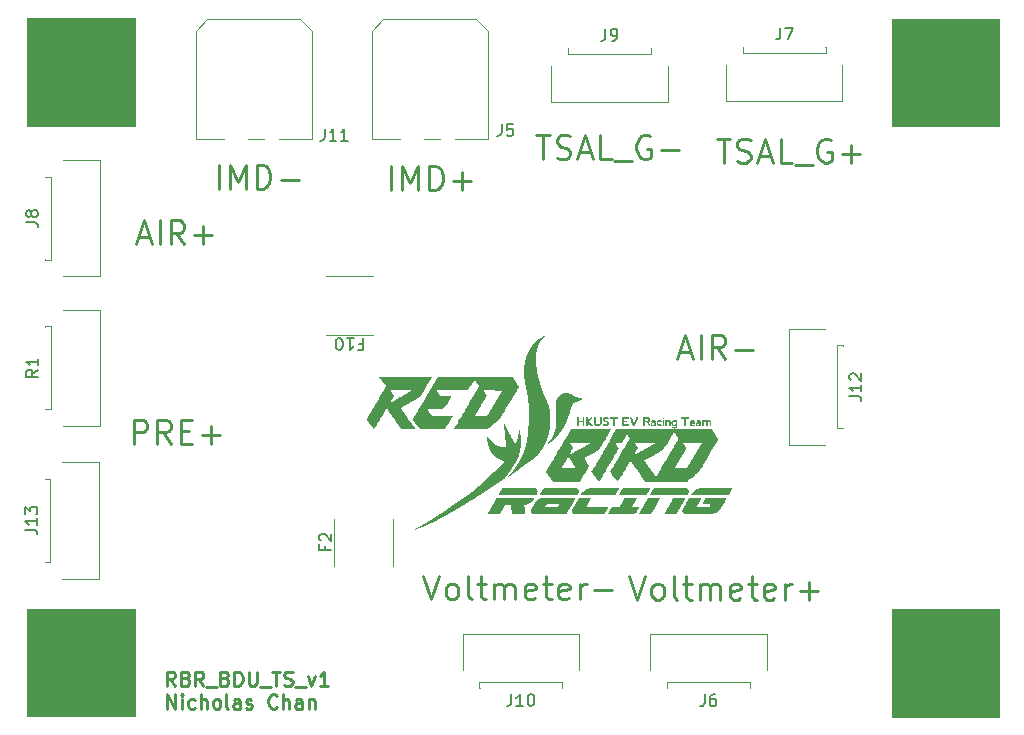
<source format=gbr>
%TF.GenerationSoftware,KiCad,Pcbnew,9.0.2*%
%TF.CreationDate,2025-06-10T12:21:51+08:00*%
%TF.ProjectId,BDU_TS,4244555f-5453-42e6-9b69-6361645f7063,rev?*%
%TF.SameCoordinates,Original*%
%TF.FileFunction,Legend,Top*%
%TF.FilePolarity,Positive*%
%FSLAX46Y46*%
G04 Gerber Fmt 4.6, Leading zero omitted, Abs format (unit mm)*
G04 Created by KiCad (PCBNEW 9.0.2) date 2025-06-10 12:21:51*
%MOMM*%
%LPD*%
G01*
G04 APERTURE LIST*
%ADD10C,0.100000*%
%ADD11C,0.250000*%
%ADD12C,0.240000*%
%ADD13C,0.150000*%
%ADD14C,0.120000*%
%ADD15C,0.000000*%
G04 APERTURE END LIST*
D10*
X80500000Y-120400000D02*
X89600000Y-120400000D01*
X89600000Y-129500000D01*
X80500000Y-129500000D01*
X80500000Y-120400000D01*
G36*
X80500000Y-120400000D02*
G01*
X89600000Y-120400000D01*
X89600000Y-129500000D01*
X80500000Y-129500000D01*
X80500000Y-120400000D01*
G37*
X153700000Y-70450000D02*
X162800000Y-70450000D01*
X162800000Y-79550000D01*
X153700000Y-79550000D01*
X153700000Y-70450000D01*
G36*
X153700000Y-70450000D02*
G01*
X162800000Y-70450000D01*
X162800000Y-79550000D01*
X153700000Y-79550000D01*
X153700000Y-70450000D01*
G37*
X80500000Y-70400000D02*
X89600000Y-70400000D01*
X89600000Y-79500000D01*
X80500000Y-79500000D01*
X80500000Y-70400000D01*
G36*
X80500000Y-70400000D02*
G01*
X89600000Y-70400000D01*
X89600000Y-79500000D01*
X80500000Y-79500000D01*
X80500000Y-70400000D01*
G37*
X153700000Y-120450000D02*
X162800000Y-120450000D01*
X162800000Y-129550000D01*
X153700000Y-129550000D01*
X153700000Y-120450000D01*
G36*
X153700000Y-120450000D02*
G01*
X162800000Y-120450000D01*
X162800000Y-129550000D01*
X153700000Y-129550000D01*
X153700000Y-120450000D01*
G37*
D11*
X131457143Y-117612238D02*
X132123809Y-119612238D01*
X132123809Y-119612238D02*
X132790476Y-117612238D01*
X133742857Y-119612238D02*
X133552381Y-119517000D01*
X133552381Y-119517000D02*
X133457143Y-119421761D01*
X133457143Y-119421761D02*
X133361905Y-119231285D01*
X133361905Y-119231285D02*
X133361905Y-118659857D01*
X133361905Y-118659857D02*
X133457143Y-118469380D01*
X133457143Y-118469380D02*
X133552381Y-118374142D01*
X133552381Y-118374142D02*
X133742857Y-118278904D01*
X133742857Y-118278904D02*
X134028572Y-118278904D01*
X134028572Y-118278904D02*
X134219048Y-118374142D01*
X134219048Y-118374142D02*
X134314286Y-118469380D01*
X134314286Y-118469380D02*
X134409524Y-118659857D01*
X134409524Y-118659857D02*
X134409524Y-119231285D01*
X134409524Y-119231285D02*
X134314286Y-119421761D01*
X134314286Y-119421761D02*
X134219048Y-119517000D01*
X134219048Y-119517000D02*
X134028572Y-119612238D01*
X134028572Y-119612238D02*
X133742857Y-119612238D01*
X135552381Y-119612238D02*
X135361905Y-119517000D01*
X135361905Y-119517000D02*
X135266667Y-119326523D01*
X135266667Y-119326523D02*
X135266667Y-117612238D01*
X136028572Y-118278904D02*
X136790476Y-118278904D01*
X136314286Y-117612238D02*
X136314286Y-119326523D01*
X136314286Y-119326523D02*
X136409524Y-119517000D01*
X136409524Y-119517000D02*
X136600000Y-119612238D01*
X136600000Y-119612238D02*
X136790476Y-119612238D01*
X137457143Y-119612238D02*
X137457143Y-118278904D01*
X137457143Y-118469380D02*
X137552381Y-118374142D01*
X137552381Y-118374142D02*
X137742857Y-118278904D01*
X137742857Y-118278904D02*
X138028572Y-118278904D01*
X138028572Y-118278904D02*
X138219048Y-118374142D01*
X138219048Y-118374142D02*
X138314286Y-118564619D01*
X138314286Y-118564619D02*
X138314286Y-119612238D01*
X138314286Y-118564619D02*
X138409524Y-118374142D01*
X138409524Y-118374142D02*
X138600000Y-118278904D01*
X138600000Y-118278904D02*
X138885714Y-118278904D01*
X138885714Y-118278904D02*
X139076191Y-118374142D01*
X139076191Y-118374142D02*
X139171429Y-118564619D01*
X139171429Y-118564619D02*
X139171429Y-119612238D01*
X140885715Y-119517000D02*
X140695239Y-119612238D01*
X140695239Y-119612238D02*
X140314286Y-119612238D01*
X140314286Y-119612238D02*
X140123810Y-119517000D01*
X140123810Y-119517000D02*
X140028572Y-119326523D01*
X140028572Y-119326523D02*
X140028572Y-118564619D01*
X140028572Y-118564619D02*
X140123810Y-118374142D01*
X140123810Y-118374142D02*
X140314286Y-118278904D01*
X140314286Y-118278904D02*
X140695239Y-118278904D01*
X140695239Y-118278904D02*
X140885715Y-118374142D01*
X140885715Y-118374142D02*
X140980953Y-118564619D01*
X140980953Y-118564619D02*
X140980953Y-118755095D01*
X140980953Y-118755095D02*
X140028572Y-118945571D01*
X141552382Y-118278904D02*
X142314286Y-118278904D01*
X141838096Y-117612238D02*
X141838096Y-119326523D01*
X141838096Y-119326523D02*
X141933334Y-119517000D01*
X141933334Y-119517000D02*
X142123810Y-119612238D01*
X142123810Y-119612238D02*
X142314286Y-119612238D01*
X143742858Y-119517000D02*
X143552382Y-119612238D01*
X143552382Y-119612238D02*
X143171429Y-119612238D01*
X143171429Y-119612238D02*
X142980953Y-119517000D01*
X142980953Y-119517000D02*
X142885715Y-119326523D01*
X142885715Y-119326523D02*
X142885715Y-118564619D01*
X142885715Y-118564619D02*
X142980953Y-118374142D01*
X142980953Y-118374142D02*
X143171429Y-118278904D01*
X143171429Y-118278904D02*
X143552382Y-118278904D01*
X143552382Y-118278904D02*
X143742858Y-118374142D01*
X143742858Y-118374142D02*
X143838096Y-118564619D01*
X143838096Y-118564619D02*
X143838096Y-118755095D01*
X143838096Y-118755095D02*
X142885715Y-118945571D01*
X144695239Y-119612238D02*
X144695239Y-118278904D01*
X144695239Y-118659857D02*
X144790477Y-118469380D01*
X144790477Y-118469380D02*
X144885715Y-118374142D01*
X144885715Y-118374142D02*
X145076191Y-118278904D01*
X145076191Y-118278904D02*
X145266668Y-118278904D01*
X145933334Y-118850333D02*
X147457144Y-118850333D01*
X146695239Y-119612238D02*
X146695239Y-118088428D01*
X114057143Y-117597238D02*
X114723809Y-119597238D01*
X114723809Y-119597238D02*
X115390476Y-117597238D01*
X116342857Y-119597238D02*
X116152381Y-119502000D01*
X116152381Y-119502000D02*
X116057143Y-119406761D01*
X116057143Y-119406761D02*
X115961905Y-119216285D01*
X115961905Y-119216285D02*
X115961905Y-118644857D01*
X115961905Y-118644857D02*
X116057143Y-118454380D01*
X116057143Y-118454380D02*
X116152381Y-118359142D01*
X116152381Y-118359142D02*
X116342857Y-118263904D01*
X116342857Y-118263904D02*
X116628572Y-118263904D01*
X116628572Y-118263904D02*
X116819048Y-118359142D01*
X116819048Y-118359142D02*
X116914286Y-118454380D01*
X116914286Y-118454380D02*
X117009524Y-118644857D01*
X117009524Y-118644857D02*
X117009524Y-119216285D01*
X117009524Y-119216285D02*
X116914286Y-119406761D01*
X116914286Y-119406761D02*
X116819048Y-119502000D01*
X116819048Y-119502000D02*
X116628572Y-119597238D01*
X116628572Y-119597238D02*
X116342857Y-119597238D01*
X118152381Y-119597238D02*
X117961905Y-119502000D01*
X117961905Y-119502000D02*
X117866667Y-119311523D01*
X117866667Y-119311523D02*
X117866667Y-117597238D01*
X118628572Y-118263904D02*
X119390476Y-118263904D01*
X118914286Y-117597238D02*
X118914286Y-119311523D01*
X118914286Y-119311523D02*
X119009524Y-119502000D01*
X119009524Y-119502000D02*
X119200000Y-119597238D01*
X119200000Y-119597238D02*
X119390476Y-119597238D01*
X120057143Y-119597238D02*
X120057143Y-118263904D01*
X120057143Y-118454380D02*
X120152381Y-118359142D01*
X120152381Y-118359142D02*
X120342857Y-118263904D01*
X120342857Y-118263904D02*
X120628572Y-118263904D01*
X120628572Y-118263904D02*
X120819048Y-118359142D01*
X120819048Y-118359142D02*
X120914286Y-118549619D01*
X120914286Y-118549619D02*
X120914286Y-119597238D01*
X120914286Y-118549619D02*
X121009524Y-118359142D01*
X121009524Y-118359142D02*
X121200000Y-118263904D01*
X121200000Y-118263904D02*
X121485714Y-118263904D01*
X121485714Y-118263904D02*
X121676191Y-118359142D01*
X121676191Y-118359142D02*
X121771429Y-118549619D01*
X121771429Y-118549619D02*
X121771429Y-119597238D01*
X123485715Y-119502000D02*
X123295239Y-119597238D01*
X123295239Y-119597238D02*
X122914286Y-119597238D01*
X122914286Y-119597238D02*
X122723810Y-119502000D01*
X122723810Y-119502000D02*
X122628572Y-119311523D01*
X122628572Y-119311523D02*
X122628572Y-118549619D01*
X122628572Y-118549619D02*
X122723810Y-118359142D01*
X122723810Y-118359142D02*
X122914286Y-118263904D01*
X122914286Y-118263904D02*
X123295239Y-118263904D01*
X123295239Y-118263904D02*
X123485715Y-118359142D01*
X123485715Y-118359142D02*
X123580953Y-118549619D01*
X123580953Y-118549619D02*
X123580953Y-118740095D01*
X123580953Y-118740095D02*
X122628572Y-118930571D01*
X124152382Y-118263904D02*
X124914286Y-118263904D01*
X124438096Y-117597238D02*
X124438096Y-119311523D01*
X124438096Y-119311523D02*
X124533334Y-119502000D01*
X124533334Y-119502000D02*
X124723810Y-119597238D01*
X124723810Y-119597238D02*
X124914286Y-119597238D01*
X126342858Y-119502000D02*
X126152382Y-119597238D01*
X126152382Y-119597238D02*
X125771429Y-119597238D01*
X125771429Y-119597238D02*
X125580953Y-119502000D01*
X125580953Y-119502000D02*
X125485715Y-119311523D01*
X125485715Y-119311523D02*
X125485715Y-118549619D01*
X125485715Y-118549619D02*
X125580953Y-118359142D01*
X125580953Y-118359142D02*
X125771429Y-118263904D01*
X125771429Y-118263904D02*
X126152382Y-118263904D01*
X126152382Y-118263904D02*
X126342858Y-118359142D01*
X126342858Y-118359142D02*
X126438096Y-118549619D01*
X126438096Y-118549619D02*
X126438096Y-118740095D01*
X126438096Y-118740095D02*
X125485715Y-118930571D01*
X127295239Y-119597238D02*
X127295239Y-118263904D01*
X127295239Y-118644857D02*
X127390477Y-118454380D01*
X127390477Y-118454380D02*
X127485715Y-118359142D01*
X127485715Y-118359142D02*
X127676191Y-118263904D01*
X127676191Y-118263904D02*
X127866668Y-118263904D01*
X128533334Y-118835333D02*
X130057144Y-118835333D01*
X135709524Y-98640809D02*
X136661905Y-98640809D01*
X135519048Y-99212238D02*
X136185714Y-97212238D01*
X136185714Y-97212238D02*
X136852381Y-99212238D01*
X137519048Y-99212238D02*
X137519048Y-97212238D01*
X139614286Y-99212238D02*
X138947619Y-98259857D01*
X138471429Y-99212238D02*
X138471429Y-97212238D01*
X138471429Y-97212238D02*
X139233334Y-97212238D01*
X139233334Y-97212238D02*
X139423810Y-97307476D01*
X139423810Y-97307476D02*
X139519048Y-97402714D01*
X139519048Y-97402714D02*
X139614286Y-97593190D01*
X139614286Y-97593190D02*
X139614286Y-97878904D01*
X139614286Y-97878904D02*
X139519048Y-98069380D01*
X139519048Y-98069380D02*
X139423810Y-98164619D01*
X139423810Y-98164619D02*
X139233334Y-98259857D01*
X139233334Y-98259857D02*
X138471429Y-98259857D01*
X140471429Y-98450333D02*
X141995239Y-98450333D01*
X123609523Y-80312238D02*
X124752380Y-80312238D01*
X124180951Y-82312238D02*
X124180951Y-80312238D01*
X125323809Y-82217000D02*
X125609523Y-82312238D01*
X125609523Y-82312238D02*
X126085714Y-82312238D01*
X126085714Y-82312238D02*
X126276190Y-82217000D01*
X126276190Y-82217000D02*
X126371428Y-82121761D01*
X126371428Y-82121761D02*
X126466666Y-81931285D01*
X126466666Y-81931285D02*
X126466666Y-81740809D01*
X126466666Y-81740809D02*
X126371428Y-81550333D01*
X126371428Y-81550333D02*
X126276190Y-81455095D01*
X126276190Y-81455095D02*
X126085714Y-81359857D01*
X126085714Y-81359857D02*
X125704761Y-81264619D01*
X125704761Y-81264619D02*
X125514285Y-81169380D01*
X125514285Y-81169380D02*
X125419047Y-81074142D01*
X125419047Y-81074142D02*
X125323809Y-80883666D01*
X125323809Y-80883666D02*
X125323809Y-80693190D01*
X125323809Y-80693190D02*
X125419047Y-80502714D01*
X125419047Y-80502714D02*
X125514285Y-80407476D01*
X125514285Y-80407476D02*
X125704761Y-80312238D01*
X125704761Y-80312238D02*
X126180952Y-80312238D01*
X126180952Y-80312238D02*
X126466666Y-80407476D01*
X127228571Y-81740809D02*
X128180952Y-81740809D01*
X127038095Y-82312238D02*
X127704761Y-80312238D01*
X127704761Y-80312238D02*
X128371428Y-82312238D01*
X129990476Y-82312238D02*
X129038095Y-82312238D01*
X129038095Y-82312238D02*
X129038095Y-80312238D01*
X130180953Y-82502714D02*
X131704762Y-82502714D01*
X133228572Y-80407476D02*
X133038096Y-80312238D01*
X133038096Y-80312238D02*
X132752382Y-80312238D01*
X132752382Y-80312238D02*
X132466667Y-80407476D01*
X132466667Y-80407476D02*
X132276191Y-80597952D01*
X132276191Y-80597952D02*
X132180953Y-80788428D01*
X132180953Y-80788428D02*
X132085715Y-81169380D01*
X132085715Y-81169380D02*
X132085715Y-81455095D01*
X132085715Y-81455095D02*
X132180953Y-81836047D01*
X132180953Y-81836047D02*
X132276191Y-82026523D01*
X132276191Y-82026523D02*
X132466667Y-82217000D01*
X132466667Y-82217000D02*
X132752382Y-82312238D01*
X132752382Y-82312238D02*
X132942858Y-82312238D01*
X132942858Y-82312238D02*
X133228572Y-82217000D01*
X133228572Y-82217000D02*
X133323810Y-82121761D01*
X133323810Y-82121761D02*
X133323810Y-81455095D01*
X133323810Y-81455095D02*
X132942858Y-81455095D01*
X134180953Y-81550333D02*
X135704763Y-81550333D01*
D12*
X93029322Y-126908729D02*
X92629322Y-126337301D01*
X92343608Y-126908729D02*
X92343608Y-125708729D01*
X92343608Y-125708729D02*
X92800751Y-125708729D01*
X92800751Y-125708729D02*
X92915036Y-125765872D01*
X92915036Y-125765872D02*
X92972179Y-125823015D01*
X92972179Y-125823015D02*
X93029322Y-125937301D01*
X93029322Y-125937301D02*
X93029322Y-126108729D01*
X93029322Y-126108729D02*
X92972179Y-126223015D01*
X92972179Y-126223015D02*
X92915036Y-126280158D01*
X92915036Y-126280158D02*
X92800751Y-126337301D01*
X92800751Y-126337301D02*
X92343608Y-126337301D01*
X93943608Y-126280158D02*
X94115036Y-126337301D01*
X94115036Y-126337301D02*
X94172179Y-126394444D01*
X94172179Y-126394444D02*
X94229322Y-126508729D01*
X94229322Y-126508729D02*
X94229322Y-126680158D01*
X94229322Y-126680158D02*
X94172179Y-126794444D01*
X94172179Y-126794444D02*
X94115036Y-126851587D01*
X94115036Y-126851587D02*
X94000751Y-126908729D01*
X94000751Y-126908729D02*
X93543608Y-126908729D01*
X93543608Y-126908729D02*
X93543608Y-125708729D01*
X93543608Y-125708729D02*
X93943608Y-125708729D01*
X93943608Y-125708729D02*
X94057894Y-125765872D01*
X94057894Y-125765872D02*
X94115036Y-125823015D01*
X94115036Y-125823015D02*
X94172179Y-125937301D01*
X94172179Y-125937301D02*
X94172179Y-126051587D01*
X94172179Y-126051587D02*
X94115036Y-126165872D01*
X94115036Y-126165872D02*
X94057894Y-126223015D01*
X94057894Y-126223015D02*
X93943608Y-126280158D01*
X93943608Y-126280158D02*
X93543608Y-126280158D01*
X95429322Y-126908729D02*
X95029322Y-126337301D01*
X94743608Y-126908729D02*
X94743608Y-125708729D01*
X94743608Y-125708729D02*
X95200751Y-125708729D01*
X95200751Y-125708729D02*
X95315036Y-125765872D01*
X95315036Y-125765872D02*
X95372179Y-125823015D01*
X95372179Y-125823015D02*
X95429322Y-125937301D01*
X95429322Y-125937301D02*
X95429322Y-126108729D01*
X95429322Y-126108729D02*
X95372179Y-126223015D01*
X95372179Y-126223015D02*
X95315036Y-126280158D01*
X95315036Y-126280158D02*
X95200751Y-126337301D01*
X95200751Y-126337301D02*
X94743608Y-126337301D01*
X95657894Y-127023015D02*
X96572179Y-127023015D01*
X97257894Y-126280158D02*
X97429322Y-126337301D01*
X97429322Y-126337301D02*
X97486465Y-126394444D01*
X97486465Y-126394444D02*
X97543608Y-126508729D01*
X97543608Y-126508729D02*
X97543608Y-126680158D01*
X97543608Y-126680158D02*
X97486465Y-126794444D01*
X97486465Y-126794444D02*
X97429322Y-126851587D01*
X97429322Y-126851587D02*
X97315037Y-126908729D01*
X97315037Y-126908729D02*
X96857894Y-126908729D01*
X96857894Y-126908729D02*
X96857894Y-125708729D01*
X96857894Y-125708729D02*
X97257894Y-125708729D01*
X97257894Y-125708729D02*
X97372180Y-125765872D01*
X97372180Y-125765872D02*
X97429322Y-125823015D01*
X97429322Y-125823015D02*
X97486465Y-125937301D01*
X97486465Y-125937301D02*
X97486465Y-126051587D01*
X97486465Y-126051587D02*
X97429322Y-126165872D01*
X97429322Y-126165872D02*
X97372180Y-126223015D01*
X97372180Y-126223015D02*
X97257894Y-126280158D01*
X97257894Y-126280158D02*
X96857894Y-126280158D01*
X98057894Y-126908729D02*
X98057894Y-125708729D01*
X98057894Y-125708729D02*
X98343608Y-125708729D01*
X98343608Y-125708729D02*
X98515037Y-125765872D01*
X98515037Y-125765872D02*
X98629322Y-125880158D01*
X98629322Y-125880158D02*
X98686465Y-125994444D01*
X98686465Y-125994444D02*
X98743608Y-126223015D01*
X98743608Y-126223015D02*
X98743608Y-126394444D01*
X98743608Y-126394444D02*
X98686465Y-126623015D01*
X98686465Y-126623015D02*
X98629322Y-126737301D01*
X98629322Y-126737301D02*
X98515037Y-126851587D01*
X98515037Y-126851587D02*
X98343608Y-126908729D01*
X98343608Y-126908729D02*
X98057894Y-126908729D01*
X99257894Y-125708729D02*
X99257894Y-126680158D01*
X99257894Y-126680158D02*
X99315037Y-126794444D01*
X99315037Y-126794444D02*
X99372180Y-126851587D01*
X99372180Y-126851587D02*
X99486465Y-126908729D01*
X99486465Y-126908729D02*
X99715037Y-126908729D01*
X99715037Y-126908729D02*
X99829322Y-126851587D01*
X99829322Y-126851587D02*
X99886465Y-126794444D01*
X99886465Y-126794444D02*
X99943608Y-126680158D01*
X99943608Y-126680158D02*
X99943608Y-125708729D01*
X100229323Y-127023015D02*
X101143608Y-127023015D01*
X101257894Y-125708729D02*
X101943609Y-125708729D01*
X101600751Y-126908729D02*
X101600751Y-125708729D01*
X102286466Y-126851587D02*
X102457895Y-126908729D01*
X102457895Y-126908729D02*
X102743609Y-126908729D01*
X102743609Y-126908729D02*
X102857895Y-126851587D01*
X102857895Y-126851587D02*
X102915037Y-126794444D01*
X102915037Y-126794444D02*
X102972180Y-126680158D01*
X102972180Y-126680158D02*
X102972180Y-126565872D01*
X102972180Y-126565872D02*
X102915037Y-126451587D01*
X102915037Y-126451587D02*
X102857895Y-126394444D01*
X102857895Y-126394444D02*
X102743609Y-126337301D01*
X102743609Y-126337301D02*
X102515037Y-126280158D01*
X102515037Y-126280158D02*
X102400752Y-126223015D01*
X102400752Y-126223015D02*
X102343609Y-126165872D01*
X102343609Y-126165872D02*
X102286466Y-126051587D01*
X102286466Y-126051587D02*
X102286466Y-125937301D01*
X102286466Y-125937301D02*
X102343609Y-125823015D01*
X102343609Y-125823015D02*
X102400752Y-125765872D01*
X102400752Y-125765872D02*
X102515037Y-125708729D01*
X102515037Y-125708729D02*
X102800752Y-125708729D01*
X102800752Y-125708729D02*
X102972180Y-125765872D01*
X103200752Y-127023015D02*
X104115037Y-127023015D01*
X104286466Y-126108729D02*
X104572180Y-126908729D01*
X104572180Y-126908729D02*
X104857895Y-126108729D01*
X105943609Y-126908729D02*
X105257895Y-126908729D01*
X105600752Y-126908729D02*
X105600752Y-125708729D01*
X105600752Y-125708729D02*
X105486466Y-125880158D01*
X105486466Y-125880158D02*
X105372181Y-125994444D01*
X105372181Y-125994444D02*
X105257895Y-126051587D01*
X92343608Y-128840662D02*
X92343608Y-127640662D01*
X92343608Y-127640662D02*
X93029322Y-128840662D01*
X93029322Y-128840662D02*
X93029322Y-127640662D01*
X93600751Y-128840662D02*
X93600751Y-128040662D01*
X93600751Y-127640662D02*
X93543608Y-127697805D01*
X93543608Y-127697805D02*
X93600751Y-127754948D01*
X93600751Y-127754948D02*
X93657894Y-127697805D01*
X93657894Y-127697805D02*
X93600751Y-127640662D01*
X93600751Y-127640662D02*
X93600751Y-127754948D01*
X94686466Y-128783520D02*
X94572180Y-128840662D01*
X94572180Y-128840662D02*
X94343608Y-128840662D01*
X94343608Y-128840662D02*
X94229323Y-128783520D01*
X94229323Y-128783520D02*
X94172180Y-128726377D01*
X94172180Y-128726377D02*
X94115037Y-128612091D01*
X94115037Y-128612091D02*
X94115037Y-128269234D01*
X94115037Y-128269234D02*
X94172180Y-128154948D01*
X94172180Y-128154948D02*
X94229323Y-128097805D01*
X94229323Y-128097805D02*
X94343608Y-128040662D01*
X94343608Y-128040662D02*
X94572180Y-128040662D01*
X94572180Y-128040662D02*
X94686466Y-128097805D01*
X95200751Y-128840662D02*
X95200751Y-127640662D01*
X95715037Y-128840662D02*
X95715037Y-128212091D01*
X95715037Y-128212091D02*
X95657894Y-128097805D01*
X95657894Y-128097805D02*
X95543608Y-128040662D01*
X95543608Y-128040662D02*
X95372179Y-128040662D01*
X95372179Y-128040662D02*
X95257894Y-128097805D01*
X95257894Y-128097805D02*
X95200751Y-128154948D01*
X96457893Y-128840662D02*
X96343608Y-128783520D01*
X96343608Y-128783520D02*
X96286465Y-128726377D01*
X96286465Y-128726377D02*
X96229322Y-128612091D01*
X96229322Y-128612091D02*
X96229322Y-128269234D01*
X96229322Y-128269234D02*
X96286465Y-128154948D01*
X96286465Y-128154948D02*
X96343608Y-128097805D01*
X96343608Y-128097805D02*
X96457893Y-128040662D01*
X96457893Y-128040662D02*
X96629322Y-128040662D01*
X96629322Y-128040662D02*
X96743608Y-128097805D01*
X96743608Y-128097805D02*
X96800751Y-128154948D01*
X96800751Y-128154948D02*
X96857893Y-128269234D01*
X96857893Y-128269234D02*
X96857893Y-128612091D01*
X96857893Y-128612091D02*
X96800751Y-128726377D01*
X96800751Y-128726377D02*
X96743608Y-128783520D01*
X96743608Y-128783520D02*
X96629322Y-128840662D01*
X96629322Y-128840662D02*
X96457893Y-128840662D01*
X97543607Y-128840662D02*
X97429322Y-128783520D01*
X97429322Y-128783520D02*
X97372179Y-128669234D01*
X97372179Y-128669234D02*
X97372179Y-127640662D01*
X98515036Y-128840662D02*
X98515036Y-128212091D01*
X98515036Y-128212091D02*
X98457893Y-128097805D01*
X98457893Y-128097805D02*
X98343607Y-128040662D01*
X98343607Y-128040662D02*
X98115036Y-128040662D01*
X98115036Y-128040662D02*
X98000750Y-128097805D01*
X98515036Y-128783520D02*
X98400750Y-128840662D01*
X98400750Y-128840662D02*
X98115036Y-128840662D01*
X98115036Y-128840662D02*
X98000750Y-128783520D01*
X98000750Y-128783520D02*
X97943607Y-128669234D01*
X97943607Y-128669234D02*
X97943607Y-128554948D01*
X97943607Y-128554948D02*
X98000750Y-128440662D01*
X98000750Y-128440662D02*
X98115036Y-128383520D01*
X98115036Y-128383520D02*
X98400750Y-128383520D01*
X98400750Y-128383520D02*
X98515036Y-128326377D01*
X99029321Y-128783520D02*
X99143607Y-128840662D01*
X99143607Y-128840662D02*
X99372178Y-128840662D01*
X99372178Y-128840662D02*
X99486464Y-128783520D01*
X99486464Y-128783520D02*
X99543607Y-128669234D01*
X99543607Y-128669234D02*
X99543607Y-128612091D01*
X99543607Y-128612091D02*
X99486464Y-128497805D01*
X99486464Y-128497805D02*
X99372178Y-128440662D01*
X99372178Y-128440662D02*
X99200750Y-128440662D01*
X99200750Y-128440662D02*
X99086464Y-128383520D01*
X99086464Y-128383520D02*
X99029321Y-128269234D01*
X99029321Y-128269234D02*
X99029321Y-128212091D01*
X99029321Y-128212091D02*
X99086464Y-128097805D01*
X99086464Y-128097805D02*
X99200750Y-128040662D01*
X99200750Y-128040662D02*
X99372178Y-128040662D01*
X99372178Y-128040662D02*
X99486464Y-128097805D01*
X101657893Y-128726377D02*
X101600750Y-128783520D01*
X101600750Y-128783520D02*
X101429322Y-128840662D01*
X101429322Y-128840662D02*
X101315036Y-128840662D01*
X101315036Y-128840662D02*
X101143607Y-128783520D01*
X101143607Y-128783520D02*
X101029322Y-128669234D01*
X101029322Y-128669234D02*
X100972179Y-128554948D01*
X100972179Y-128554948D02*
X100915036Y-128326377D01*
X100915036Y-128326377D02*
X100915036Y-128154948D01*
X100915036Y-128154948D02*
X100972179Y-127926377D01*
X100972179Y-127926377D02*
X101029322Y-127812091D01*
X101029322Y-127812091D02*
X101143607Y-127697805D01*
X101143607Y-127697805D02*
X101315036Y-127640662D01*
X101315036Y-127640662D02*
X101429322Y-127640662D01*
X101429322Y-127640662D02*
X101600750Y-127697805D01*
X101600750Y-127697805D02*
X101657893Y-127754948D01*
X102172179Y-128840662D02*
X102172179Y-127640662D01*
X102686465Y-128840662D02*
X102686465Y-128212091D01*
X102686465Y-128212091D02*
X102629322Y-128097805D01*
X102629322Y-128097805D02*
X102515036Y-128040662D01*
X102515036Y-128040662D02*
X102343607Y-128040662D01*
X102343607Y-128040662D02*
X102229322Y-128097805D01*
X102229322Y-128097805D02*
X102172179Y-128154948D01*
X103772179Y-128840662D02*
X103772179Y-128212091D01*
X103772179Y-128212091D02*
X103715036Y-128097805D01*
X103715036Y-128097805D02*
X103600750Y-128040662D01*
X103600750Y-128040662D02*
X103372179Y-128040662D01*
X103372179Y-128040662D02*
X103257893Y-128097805D01*
X103772179Y-128783520D02*
X103657893Y-128840662D01*
X103657893Y-128840662D02*
X103372179Y-128840662D01*
X103372179Y-128840662D02*
X103257893Y-128783520D01*
X103257893Y-128783520D02*
X103200750Y-128669234D01*
X103200750Y-128669234D02*
X103200750Y-128554948D01*
X103200750Y-128554948D02*
X103257893Y-128440662D01*
X103257893Y-128440662D02*
X103372179Y-128383520D01*
X103372179Y-128383520D02*
X103657893Y-128383520D01*
X103657893Y-128383520D02*
X103772179Y-128326377D01*
X104343607Y-128040662D02*
X104343607Y-128840662D01*
X104343607Y-128154948D02*
X104400750Y-128097805D01*
X104400750Y-128097805D02*
X104515035Y-128040662D01*
X104515035Y-128040662D02*
X104686464Y-128040662D01*
X104686464Y-128040662D02*
X104800750Y-128097805D01*
X104800750Y-128097805D02*
X104857893Y-128212091D01*
X104857893Y-128212091D02*
X104857893Y-128840662D01*
D11*
X89909524Y-88940809D02*
X90861905Y-88940809D01*
X89719048Y-89512238D02*
X90385714Y-87512238D01*
X90385714Y-87512238D02*
X91052381Y-89512238D01*
X91719048Y-89512238D02*
X91719048Y-87512238D01*
X93814286Y-89512238D02*
X93147619Y-88559857D01*
X92671429Y-89512238D02*
X92671429Y-87512238D01*
X92671429Y-87512238D02*
X93433334Y-87512238D01*
X93433334Y-87512238D02*
X93623810Y-87607476D01*
X93623810Y-87607476D02*
X93719048Y-87702714D01*
X93719048Y-87702714D02*
X93814286Y-87893190D01*
X93814286Y-87893190D02*
X93814286Y-88178904D01*
X93814286Y-88178904D02*
X93719048Y-88369380D01*
X93719048Y-88369380D02*
X93623810Y-88464619D01*
X93623810Y-88464619D02*
X93433334Y-88559857D01*
X93433334Y-88559857D02*
X92671429Y-88559857D01*
X94671429Y-88750333D02*
X96195239Y-88750333D01*
X95433334Y-89512238D02*
X95433334Y-87988428D01*
X89533333Y-106412238D02*
X89533333Y-104412238D01*
X89533333Y-104412238D02*
X90295238Y-104412238D01*
X90295238Y-104412238D02*
X90485714Y-104507476D01*
X90485714Y-104507476D02*
X90580952Y-104602714D01*
X90580952Y-104602714D02*
X90676190Y-104793190D01*
X90676190Y-104793190D02*
X90676190Y-105078904D01*
X90676190Y-105078904D02*
X90580952Y-105269380D01*
X90580952Y-105269380D02*
X90485714Y-105364619D01*
X90485714Y-105364619D02*
X90295238Y-105459857D01*
X90295238Y-105459857D02*
X89533333Y-105459857D01*
X92676190Y-106412238D02*
X92009523Y-105459857D01*
X91533333Y-106412238D02*
X91533333Y-104412238D01*
X91533333Y-104412238D02*
X92295238Y-104412238D01*
X92295238Y-104412238D02*
X92485714Y-104507476D01*
X92485714Y-104507476D02*
X92580952Y-104602714D01*
X92580952Y-104602714D02*
X92676190Y-104793190D01*
X92676190Y-104793190D02*
X92676190Y-105078904D01*
X92676190Y-105078904D02*
X92580952Y-105269380D01*
X92580952Y-105269380D02*
X92485714Y-105364619D01*
X92485714Y-105364619D02*
X92295238Y-105459857D01*
X92295238Y-105459857D02*
X91533333Y-105459857D01*
X93533333Y-105364619D02*
X94200000Y-105364619D01*
X94485714Y-106412238D02*
X93533333Y-106412238D01*
X93533333Y-106412238D02*
X93533333Y-104412238D01*
X93533333Y-104412238D02*
X94485714Y-104412238D01*
X95342857Y-105650333D02*
X96866667Y-105650333D01*
X96104762Y-106412238D02*
X96104762Y-104888428D01*
X111319048Y-84912238D02*
X111319048Y-82912238D01*
X112271429Y-84912238D02*
X112271429Y-82912238D01*
X112271429Y-82912238D02*
X112938096Y-84340809D01*
X112938096Y-84340809D02*
X113604762Y-82912238D01*
X113604762Y-82912238D02*
X113604762Y-84912238D01*
X114557143Y-84912238D02*
X114557143Y-82912238D01*
X114557143Y-82912238D02*
X115033333Y-82912238D01*
X115033333Y-82912238D02*
X115319048Y-83007476D01*
X115319048Y-83007476D02*
X115509524Y-83197952D01*
X115509524Y-83197952D02*
X115604762Y-83388428D01*
X115604762Y-83388428D02*
X115700000Y-83769380D01*
X115700000Y-83769380D02*
X115700000Y-84055095D01*
X115700000Y-84055095D02*
X115604762Y-84436047D01*
X115604762Y-84436047D02*
X115509524Y-84626523D01*
X115509524Y-84626523D02*
X115319048Y-84817000D01*
X115319048Y-84817000D02*
X115033333Y-84912238D01*
X115033333Y-84912238D02*
X114557143Y-84912238D01*
X116557143Y-84150333D02*
X118080953Y-84150333D01*
X117319048Y-84912238D02*
X117319048Y-83388428D01*
X96719048Y-84812238D02*
X96719048Y-82812238D01*
X97671429Y-84812238D02*
X97671429Y-82812238D01*
X97671429Y-82812238D02*
X98338096Y-84240809D01*
X98338096Y-84240809D02*
X99004762Y-82812238D01*
X99004762Y-82812238D02*
X99004762Y-84812238D01*
X99957143Y-84812238D02*
X99957143Y-82812238D01*
X99957143Y-82812238D02*
X100433333Y-82812238D01*
X100433333Y-82812238D02*
X100719048Y-82907476D01*
X100719048Y-82907476D02*
X100909524Y-83097952D01*
X100909524Y-83097952D02*
X101004762Y-83288428D01*
X101004762Y-83288428D02*
X101100000Y-83669380D01*
X101100000Y-83669380D02*
X101100000Y-83955095D01*
X101100000Y-83955095D02*
X101004762Y-84336047D01*
X101004762Y-84336047D02*
X100909524Y-84526523D01*
X100909524Y-84526523D02*
X100719048Y-84717000D01*
X100719048Y-84717000D02*
X100433333Y-84812238D01*
X100433333Y-84812238D02*
X99957143Y-84812238D01*
X101957143Y-84050333D02*
X103480953Y-84050333D01*
X138909523Y-80612238D02*
X140052380Y-80612238D01*
X139480951Y-82612238D02*
X139480951Y-80612238D01*
X140623809Y-82517000D02*
X140909523Y-82612238D01*
X140909523Y-82612238D02*
X141385714Y-82612238D01*
X141385714Y-82612238D02*
X141576190Y-82517000D01*
X141576190Y-82517000D02*
X141671428Y-82421761D01*
X141671428Y-82421761D02*
X141766666Y-82231285D01*
X141766666Y-82231285D02*
X141766666Y-82040809D01*
X141766666Y-82040809D02*
X141671428Y-81850333D01*
X141671428Y-81850333D02*
X141576190Y-81755095D01*
X141576190Y-81755095D02*
X141385714Y-81659857D01*
X141385714Y-81659857D02*
X141004761Y-81564619D01*
X141004761Y-81564619D02*
X140814285Y-81469380D01*
X140814285Y-81469380D02*
X140719047Y-81374142D01*
X140719047Y-81374142D02*
X140623809Y-81183666D01*
X140623809Y-81183666D02*
X140623809Y-80993190D01*
X140623809Y-80993190D02*
X140719047Y-80802714D01*
X140719047Y-80802714D02*
X140814285Y-80707476D01*
X140814285Y-80707476D02*
X141004761Y-80612238D01*
X141004761Y-80612238D02*
X141480952Y-80612238D01*
X141480952Y-80612238D02*
X141766666Y-80707476D01*
X142528571Y-82040809D02*
X143480952Y-82040809D01*
X142338095Y-82612238D02*
X143004761Y-80612238D01*
X143004761Y-80612238D02*
X143671428Y-82612238D01*
X145290476Y-82612238D02*
X144338095Y-82612238D01*
X144338095Y-82612238D02*
X144338095Y-80612238D01*
X145480953Y-82802714D02*
X147004762Y-82802714D01*
X148528572Y-80707476D02*
X148338096Y-80612238D01*
X148338096Y-80612238D02*
X148052382Y-80612238D01*
X148052382Y-80612238D02*
X147766667Y-80707476D01*
X147766667Y-80707476D02*
X147576191Y-80897952D01*
X147576191Y-80897952D02*
X147480953Y-81088428D01*
X147480953Y-81088428D02*
X147385715Y-81469380D01*
X147385715Y-81469380D02*
X147385715Y-81755095D01*
X147385715Y-81755095D02*
X147480953Y-82136047D01*
X147480953Y-82136047D02*
X147576191Y-82326523D01*
X147576191Y-82326523D02*
X147766667Y-82517000D01*
X147766667Y-82517000D02*
X148052382Y-82612238D01*
X148052382Y-82612238D02*
X148242858Y-82612238D01*
X148242858Y-82612238D02*
X148528572Y-82517000D01*
X148528572Y-82517000D02*
X148623810Y-82421761D01*
X148623810Y-82421761D02*
X148623810Y-81755095D01*
X148623810Y-81755095D02*
X148242858Y-81755095D01*
X149480953Y-81850333D02*
X151004763Y-81850333D01*
X150242858Y-82612238D02*
X150242858Y-81088428D01*
D13*
X80344819Y-113709523D02*
X81059104Y-113709523D01*
X81059104Y-113709523D02*
X81201961Y-113757142D01*
X81201961Y-113757142D02*
X81297200Y-113852380D01*
X81297200Y-113852380D02*
X81344819Y-113995237D01*
X81344819Y-113995237D02*
X81344819Y-114090475D01*
X81344819Y-112709523D02*
X81344819Y-113280951D01*
X81344819Y-112995237D02*
X80344819Y-112995237D01*
X80344819Y-112995237D02*
X80487676Y-113090475D01*
X80487676Y-113090475D02*
X80582914Y-113185713D01*
X80582914Y-113185713D02*
X80630533Y-113280951D01*
X80344819Y-112376189D02*
X80344819Y-111757142D01*
X80344819Y-111757142D02*
X80725771Y-112090475D01*
X80725771Y-112090475D02*
X80725771Y-111947618D01*
X80725771Y-111947618D02*
X80773390Y-111852380D01*
X80773390Y-111852380D02*
X80821009Y-111804761D01*
X80821009Y-111804761D02*
X80916247Y-111757142D01*
X80916247Y-111757142D02*
X81154342Y-111757142D01*
X81154342Y-111757142D02*
X81249580Y-111804761D01*
X81249580Y-111804761D02*
X81297200Y-111852380D01*
X81297200Y-111852380D02*
X81344819Y-111947618D01*
X81344819Y-111947618D02*
X81344819Y-112233332D01*
X81344819Y-112233332D02*
X81297200Y-112328570D01*
X81297200Y-112328570D02*
X81249580Y-112376189D01*
X108634523Y-97993990D02*
X108967856Y-97993990D01*
X108967856Y-97470180D02*
X108967856Y-98470180D01*
X108967856Y-98470180D02*
X108491666Y-98470180D01*
X107586904Y-97470180D02*
X108158332Y-97470180D01*
X107872618Y-97470180D02*
X107872618Y-98470180D01*
X107872618Y-98470180D02*
X107967856Y-98327323D01*
X107967856Y-98327323D02*
X108063094Y-98232085D01*
X108063094Y-98232085D02*
X108158332Y-98184466D01*
X106967856Y-98470180D02*
X106872618Y-98470180D01*
X106872618Y-98470180D02*
X106777380Y-98422561D01*
X106777380Y-98422561D02*
X106729761Y-98374942D01*
X106729761Y-98374942D02*
X106682142Y-98279704D01*
X106682142Y-98279704D02*
X106634523Y-98089228D01*
X106634523Y-98089228D02*
X106634523Y-97851133D01*
X106634523Y-97851133D02*
X106682142Y-97660657D01*
X106682142Y-97660657D02*
X106729761Y-97565419D01*
X106729761Y-97565419D02*
X106777380Y-97517800D01*
X106777380Y-97517800D02*
X106872618Y-97470180D01*
X106872618Y-97470180D02*
X106967856Y-97470180D01*
X106967856Y-97470180D02*
X107063094Y-97517800D01*
X107063094Y-97517800D02*
X107110713Y-97565419D01*
X107110713Y-97565419D02*
X107158332Y-97660657D01*
X107158332Y-97660657D02*
X107205951Y-97851133D01*
X107205951Y-97851133D02*
X107205951Y-98089228D01*
X107205951Y-98089228D02*
X107158332Y-98279704D01*
X107158332Y-98279704D02*
X107110713Y-98374942D01*
X107110713Y-98374942D02*
X107063094Y-98422561D01*
X107063094Y-98422561D02*
X106967856Y-98470180D01*
X120666666Y-79354819D02*
X120666666Y-80069104D01*
X120666666Y-80069104D02*
X120619047Y-80211961D01*
X120619047Y-80211961D02*
X120523809Y-80307200D01*
X120523809Y-80307200D02*
X120380952Y-80354819D01*
X120380952Y-80354819D02*
X120285714Y-80354819D01*
X121619047Y-79354819D02*
X121142857Y-79354819D01*
X121142857Y-79354819D02*
X121095238Y-79831009D01*
X121095238Y-79831009D02*
X121142857Y-79783390D01*
X121142857Y-79783390D02*
X121238095Y-79735771D01*
X121238095Y-79735771D02*
X121476190Y-79735771D01*
X121476190Y-79735771D02*
X121571428Y-79783390D01*
X121571428Y-79783390D02*
X121619047Y-79831009D01*
X121619047Y-79831009D02*
X121666666Y-79926247D01*
X121666666Y-79926247D02*
X121666666Y-80164342D01*
X121666666Y-80164342D02*
X121619047Y-80259580D01*
X121619047Y-80259580D02*
X121571428Y-80307200D01*
X121571428Y-80307200D02*
X121476190Y-80354819D01*
X121476190Y-80354819D02*
X121238095Y-80354819D01*
X121238095Y-80354819D02*
X121142857Y-80307200D01*
X121142857Y-80307200D02*
X121095238Y-80259580D01*
X81419819Y-100166666D02*
X80943628Y-100499999D01*
X81419819Y-100738094D02*
X80419819Y-100738094D01*
X80419819Y-100738094D02*
X80419819Y-100357142D01*
X80419819Y-100357142D02*
X80467438Y-100261904D01*
X80467438Y-100261904D02*
X80515057Y-100214285D01*
X80515057Y-100214285D02*
X80610295Y-100166666D01*
X80610295Y-100166666D02*
X80753152Y-100166666D01*
X80753152Y-100166666D02*
X80848390Y-100214285D01*
X80848390Y-100214285D02*
X80896009Y-100261904D01*
X80896009Y-100261904D02*
X80943628Y-100357142D01*
X80943628Y-100357142D02*
X80943628Y-100738094D01*
X81419819Y-99214285D02*
X81419819Y-99785713D01*
X81419819Y-99499999D02*
X80419819Y-99499999D01*
X80419819Y-99499999D02*
X80562676Y-99595237D01*
X80562676Y-99595237D02*
X80657914Y-99690475D01*
X80657914Y-99690475D02*
X80705533Y-99785713D01*
X129466666Y-71284819D02*
X129466666Y-71999104D01*
X129466666Y-71999104D02*
X129419047Y-72141961D01*
X129419047Y-72141961D02*
X129323809Y-72237200D01*
X129323809Y-72237200D02*
X129180952Y-72284819D01*
X129180952Y-72284819D02*
X129085714Y-72284819D01*
X129990476Y-72284819D02*
X130180952Y-72284819D01*
X130180952Y-72284819D02*
X130276190Y-72237200D01*
X130276190Y-72237200D02*
X130323809Y-72189580D01*
X130323809Y-72189580D02*
X130419047Y-72046723D01*
X130419047Y-72046723D02*
X130466666Y-71856247D01*
X130466666Y-71856247D02*
X130466666Y-71475295D01*
X130466666Y-71475295D02*
X130419047Y-71380057D01*
X130419047Y-71380057D02*
X130371428Y-71332438D01*
X130371428Y-71332438D02*
X130276190Y-71284819D01*
X130276190Y-71284819D02*
X130085714Y-71284819D01*
X130085714Y-71284819D02*
X129990476Y-71332438D01*
X129990476Y-71332438D02*
X129942857Y-71380057D01*
X129942857Y-71380057D02*
X129895238Y-71475295D01*
X129895238Y-71475295D02*
X129895238Y-71713390D01*
X129895238Y-71713390D02*
X129942857Y-71808628D01*
X129942857Y-71808628D02*
X129990476Y-71856247D01*
X129990476Y-71856247D02*
X130085714Y-71903866D01*
X130085714Y-71903866D02*
X130276190Y-71903866D01*
X130276190Y-71903866D02*
X130371428Y-71856247D01*
X130371428Y-71856247D02*
X130419047Y-71808628D01*
X130419047Y-71808628D02*
X130466666Y-71713390D01*
X80409819Y-87658333D02*
X81124104Y-87658333D01*
X81124104Y-87658333D02*
X81266961Y-87705952D01*
X81266961Y-87705952D02*
X81362200Y-87801190D01*
X81362200Y-87801190D02*
X81409819Y-87944047D01*
X81409819Y-87944047D02*
X81409819Y-88039285D01*
X80838390Y-87039285D02*
X80790771Y-87134523D01*
X80790771Y-87134523D02*
X80743152Y-87182142D01*
X80743152Y-87182142D02*
X80647914Y-87229761D01*
X80647914Y-87229761D02*
X80600295Y-87229761D01*
X80600295Y-87229761D02*
X80505057Y-87182142D01*
X80505057Y-87182142D02*
X80457438Y-87134523D01*
X80457438Y-87134523D02*
X80409819Y-87039285D01*
X80409819Y-87039285D02*
X80409819Y-86848809D01*
X80409819Y-86848809D02*
X80457438Y-86753571D01*
X80457438Y-86753571D02*
X80505057Y-86705952D01*
X80505057Y-86705952D02*
X80600295Y-86658333D01*
X80600295Y-86658333D02*
X80647914Y-86658333D01*
X80647914Y-86658333D02*
X80743152Y-86705952D01*
X80743152Y-86705952D02*
X80790771Y-86753571D01*
X80790771Y-86753571D02*
X80838390Y-86848809D01*
X80838390Y-86848809D02*
X80838390Y-87039285D01*
X80838390Y-87039285D02*
X80886009Y-87134523D01*
X80886009Y-87134523D02*
X80933628Y-87182142D01*
X80933628Y-87182142D02*
X81028866Y-87229761D01*
X81028866Y-87229761D02*
X81219342Y-87229761D01*
X81219342Y-87229761D02*
X81314580Y-87182142D01*
X81314580Y-87182142D02*
X81362200Y-87134523D01*
X81362200Y-87134523D02*
X81409819Y-87039285D01*
X81409819Y-87039285D02*
X81409819Y-86848809D01*
X81409819Y-86848809D02*
X81362200Y-86753571D01*
X81362200Y-86753571D02*
X81314580Y-86705952D01*
X81314580Y-86705952D02*
X81219342Y-86658333D01*
X81219342Y-86658333D02*
X81028866Y-86658333D01*
X81028866Y-86658333D02*
X80933628Y-86705952D01*
X80933628Y-86705952D02*
X80886009Y-86753571D01*
X80886009Y-86753571D02*
X80838390Y-86848809D01*
X105731009Y-115083333D02*
X105731009Y-115416666D01*
X106254819Y-115416666D02*
X105254819Y-115416666D01*
X105254819Y-115416666D02*
X105254819Y-114940476D01*
X105350057Y-114607142D02*
X105302438Y-114559523D01*
X105302438Y-114559523D02*
X105254819Y-114464285D01*
X105254819Y-114464285D02*
X105254819Y-114226190D01*
X105254819Y-114226190D02*
X105302438Y-114130952D01*
X105302438Y-114130952D02*
X105350057Y-114083333D01*
X105350057Y-114083333D02*
X105445295Y-114035714D01*
X105445295Y-114035714D02*
X105540533Y-114035714D01*
X105540533Y-114035714D02*
X105683390Y-114083333D01*
X105683390Y-114083333D02*
X106254819Y-114654761D01*
X106254819Y-114654761D02*
X106254819Y-114035714D01*
X144266666Y-71184819D02*
X144266666Y-71899104D01*
X144266666Y-71899104D02*
X144219047Y-72041961D01*
X144219047Y-72041961D02*
X144123809Y-72137200D01*
X144123809Y-72137200D02*
X143980952Y-72184819D01*
X143980952Y-72184819D02*
X143885714Y-72184819D01*
X144647619Y-71184819D02*
X145314285Y-71184819D01*
X145314285Y-71184819D02*
X144885714Y-72184819D01*
X121490476Y-127624819D02*
X121490476Y-128339104D01*
X121490476Y-128339104D02*
X121442857Y-128481961D01*
X121442857Y-128481961D02*
X121347619Y-128577200D01*
X121347619Y-128577200D02*
X121204762Y-128624819D01*
X121204762Y-128624819D02*
X121109524Y-128624819D01*
X122490476Y-128624819D02*
X121919048Y-128624819D01*
X122204762Y-128624819D02*
X122204762Y-127624819D01*
X122204762Y-127624819D02*
X122109524Y-127767676D01*
X122109524Y-127767676D02*
X122014286Y-127862914D01*
X122014286Y-127862914D02*
X121919048Y-127910533D01*
X123109524Y-127624819D02*
X123204762Y-127624819D01*
X123204762Y-127624819D02*
X123300000Y-127672438D01*
X123300000Y-127672438D02*
X123347619Y-127720057D01*
X123347619Y-127720057D02*
X123395238Y-127815295D01*
X123395238Y-127815295D02*
X123442857Y-128005771D01*
X123442857Y-128005771D02*
X123442857Y-128243866D01*
X123442857Y-128243866D02*
X123395238Y-128434342D01*
X123395238Y-128434342D02*
X123347619Y-128529580D01*
X123347619Y-128529580D02*
X123300000Y-128577200D01*
X123300000Y-128577200D02*
X123204762Y-128624819D01*
X123204762Y-128624819D02*
X123109524Y-128624819D01*
X123109524Y-128624819D02*
X123014286Y-128577200D01*
X123014286Y-128577200D02*
X122966667Y-128529580D01*
X122966667Y-128529580D02*
X122919048Y-128434342D01*
X122919048Y-128434342D02*
X122871429Y-128243866D01*
X122871429Y-128243866D02*
X122871429Y-128005771D01*
X122871429Y-128005771D02*
X122919048Y-127815295D01*
X122919048Y-127815295D02*
X122966667Y-127720057D01*
X122966667Y-127720057D02*
X123014286Y-127672438D01*
X123014286Y-127672438D02*
X123109524Y-127624819D01*
X150124819Y-102409523D02*
X150839104Y-102409523D01*
X150839104Y-102409523D02*
X150981961Y-102457142D01*
X150981961Y-102457142D02*
X151077200Y-102552380D01*
X151077200Y-102552380D02*
X151124819Y-102695237D01*
X151124819Y-102695237D02*
X151124819Y-102790475D01*
X151124819Y-101409523D02*
X151124819Y-101980951D01*
X151124819Y-101695237D02*
X150124819Y-101695237D01*
X150124819Y-101695237D02*
X150267676Y-101790475D01*
X150267676Y-101790475D02*
X150362914Y-101885713D01*
X150362914Y-101885713D02*
X150410533Y-101980951D01*
X150220057Y-101028570D02*
X150172438Y-100980951D01*
X150172438Y-100980951D02*
X150124819Y-100885713D01*
X150124819Y-100885713D02*
X150124819Y-100647618D01*
X150124819Y-100647618D02*
X150172438Y-100552380D01*
X150172438Y-100552380D02*
X150220057Y-100504761D01*
X150220057Y-100504761D02*
X150315295Y-100457142D01*
X150315295Y-100457142D02*
X150410533Y-100457142D01*
X150410533Y-100457142D02*
X150553390Y-100504761D01*
X150553390Y-100504761D02*
X151124819Y-101076189D01*
X151124819Y-101076189D02*
X151124819Y-100457142D01*
X137866666Y-127639819D02*
X137866666Y-128354104D01*
X137866666Y-128354104D02*
X137819047Y-128496961D01*
X137819047Y-128496961D02*
X137723809Y-128592200D01*
X137723809Y-128592200D02*
X137580952Y-128639819D01*
X137580952Y-128639819D02*
X137485714Y-128639819D01*
X138771428Y-127639819D02*
X138580952Y-127639819D01*
X138580952Y-127639819D02*
X138485714Y-127687438D01*
X138485714Y-127687438D02*
X138438095Y-127735057D01*
X138438095Y-127735057D02*
X138342857Y-127877914D01*
X138342857Y-127877914D02*
X138295238Y-128068390D01*
X138295238Y-128068390D02*
X138295238Y-128449342D01*
X138295238Y-128449342D02*
X138342857Y-128544580D01*
X138342857Y-128544580D02*
X138390476Y-128592200D01*
X138390476Y-128592200D02*
X138485714Y-128639819D01*
X138485714Y-128639819D02*
X138676190Y-128639819D01*
X138676190Y-128639819D02*
X138771428Y-128592200D01*
X138771428Y-128592200D02*
X138819047Y-128544580D01*
X138819047Y-128544580D02*
X138866666Y-128449342D01*
X138866666Y-128449342D02*
X138866666Y-128211247D01*
X138866666Y-128211247D02*
X138819047Y-128116009D01*
X138819047Y-128116009D02*
X138771428Y-128068390D01*
X138771428Y-128068390D02*
X138676190Y-128020771D01*
X138676190Y-128020771D02*
X138485714Y-128020771D01*
X138485714Y-128020771D02*
X138390476Y-128068390D01*
X138390476Y-128068390D02*
X138342857Y-128116009D01*
X138342857Y-128116009D02*
X138295238Y-128211247D01*
X105690476Y-79754819D02*
X105690476Y-80469104D01*
X105690476Y-80469104D02*
X105642857Y-80611961D01*
X105642857Y-80611961D02*
X105547619Y-80707200D01*
X105547619Y-80707200D02*
X105404762Y-80754819D01*
X105404762Y-80754819D02*
X105309524Y-80754819D01*
X106690476Y-80754819D02*
X106119048Y-80754819D01*
X106404762Y-80754819D02*
X106404762Y-79754819D01*
X106404762Y-79754819D02*
X106309524Y-79897676D01*
X106309524Y-79897676D02*
X106214286Y-79992914D01*
X106214286Y-79992914D02*
X106119048Y-80040533D01*
X107642857Y-80754819D02*
X107071429Y-80754819D01*
X107357143Y-80754819D02*
X107357143Y-79754819D01*
X107357143Y-79754819D02*
X107261905Y-79897676D01*
X107261905Y-79897676D02*
X107166667Y-79992914D01*
X107166667Y-79992914D02*
X107071429Y-80040533D01*
D14*
%TO.C,J13*%
X81980000Y-109385000D02*
X81980000Y-109405000D01*
X81980000Y-116395000D02*
X81980000Y-116415000D01*
X81980000Y-116415000D02*
X82480000Y-116415000D01*
X82480000Y-109385000D02*
X81980000Y-109385000D01*
X82480000Y-116415000D02*
X82480000Y-109385000D01*
X83495000Y-117835000D02*
X86570000Y-117835000D01*
X86570000Y-107965000D02*
X83495000Y-107965000D01*
X86570000Y-117835000D02*
X86570000Y-107965000D01*
%TO.C,F10*%
X109815000Y-92235000D02*
X105835000Y-92235000D01*
X109815000Y-97215000D02*
X105835000Y-97215000D01*
%TO.C,J5*%
X109665000Y-71470000D02*
X110665000Y-70470000D01*
X109665000Y-80590000D02*
X109665000Y-71470000D01*
X109665000Y-80590000D02*
X112090000Y-80590000D01*
X110665000Y-70470000D02*
X118535000Y-70470000D01*
X114110000Y-80590000D02*
X115448233Y-80590000D01*
X118535000Y-70470000D02*
X119535000Y-71470000D01*
X119535000Y-71470000D02*
X119535000Y-80590000D01*
X119535000Y-80590000D02*
X116751767Y-80590000D01*
%TO.C,R1*%
X82055000Y-96485000D02*
X82055000Y-96505000D01*
X82055000Y-103495000D02*
X82055000Y-103515000D01*
X82055000Y-103515000D02*
X82555000Y-103515000D01*
X82555000Y-96485000D02*
X82055000Y-96485000D01*
X82555000Y-103515000D02*
X82555000Y-96485000D01*
X83570000Y-104935000D02*
X86645000Y-104935000D01*
X86645000Y-95065000D02*
X83570000Y-95065000D01*
X86645000Y-104935000D02*
X86645000Y-95065000D01*
%TO.C,J9*%
X124865000Y-74435000D02*
X124865000Y-77510000D01*
X124865000Y-77510000D02*
X134735000Y-77510000D01*
X126285000Y-72920000D02*
X126285000Y-73420000D01*
X126285000Y-73420000D02*
X133315000Y-73420000D01*
X126305000Y-72920000D02*
X126285000Y-72920000D01*
X133315000Y-72920000D02*
X133295000Y-72920000D01*
X133315000Y-73420000D02*
X133315000Y-72920000D01*
X134735000Y-77510000D02*
X134735000Y-74435000D01*
D15*
%TO.C,G\u002A\u002A\u002A*%
G36*
X134456920Y-104669688D02*
G01*
X134456920Y-104921378D01*
X134386777Y-104921378D01*
X134316634Y-104921378D01*
X134316634Y-104669688D01*
X134316634Y-104417999D01*
X134386777Y-104417999D01*
X134456920Y-104417999D01*
X134456920Y-104669688D01*
G37*
G36*
X130495906Y-104236452D02*
G01*
X130495906Y-104302469D01*
X130372125Y-104302469D01*
X130248343Y-104302469D01*
X130248343Y-104611923D01*
X130248343Y-104921378D01*
X130174175Y-104921378D01*
X130100006Y-104921378D01*
X130097843Y-104613986D01*
X130095679Y-104306595D01*
X129969834Y-104304317D01*
X129843990Y-104302039D01*
X129843990Y-104236237D01*
X129843990Y-104170435D01*
X130169948Y-104170435D01*
X130495906Y-104170435D01*
X130495906Y-104236452D01*
G37*
G36*
X136552956Y-104236452D02*
G01*
X136552956Y-104302469D01*
X136429175Y-104302469D01*
X136305393Y-104302469D01*
X136305393Y-104611923D01*
X136305393Y-104921378D01*
X136231225Y-104921378D01*
X136157056Y-104921378D01*
X136154893Y-104613986D01*
X136152729Y-104306595D01*
X136026884Y-104304317D01*
X135901040Y-104302039D01*
X135901040Y-104236237D01*
X135901040Y-104170435D01*
X136226998Y-104170435D01*
X136552956Y-104170435D01*
X136552956Y-104236452D01*
G37*
G36*
X134427026Y-104240076D02*
G01*
X134437480Y-104247761D01*
X134455268Y-104272441D01*
X134460833Y-104301802D01*
X134453814Y-104330188D01*
X134443636Y-104344177D01*
X134420380Y-104358479D01*
X134391005Y-104365266D01*
X134363221Y-104363233D01*
X134353769Y-104359372D01*
X134329319Y-104339196D01*
X134318078Y-104312217D01*
X134316634Y-104293239D01*
X134323579Y-104263816D01*
X134341883Y-104242361D01*
X134367754Y-104230301D01*
X134397400Y-104229064D01*
X134427026Y-104240076D01*
G37*
G36*
X127186810Y-104318973D02*
G01*
X127186810Y-104467511D01*
X127364230Y-104467511D01*
X127541650Y-104467511D01*
X127541650Y-104318973D01*
X127541650Y-104170435D01*
X127615919Y-104170435D01*
X127690188Y-104170435D01*
X127690188Y-104545906D01*
X127690188Y-104921378D01*
X127615919Y-104921378D01*
X127541650Y-104921378D01*
X127541650Y-104764587D01*
X127541650Y-104607797D01*
X127364230Y-104607797D01*
X127186810Y-104607797D01*
X127186810Y-104764587D01*
X127186810Y-104921378D01*
X127112541Y-104921378D01*
X127038272Y-104921378D01*
X127038272Y-104545906D01*
X127038272Y-104170435D01*
X127112541Y-104170435D01*
X127186810Y-104170435D01*
X127186810Y-104318973D01*
G37*
G36*
X131428395Y-104236306D02*
G01*
X131428395Y-104302176D01*
X131228281Y-104304385D01*
X131028168Y-104306595D01*
X131025806Y-104387053D01*
X131023444Y-104467511D01*
X131176407Y-104467511D01*
X131329370Y-104467511D01*
X131329370Y-104537654D01*
X131329370Y-104607797D01*
X131176706Y-104607797D01*
X131024042Y-104607797D01*
X131024042Y-104694444D01*
X131024042Y-104781092D01*
X131226218Y-104781092D01*
X131428395Y-104781092D01*
X131428395Y-104851235D01*
X131428395Y-104921378D01*
X131151949Y-104921378D01*
X130875504Y-104921378D01*
X130875504Y-104545906D01*
X130875504Y-104170435D01*
X131151949Y-104170435D01*
X131428395Y-104170435D01*
X131428395Y-104236306D01*
G37*
G36*
X127962508Y-104319762D02*
G01*
X127962508Y-104469089D01*
X128086987Y-104319762D01*
X128211467Y-104170435D01*
X128293777Y-104170435D01*
X128327797Y-104171069D01*
X128354087Y-104172780D01*
X128369389Y-104175280D01*
X128371835Y-104177317D01*
X128365587Y-104185255D01*
X128350164Y-104204094D01*
X128327003Y-104232099D01*
X128297545Y-104267535D01*
X128263229Y-104308665D01*
X128227419Y-104351459D01*
X128087256Y-104518718D01*
X128241500Y-104692174D01*
X128282868Y-104738755D01*
X128321759Y-104782660D01*
X128356492Y-104821980D01*
X128385382Y-104854808D01*
X128406747Y-104879233D01*
X128418904Y-104893348D01*
X128419260Y-104893773D01*
X128442776Y-104921916D01*
X128345267Y-104919584D01*
X128247759Y-104917251D01*
X128107197Y-104757772D01*
X127966634Y-104598293D01*
X127964397Y-104759835D01*
X127962159Y-104921378D01*
X127888065Y-104921378D01*
X127813970Y-104921378D01*
X127813970Y-104545906D01*
X127813970Y-104170435D01*
X127888239Y-104170435D01*
X127962508Y-104170435D01*
X127962508Y-104319762D01*
G37*
G36*
X122121318Y-110155133D02*
G01*
X123452729Y-110157342D01*
X123501582Y-110175948D01*
X123570998Y-110207786D01*
X123625724Y-110245267D01*
X123666940Y-110289494D01*
X123695823Y-110341568D01*
X123704460Y-110365724D01*
X123715541Y-110410390D01*
X123719471Y-110452685D01*
X123715658Y-110495484D01*
X123703510Y-110541660D01*
X123682433Y-110594090D01*
X123651836Y-110655646D01*
X123640268Y-110677135D01*
X123593015Y-110763698D01*
X122015606Y-110763785D01*
X120438197Y-110763873D01*
X120429429Y-110738721D01*
X120427491Y-110731389D01*
X120427314Y-110723093D01*
X120429653Y-110712306D01*
X120435265Y-110697503D01*
X120444908Y-110677158D01*
X120459338Y-110649745D01*
X120479312Y-110613737D01*
X120505587Y-110567610D01*
X120538920Y-110509837D01*
X120566844Y-110461672D01*
X120606631Y-110393340D01*
X120639316Y-110337838D01*
X120665913Y-110293626D01*
X120687436Y-110259164D01*
X120704901Y-110232910D01*
X120719322Y-110213325D01*
X120731713Y-110198869D01*
X120743089Y-110188000D01*
X120751468Y-110181349D01*
X120789907Y-110152924D01*
X122121318Y-110155133D01*
G37*
G36*
X125603957Y-110155133D02*
G01*
X126935120Y-110157342D01*
X126983973Y-110175948D01*
X127053389Y-110207786D01*
X127108115Y-110245267D01*
X127149331Y-110289494D01*
X127178214Y-110341568D01*
X127186852Y-110365724D01*
X127197932Y-110410390D01*
X127201862Y-110452685D01*
X127198049Y-110495484D01*
X127185901Y-110541660D01*
X127164824Y-110594090D01*
X127134227Y-110655646D01*
X127122660Y-110677135D01*
X127075406Y-110763698D01*
X125497564Y-110763785D01*
X123919721Y-110763873D01*
X123914353Y-110735258D01*
X123913440Y-110726201D01*
X123914585Y-110715760D01*
X123918600Y-110702280D01*
X123926296Y-110684109D01*
X123938484Y-110659594D01*
X123955975Y-110627082D01*
X123979581Y-110584920D01*
X124010111Y-110531455D01*
X124038873Y-110481505D01*
X124071519Y-110424948D01*
X124102125Y-110371978D01*
X124129550Y-110324566D01*
X124152655Y-110284682D01*
X124170299Y-110254294D01*
X124181341Y-110235371D01*
X124183809Y-110231195D01*
X124199461Y-110211612D01*
X124222501Y-110189883D01*
X124235825Y-110179473D01*
X124272794Y-110152924D01*
X125603957Y-110155133D01*
G37*
G36*
X134928843Y-110155133D02*
G01*
X136260007Y-110157342D01*
X136308860Y-110175948D01*
X136378275Y-110207786D01*
X136433002Y-110245267D01*
X136474217Y-110289494D01*
X136503100Y-110341568D01*
X136511738Y-110365724D01*
X136522818Y-110410390D01*
X136526749Y-110452685D01*
X136522936Y-110495484D01*
X136510787Y-110541660D01*
X136489710Y-110594090D01*
X136459113Y-110655646D01*
X136447546Y-110677135D01*
X136400292Y-110763698D01*
X134822450Y-110763785D01*
X133244608Y-110763873D01*
X133239239Y-110735258D01*
X133238326Y-110726201D01*
X133239471Y-110715760D01*
X133243486Y-110702280D01*
X133251182Y-110684109D01*
X133263370Y-110659594D01*
X133280861Y-110627082D01*
X133304467Y-110584920D01*
X133334998Y-110531455D01*
X133363759Y-110481505D01*
X133396405Y-110424948D01*
X133427011Y-110371978D01*
X133454437Y-110324566D01*
X133477541Y-110284682D01*
X133495185Y-110254294D01*
X133506227Y-110235371D01*
X133508695Y-110231195D01*
X133524348Y-110211612D01*
X133547387Y-110189883D01*
X133560711Y-110179473D01*
X133597680Y-110152924D01*
X134928843Y-110155133D01*
G37*
G36*
X133233431Y-110180036D02*
G01*
X133236722Y-110200706D01*
X133236956Y-110214140D01*
X133236861Y-110214515D01*
X133232194Y-110223751D01*
X133220533Y-110244898D01*
X133203201Y-110275612D01*
X133181523Y-110313548D01*
X133156820Y-110356363D01*
X133155334Y-110358927D01*
X133125302Y-110410802D01*
X133093242Y-110466317D01*
X133061973Y-110520581D01*
X133034318Y-110568698D01*
X133019419Y-110594704D01*
X132984326Y-110652422D01*
X132952515Y-110697308D01*
X132924967Y-110727983D01*
X132924071Y-110728801D01*
X132885345Y-110763873D01*
X131757016Y-110763873D01*
X130628688Y-110763873D01*
X130623320Y-110735258D01*
X130622406Y-110726201D01*
X130623552Y-110715760D01*
X130627567Y-110702280D01*
X130635263Y-110684109D01*
X130647451Y-110659594D01*
X130664942Y-110627082D01*
X130688548Y-110584920D01*
X130719078Y-110531455D01*
X130747840Y-110481505D01*
X130780486Y-110424948D01*
X130811092Y-110371978D01*
X130838517Y-110324566D01*
X130861622Y-110284682D01*
X130879265Y-110254294D01*
X130890308Y-110235371D01*
X130892775Y-110231195D01*
X130908455Y-110211571D01*
X130931488Y-110189850D01*
X130944588Y-110179619D01*
X130981353Y-110153216D01*
X132104561Y-110153216D01*
X133227768Y-110153216D01*
X133233431Y-110180036D01*
G37*
G36*
X134677689Y-104422886D02*
G01*
X134679709Y-104435071D01*
X134679727Y-104437904D01*
X134680256Y-104452330D01*
X134684192Y-104457638D01*
X134695061Y-104454080D01*
X134716390Y-104441911D01*
X134718453Y-104440692D01*
X134741921Y-104429616D01*
X134768567Y-104423871D01*
X134804739Y-104422134D01*
X134807635Y-104422128D01*
X134863640Y-104428172D01*
X134909931Y-104446902D01*
X134948355Y-104479228D01*
X134964059Y-104499144D01*
X134989181Y-104534902D01*
X134991668Y-104728140D01*
X134994155Y-104921378D01*
X134927714Y-104921378D01*
X134861274Y-104921378D01*
X134861261Y-104770777D01*
X134860798Y-104708088D01*
X134859017Y-104659620D01*
X134855306Y-104623102D01*
X134849056Y-104596265D01*
X134839657Y-104576840D01*
X134826499Y-104562557D01*
X134808971Y-104551148D01*
X134801151Y-104547149D01*
X134767722Y-104536747D01*
X134738074Y-104541358D01*
X134709405Y-104561577D01*
X134703227Y-104567882D01*
X134679727Y-104593038D01*
X134679727Y-104757208D01*
X134679727Y-104921378D01*
X134609584Y-104921378D01*
X134539441Y-104921378D01*
X134539441Y-104678446D01*
X134539441Y-104435514D01*
X134578639Y-104430445D01*
X134610291Y-104426259D01*
X134641235Y-104422027D01*
X134648782Y-104420962D01*
X134668962Y-104419049D01*
X134677689Y-104422886D01*
G37*
G36*
X132237955Y-104209334D02*
G01*
X132231629Y-104225287D01*
X132219931Y-104254778D01*
X132203576Y-104296002D01*
X132183279Y-104347157D01*
X132159755Y-104406439D01*
X132133721Y-104472047D01*
X132105891Y-104542175D01*
X132088854Y-104585104D01*
X131955401Y-104921378D01*
X131881275Y-104921378D01*
X131807150Y-104921378D01*
X131796017Y-104894558D01*
X131790682Y-104881492D01*
X131779856Y-104854796D01*
X131764217Y-104816148D01*
X131744442Y-104767226D01*
X131721209Y-104709708D01*
X131695198Y-104645271D01*
X131667084Y-104575594D01*
X131644295Y-104519087D01*
X131503706Y-104170435D01*
X131583643Y-104170462D01*
X131663580Y-104170488D01*
X131766121Y-104436592D01*
X131790355Y-104499256D01*
X131812872Y-104557051D01*
X131832954Y-104608162D01*
X131849878Y-104650774D01*
X131862926Y-104683071D01*
X131871377Y-104703237D01*
X131874355Y-104709429D01*
X131878684Y-104703797D01*
X131888167Y-104684597D01*
X131902011Y-104653660D01*
X131919427Y-104612816D01*
X131939623Y-104563893D01*
X131961807Y-104508721D01*
X131968920Y-104490748D01*
X131992526Y-104430880D01*
X132015039Y-104373787D01*
X132035498Y-104321912D01*
X132052940Y-104277694D01*
X132066403Y-104243575D01*
X132074922Y-104221995D01*
X132075731Y-104219948D01*
X132093669Y-104174561D01*
X132173635Y-104172200D01*
X132253601Y-104169838D01*
X132237955Y-104209334D01*
G37*
G36*
X140196775Y-110181921D02*
G01*
X140197655Y-110190545D01*
X140196604Y-110200525D01*
X140192848Y-110213407D01*
X140185610Y-110230738D01*
X140174117Y-110254063D01*
X140157594Y-110284928D01*
X140135265Y-110324879D01*
X140106355Y-110375462D01*
X140070090Y-110438222D01*
X140056773Y-110461184D01*
X140014228Y-110534055D01*
X139978790Y-110593683D01*
X139949660Y-110641315D01*
X139926037Y-110678195D01*
X139907121Y-110705567D01*
X139892113Y-110724676D01*
X139880211Y-110736768D01*
X139878951Y-110737808D01*
X139846517Y-110763873D01*
X138265008Y-110763873D01*
X136683499Y-110763873D01*
X136718322Y-110699919D01*
X136760623Y-110627893D01*
X136804022Y-110566624D01*
X136852671Y-110510648D01*
X136891418Y-110472306D01*
X136985136Y-110393909D01*
X137089932Y-110323629D01*
X137202405Y-110263183D01*
X137319150Y-110214288D01*
X137436764Y-110178661D01*
X137499557Y-110165523D01*
X137510777Y-110163876D01*
X137525173Y-110162379D01*
X137543512Y-110161024D01*
X137566562Y-110159806D01*
X137595090Y-110158717D01*
X137629863Y-110157751D01*
X137671648Y-110156900D01*
X137721212Y-110156158D01*
X137779323Y-110155518D01*
X137846748Y-110154973D01*
X137924253Y-110154517D01*
X138012607Y-110154142D01*
X138112576Y-110153841D01*
X138224927Y-110153608D01*
X138350429Y-110153437D01*
X138489847Y-110153319D01*
X138643949Y-110153249D01*
X138813502Y-110153219D01*
X138880759Y-110153216D01*
X140191390Y-110153216D01*
X140196775Y-110181921D01*
G37*
G36*
X130619740Y-110182255D02*
G01*
X130622095Y-110190271D01*
X130623049Y-110198355D01*
X130621845Y-110208063D01*
X130617729Y-110220951D01*
X130609944Y-110238573D01*
X130597737Y-110262485D01*
X130580351Y-110294243D01*
X130557032Y-110335400D01*
X130527024Y-110387514D01*
X130489572Y-110452139D01*
X130484155Y-110461474D01*
X130444370Y-110529794D01*
X130411686Y-110585253D01*
X130385102Y-110629373D01*
X130363621Y-110663673D01*
X130346244Y-110689673D01*
X130331972Y-110708895D01*
X130319805Y-110722857D01*
X130308746Y-110733081D01*
X130302631Y-110737764D01*
X130266275Y-110763873D01*
X128808318Y-110763873D01*
X127350360Y-110763873D01*
X127385183Y-110699919D01*
X127427485Y-110627893D01*
X127470883Y-110566624D01*
X127519532Y-110510648D01*
X127558280Y-110472306D01*
X127651997Y-110393909D01*
X127756794Y-110323629D01*
X127869266Y-110263183D01*
X127986011Y-110214288D01*
X128103626Y-110178661D01*
X128166418Y-110165523D01*
X128178168Y-110163794D01*
X128193142Y-110162230D01*
X128212152Y-110160823D01*
X128236008Y-110159566D01*
X128265518Y-110158450D01*
X128301493Y-110157468D01*
X128344743Y-110156612D01*
X128396078Y-110155873D01*
X128456307Y-110155245D01*
X128526241Y-110154718D01*
X128606689Y-110154285D01*
X128698460Y-110153939D01*
X128802366Y-110153670D01*
X128919216Y-110153472D01*
X129049819Y-110153336D01*
X129194986Y-110153254D01*
X129355527Y-110153219D01*
X129423573Y-110153216D01*
X130610156Y-110153216D01*
X130619740Y-110182255D01*
G37*
G36*
X128631126Y-104395305D02*
G01*
X128631451Y-104456390D01*
X128632265Y-104513598D01*
X128633493Y-104564388D01*
X128635059Y-104606218D01*
X128636886Y-104636544D01*
X128638830Y-104652545D01*
X128656918Y-104697427D01*
X128687398Y-104731991D01*
X128729255Y-104755542D01*
X128781473Y-104767385D01*
X128808570Y-104768710D01*
X128867154Y-104762786D01*
X128914356Y-104745040D01*
X128950073Y-104715521D01*
X128966644Y-104690881D01*
X128972140Y-104680022D01*
X128976468Y-104669261D01*
X128979766Y-104656567D01*
X128982176Y-104639912D01*
X128983836Y-104617265D01*
X128984886Y-104586596D01*
X128985465Y-104545875D01*
X128985713Y-104493072D01*
X128985769Y-104426157D01*
X128985770Y-104412575D01*
X128985770Y-104170435D01*
X129060039Y-104170435D01*
X129134308Y-104170435D01*
X129134308Y-104437908D01*
X129134308Y-104705381D01*
X129107489Y-104757183D01*
X129070372Y-104811465D01*
X129020935Y-104856719D01*
X128961997Y-104890491D01*
X128947704Y-104896261D01*
X128898042Y-104909559D01*
X128840092Y-104916901D01*
X128781125Y-104917832D01*
X128728415Y-104911896D01*
X128721702Y-104910434D01*
X128655163Y-104887527D01*
X128596200Y-104852705D01*
X128547271Y-104807861D01*
X128510835Y-104754890D01*
X128505479Y-104743957D01*
X128500242Y-104731999D01*
X128496045Y-104720078D01*
X128492752Y-104706242D01*
X128490225Y-104688542D01*
X128488327Y-104665026D01*
X128486924Y-104633745D01*
X128485876Y-104592749D01*
X128485049Y-104540086D01*
X128484305Y-104473806D01*
X128483937Y-104436566D01*
X128481356Y-104170435D01*
X128556143Y-104170435D01*
X128630929Y-104170435D01*
X128631126Y-104395305D01*
G37*
G36*
X134096146Y-104423832D02*
G01*
X134130574Y-104428280D01*
X134151592Y-104433927D01*
X134175980Y-104445657D01*
X134202160Y-104460928D01*
X134226048Y-104476987D01*
X134243559Y-104491082D01*
X134250610Y-104500461D01*
X134250617Y-104500649D01*
X134244493Y-104509112D01*
X134228450Y-104523953D01*
X134206342Y-104541666D01*
X134162066Y-104575094D01*
X134125884Y-104554411D01*
X134081242Y-104536826D01*
X134038600Y-104535206D01*
X133999761Y-104549012D01*
X133966529Y-104577706D01*
X133946784Y-104607864D01*
X133932843Y-104650272D01*
X133932754Y-104692641D01*
X133944895Y-104732095D01*
X133967647Y-104765760D01*
X133999388Y-104790761D01*
X134038498Y-104804222D01*
X134058346Y-104805749D01*
X134087729Y-104800824D01*
X134119847Y-104788226D01*
X134125884Y-104784966D01*
X134162066Y-104764282D01*
X134206342Y-104797711D01*
X134228740Y-104815671D01*
X134244663Y-104830443D01*
X134250617Y-104838727D01*
X134243555Y-104849678D01*
X134224992Y-104864177D01*
X134198864Y-104879936D01*
X134169109Y-104894665D01*
X134139663Y-104906076D01*
X134129910Y-104908927D01*
X134076098Y-104918956D01*
X134027097Y-104918536D01*
X133992611Y-104912399D01*
X133937343Y-104892640D01*
X133888777Y-104862169D01*
X133849802Y-104823448D01*
X133823305Y-104778933D01*
X133817836Y-104763544D01*
X133807519Y-104708875D01*
X133805994Y-104649344D01*
X133813292Y-104593135D01*
X133817144Y-104578350D01*
X133838655Y-104530053D01*
X133872554Y-104490151D01*
X133920377Y-104456962D01*
X133934876Y-104449424D01*
X133966184Y-104435098D01*
X133992154Y-104426884D01*
X134020110Y-104423142D01*
X134056301Y-104422232D01*
X134096146Y-104423832D01*
G37*
G36*
X132931593Y-104170751D02*
G01*
X132990321Y-104171907D01*
X133037091Y-104174219D01*
X133074173Y-104178002D01*
X133103835Y-104183571D01*
X133128346Y-104191240D01*
X133149976Y-104201324D01*
X133170320Y-104213691D01*
X133201797Y-104243810D01*
X133225574Y-104285660D01*
X133240050Y-104335638D01*
X133243860Y-104379324D01*
X133242458Y-104414031D01*
X133238809Y-104446984D01*
X133234440Y-104468153D01*
X133214915Y-104508956D01*
X133184017Y-104546131D01*
X133146719Y-104573789D01*
X133144036Y-104575196D01*
X133124507Y-104586031D01*
X133113068Y-104594063D01*
X133111826Y-104595857D01*
X133115738Y-104603987D01*
X133126648Y-104624184D01*
X133143313Y-104654215D01*
X133164493Y-104691846D01*
X133188946Y-104734843D01*
X133193133Y-104742165D01*
X133218762Y-104787026D01*
X133242089Y-104827995D01*
X133261670Y-104862530D01*
X133276067Y-104888090D01*
X133283837Y-104902133D01*
X133284196Y-104902810D01*
X133293953Y-104921378D01*
X133209079Y-104921245D01*
X133124204Y-104921112D01*
X133033916Y-104764454D01*
X132943627Y-104607797D01*
X132875062Y-104607797D01*
X132806498Y-104607797D01*
X132806498Y-104764587D01*
X132806498Y-104921378D01*
X132732229Y-104921378D01*
X132657960Y-104921378D01*
X132657960Y-104545906D01*
X132657960Y-104468647D01*
X132806498Y-104468647D01*
X132938325Y-104466016D01*
X132988250Y-104464863D01*
X133024386Y-104463465D01*
X133049443Y-104461459D01*
X133066137Y-104458481D01*
X133077179Y-104454168D01*
X133085284Y-104448156D01*
X133087486Y-104446029D01*
X133100058Y-104426310D01*
X133108494Y-104400333D01*
X133109209Y-104395944D01*
X133109946Y-104370219D01*
X133101964Y-104350690D01*
X133094145Y-104340663D01*
X133078441Y-104326500D01*
X133057675Y-104316161D01*
X133029330Y-104309130D01*
X132990888Y-104304896D01*
X132939832Y-104302947D01*
X132907586Y-104302666D01*
X132806498Y-104302469D01*
X132806498Y-104385558D01*
X132806498Y-104468647D01*
X132657960Y-104468647D01*
X132657960Y-104385558D01*
X132657960Y-104170435D01*
X132858639Y-104170435D01*
X132931593Y-104170751D01*
G37*
G36*
X136234749Y-111007542D02*
G01*
X136235905Y-111012015D01*
X136237112Y-111015637D01*
X136237898Y-111019279D01*
X136237791Y-111023810D01*
X136236318Y-111030099D01*
X136233007Y-111039018D01*
X136227386Y-111051435D01*
X136218983Y-111068221D01*
X136207326Y-111090245D01*
X136191942Y-111118377D01*
X136172360Y-111153487D01*
X136148107Y-111196444D01*
X136118711Y-111248120D01*
X136083700Y-111309382D01*
X136042602Y-111381102D01*
X135994944Y-111464149D01*
X135940255Y-111559393D01*
X135878062Y-111667704D01*
X135847398Y-111721118D01*
X135806871Y-111791739D01*
X135764934Y-111864852D01*
X135723227Y-111937593D01*
X135683394Y-112007097D01*
X135647077Y-112070499D01*
X135615916Y-112124933D01*
X135594371Y-112162606D01*
X135557661Y-112225598D01*
X135527254Y-112274946D01*
X135502323Y-112311891D01*
X135482044Y-112337675D01*
X135469780Y-112350095D01*
X135434795Y-112380794D01*
X134951359Y-112381040D01*
X134863539Y-112380994D01*
X134780673Y-112380772D01*
X134704226Y-112380393D01*
X134635664Y-112379870D01*
X134576453Y-112379220D01*
X134528057Y-112378459D01*
X134491942Y-112377602D01*
X134469573Y-112376665D01*
X134462422Y-112375785D01*
X134457675Y-112369149D01*
X134455564Y-112360227D01*
X134456647Y-112347857D01*
X134461480Y-112330880D01*
X134470618Y-112308135D01*
X134484618Y-112278460D01*
X134504037Y-112240696D01*
X134529430Y-112193682D01*
X134561355Y-112136257D01*
X134600367Y-112067260D01*
X134647023Y-111985531D01*
X134662060Y-111959286D01*
X134709852Y-111875910D01*
X134761343Y-111786058D01*
X134814691Y-111692943D01*
X134868055Y-111599782D01*
X134919593Y-111509790D01*
X134967464Y-111426181D01*
X135009826Y-111352171D01*
X135027216Y-111321780D01*
X135068795Y-111249311D01*
X135103273Y-111189784D01*
X135131592Y-111141728D01*
X135154696Y-111103675D01*
X135173528Y-111074156D01*
X135189030Y-111051700D01*
X135202147Y-111034839D01*
X135213822Y-111022103D01*
X135224997Y-111012022D01*
X135227171Y-111010263D01*
X135267109Y-110978428D01*
X135748198Y-110978428D01*
X136229287Y-110978428D01*
X136234749Y-111007542D01*
G37*
G36*
X134093827Y-111008270D02*
G01*
X134092004Y-111020808D01*
X134086014Y-111038566D01*
X134075079Y-111063104D01*
X134058419Y-111095986D01*
X134035254Y-111138773D01*
X134004806Y-111193026D01*
X133979542Y-111237266D01*
X133947270Y-111293500D01*
X133908757Y-111360600D01*
X133865982Y-111435123D01*
X133820922Y-111513622D01*
X133775555Y-111592652D01*
X133731857Y-111668769D01*
X133706541Y-111712866D01*
X133666052Y-111783401D01*
X133623712Y-111857187D01*
X133581281Y-111931153D01*
X133540521Y-112002229D01*
X133503192Y-112067344D01*
X133471055Y-112123427D01*
X133452141Y-112156455D01*
X133419118Y-112213557D01*
X133392512Y-112258041D01*
X133371001Y-112291863D01*
X133353257Y-112316980D01*
X133337957Y-112335350D01*
X133323776Y-112348928D01*
X133319434Y-112352443D01*
X133282412Y-112381287D01*
X132801504Y-112381287D01*
X132713993Y-112381183D01*
X132631497Y-112380886D01*
X132555477Y-112380413D01*
X132487396Y-112379784D01*
X132428713Y-112379016D01*
X132380890Y-112378129D01*
X132345388Y-112377142D01*
X132323668Y-112376072D01*
X132317125Y-112375097D01*
X132312783Y-112363106D01*
X132308303Y-112346511D01*
X132307312Y-112342723D01*
X132306648Y-112339039D01*
X132306802Y-112334558D01*
X132308267Y-112328378D01*
X132311537Y-112319595D01*
X132317103Y-112307310D01*
X132325460Y-112290619D01*
X132337100Y-112268621D01*
X132352516Y-112240414D01*
X132372200Y-112205096D01*
X132396646Y-112161765D01*
X132426346Y-112109519D01*
X132461793Y-112047456D01*
X132503480Y-111974675D01*
X132551900Y-111890273D01*
X132607546Y-111793348D01*
X132670346Y-111683983D01*
X132706183Y-111621562D01*
X132747669Y-111549292D01*
X132792238Y-111471641D01*
X132837326Y-111393077D01*
X132880370Y-111318067D01*
X132912874Y-111261417D01*
X132949462Y-111197846D01*
X132979102Y-111146978D01*
X133002926Y-111107124D01*
X133022065Y-111076596D01*
X133037651Y-111053706D01*
X133050816Y-111036764D01*
X133062691Y-111024082D01*
X133074407Y-111013972D01*
X133082917Y-111007664D01*
X133124151Y-110978428D01*
X133608989Y-110978428D01*
X134093827Y-110978428D01*
X134093827Y-111008270D01*
G37*
G36*
X136906165Y-104429575D02*
G01*
X136959331Y-104451393D01*
X137004681Y-104484325D01*
X137032655Y-104517257D01*
X137049892Y-104546697D01*
X137062088Y-104577990D01*
X137070750Y-104616086D01*
X137077121Y-104663499D01*
X137082712Y-104715075D01*
X136908608Y-104715075D01*
X136850750Y-104715151D01*
X136807333Y-104715501D01*
X136776295Y-104716307D01*
X136755573Y-104717751D01*
X136743104Y-104720017D01*
X136736826Y-104723285D01*
X136734675Y-104727740D01*
X136734503Y-104730466D01*
X136741472Y-104752504D01*
X136759416Y-104775259D01*
X136783889Y-104793565D01*
X136792284Y-104797603D01*
X136822692Y-104803944D01*
X136860841Y-104803370D01*
X136899842Y-104796603D01*
X136932808Y-104784369D01*
X136936194Y-104782472D01*
X136963692Y-104766248D01*
X137003267Y-104806427D01*
X137023910Y-104827884D01*
X137034425Y-104841376D01*
X137036433Y-104850531D01*
X137031555Y-104858974D01*
X137028370Y-104862599D01*
X137002138Y-104882036D01*
X136963901Y-104898257D01*
X136917989Y-104910408D01*
X136868733Y-104917632D01*
X136820463Y-104919075D01*
X136777508Y-104913881D01*
X136773572Y-104912938D01*
X136716328Y-104890675D01*
X136665990Y-104855804D01*
X136625762Y-104810949D01*
X136605364Y-104775086D01*
X136595239Y-104739700D01*
X136590480Y-104694738D01*
X136590967Y-104646192D01*
X136596579Y-104600052D01*
X136596764Y-104599395D01*
X136735725Y-104599395D01*
X136736378Y-104610724D01*
X136746491Y-104618055D01*
X136767950Y-104622208D01*
X136802641Y-104624005D01*
X136836908Y-104624302D01*
X136874795Y-104623679D01*
X136906319Y-104621990D01*
X136928000Y-104619498D01*
X136936252Y-104616742D01*
X136937417Y-104600828D01*
X136928096Y-104580344D01*
X136911212Y-104560342D01*
X136897688Y-104550067D01*
X136862910Y-104536924D01*
X136824983Y-104535403D01*
X136788606Y-104544499D01*
X136758479Y-104563205D01*
X136742646Y-104583244D01*
X136735725Y-104599395D01*
X136596764Y-104599395D01*
X136607196Y-104562308D01*
X136609760Y-104556598D01*
X136634051Y-104518873D01*
X136667531Y-104482636D01*
X136704845Y-104453086D01*
X136730982Y-104438908D01*
X136788869Y-104422522D01*
X136848304Y-104419681D01*
X136906165Y-104429575D01*
G37*
G36*
X137796994Y-104422886D02*
G01*
X137799009Y-104435001D01*
X137799025Y-104437625D01*
X137799025Y-104458703D01*
X137829971Y-104440414D01*
X137851142Y-104430197D01*
X137874873Y-104424578D01*
X137906897Y-104422456D01*
X137923883Y-104422341D01*
X137958657Y-104423277D01*
X137983334Y-104426832D01*
X138004288Y-104434561D01*
X138027035Y-104447483D01*
X138067219Y-104472409D01*
X138094547Y-104453935D01*
X138136425Y-104434081D01*
X138186975Y-104422952D01*
X138240728Y-104420764D01*
X138292217Y-104427729D01*
X138335972Y-104444064D01*
X138336649Y-104444442D01*
X138371095Y-104471753D01*
X138399885Y-104509497D01*
X138418124Y-104550696D01*
X138420574Y-104567376D01*
X138422725Y-104597575D01*
X138424455Y-104638308D01*
X138425643Y-104686592D01*
X138426170Y-104739440D01*
X138426186Y-104750092D01*
X138426186Y-104921378D01*
X138356515Y-104921378D01*
X138286844Y-104921378D01*
X138284309Y-104753055D01*
X138283206Y-104691561D01*
X138281551Y-104644411D01*
X138278689Y-104609447D01*
X138273963Y-104584510D01*
X138266718Y-104567440D01*
X138256300Y-104556078D01*
X138242052Y-104548265D01*
X138223320Y-104541842D01*
X138219879Y-104540804D01*
X138195030Y-104535973D01*
X138174249Y-104540158D01*
X138163598Y-104545141D01*
X138147212Y-104554901D01*
X138134737Y-104566529D01*
X138125649Y-104582280D01*
X138119424Y-104604405D01*
X138115536Y-104635156D01*
X138113462Y-104676786D01*
X138112678Y-104731546D01*
X138112606Y-104764178D01*
X138112606Y-104921378D01*
X138047567Y-104921378D01*
X137982528Y-104921378D01*
X137979246Y-104761794D01*
X137977669Y-104700023D01*
X137975374Y-104652521D01*
X137971720Y-104617055D01*
X137966064Y-104591389D01*
X137957766Y-104573290D01*
X137946183Y-104560522D01*
X137930673Y-104550852D01*
X137916867Y-104544617D01*
X137883122Y-104536641D01*
X137852768Y-104543609D01*
X137822848Y-104566201D01*
X137822724Y-104566325D01*
X137799025Y-104590024D01*
X137799025Y-104755701D01*
X137799025Y-104921378D01*
X137728882Y-104921378D01*
X137658739Y-104921378D01*
X137658739Y-104678446D01*
X137658739Y-104435514D01*
X137697937Y-104430445D01*
X137729589Y-104426259D01*
X137760534Y-104422027D01*
X137768080Y-104420962D01*
X137788264Y-104419057D01*
X137796994Y-104422886D01*
G37*
G36*
X133616337Y-104428412D02*
G01*
X133664688Y-104448938D01*
X133702365Y-104481618D01*
X133723663Y-104514659D01*
X133730030Y-104528437D01*
X133734888Y-104542170D01*
X133738486Y-104558350D01*
X133741070Y-104579468D01*
X133742890Y-104608016D01*
X133744192Y-104646484D01*
X133745225Y-104697363D01*
X133745862Y-104737768D01*
X133748611Y-104921378D01*
X133677782Y-104921378D01*
X133643612Y-104921184D01*
X133622696Y-104919982D01*
X133611781Y-104916844D01*
X133607617Y-104910839D01*
X133606953Y-104901127D01*
X133606953Y-104880876D01*
X133563629Y-104901046D01*
X133518869Y-104916416D01*
X133473321Y-104919783D01*
X133421732Y-104911446D01*
X133414410Y-104909545D01*
X133370695Y-104893211D01*
X133338745Y-104869460D01*
X133314359Y-104835047D01*
X133311940Y-104830436D01*
X133296990Y-104784198D01*
X133296585Y-104745580D01*
X133417460Y-104745580D01*
X133424708Y-104771385D01*
X133444324Y-104792953D01*
X133470122Y-104805228D01*
X133492446Y-104811163D01*
X133509116Y-104812956D01*
X133528903Y-104811051D01*
X133542518Y-104808882D01*
X133577161Y-104797379D01*
X133598460Y-104776299D01*
X133606796Y-104745233D01*
X133606953Y-104739388D01*
X133604735Y-104715891D01*
X133595254Y-104700759D01*
X133580133Y-104689738D01*
X133548448Y-104678059D01*
X133510250Y-104675609D01*
X133472492Y-104682069D01*
X133443631Y-104695968D01*
X133423471Y-104719216D01*
X133417460Y-104745580D01*
X133296585Y-104745580D01*
X133296485Y-104736075D01*
X133309217Y-104689405D01*
X133333974Y-104647528D01*
X133369547Y-104613781D01*
X133395940Y-104598661D01*
X133431779Y-104588301D01*
X133476205Y-104583884D01*
X133522361Y-104585540D01*
X133563388Y-104593397D01*
X133569502Y-104595410D01*
X133590532Y-104601759D01*
X133604136Y-104603743D01*
X133606110Y-104603138D01*
X133607500Y-104591574D01*
X133600494Y-104574037D01*
X133588267Y-104556325D01*
X133573992Y-104544235D01*
X133573807Y-104544140D01*
X133545388Y-104536187D01*
X133507045Y-104534172D01*
X133464218Y-104538009D01*
X133426090Y-104546468D01*
X133401838Y-104553136D01*
X133385143Y-104556718D01*
X133380478Y-104556783D01*
X133368727Y-104540217D01*
X133355240Y-104519261D01*
X133343172Y-104499087D01*
X133335679Y-104484866D01*
X133334633Y-104481643D01*
X133342099Y-104472866D01*
X133362086Y-104461966D01*
X133390977Y-104450276D01*
X133425155Y-104439130D01*
X133461002Y-104429862D01*
X133489485Y-104424543D01*
X133557779Y-104420220D01*
X133616337Y-104428412D01*
G37*
G36*
X137445317Y-104428412D02*
G01*
X137493668Y-104448938D01*
X137531345Y-104481618D01*
X137552643Y-104514659D01*
X137559010Y-104528437D01*
X137563868Y-104542170D01*
X137567465Y-104558350D01*
X137570050Y-104579468D01*
X137571869Y-104608016D01*
X137573172Y-104646484D01*
X137574205Y-104697363D01*
X137574842Y-104737768D01*
X137577591Y-104921378D01*
X137506762Y-104921378D01*
X137472592Y-104921184D01*
X137451675Y-104919982D01*
X137440761Y-104916844D01*
X137436597Y-104910839D01*
X137435932Y-104901127D01*
X137435932Y-104880876D01*
X137392609Y-104901046D01*
X137347849Y-104916416D01*
X137302301Y-104919783D01*
X137250712Y-104911446D01*
X137243390Y-104909545D01*
X137199674Y-104893211D01*
X137167725Y-104869460D01*
X137143339Y-104835047D01*
X137140919Y-104830436D01*
X137125969Y-104784198D01*
X137125565Y-104745580D01*
X137246440Y-104745580D01*
X137253688Y-104771385D01*
X137273304Y-104792953D01*
X137299101Y-104805228D01*
X137321426Y-104811163D01*
X137338096Y-104812956D01*
X137357882Y-104811051D01*
X137371498Y-104808882D01*
X137406141Y-104797379D01*
X137427440Y-104776299D01*
X137435776Y-104745233D01*
X137435932Y-104739388D01*
X137433715Y-104715891D01*
X137424234Y-104700759D01*
X137409113Y-104689738D01*
X137377428Y-104678059D01*
X137339230Y-104675609D01*
X137301472Y-104682069D01*
X137272611Y-104695968D01*
X137252450Y-104719216D01*
X137246440Y-104745580D01*
X137125565Y-104745580D01*
X137125465Y-104736075D01*
X137138197Y-104689405D01*
X137162954Y-104647528D01*
X137198527Y-104613781D01*
X137224920Y-104598661D01*
X137260759Y-104588301D01*
X137305185Y-104583884D01*
X137351341Y-104585540D01*
X137392368Y-104593397D01*
X137398482Y-104595410D01*
X137419512Y-104601759D01*
X137433115Y-104603743D01*
X137435090Y-104603138D01*
X137436480Y-104591574D01*
X137429474Y-104574037D01*
X137417247Y-104556325D01*
X137402972Y-104544235D01*
X137402787Y-104544140D01*
X137374368Y-104536187D01*
X137336025Y-104534172D01*
X137293198Y-104538009D01*
X137255070Y-104546468D01*
X137230818Y-104553136D01*
X137214123Y-104556718D01*
X137209458Y-104556783D01*
X137197707Y-104540217D01*
X137184220Y-104519261D01*
X137172152Y-104499087D01*
X137164659Y-104484866D01*
X137163613Y-104481643D01*
X137171079Y-104472866D01*
X137191066Y-104461966D01*
X137219957Y-104450276D01*
X137254134Y-104439130D01*
X137289981Y-104429862D01*
X137318465Y-104424543D01*
X137386759Y-104420220D01*
X137445317Y-104428412D01*
G37*
G36*
X129574535Y-104174826D02*
G01*
X129606229Y-104176029D01*
X129629564Y-104178781D01*
X129648608Y-104183696D01*
X129667434Y-104191387D01*
X129678947Y-104196912D01*
X129709140Y-104213447D01*
X129737741Y-104231807D01*
X129751602Y-104242299D01*
X129778871Y-104265335D01*
X129729186Y-104314314D01*
X129704716Y-104337950D01*
X129688720Y-104351404D01*
X129678198Y-104356357D01*
X129670149Y-104354490D01*
X129664784Y-104350381D01*
X129629270Y-104326087D01*
X129588303Y-104312363D01*
X129537494Y-104307801D01*
X129532092Y-104307792D01*
X129487662Y-104310937D01*
X129455216Y-104321052D01*
X129431085Y-104339870D01*
X129414880Y-104363099D01*
X129407092Y-104380695D01*
X129408966Y-104395516D01*
X129414996Y-104407684D01*
X129433018Y-104428998D01*
X129462413Y-104446504D01*
X129504990Y-104461052D01*
X129549930Y-104471166D01*
X129624450Y-104490230D01*
X129684302Y-104516332D01*
X129729945Y-104549912D01*
X129761839Y-104591411D01*
X129780442Y-104641269D01*
X129786225Y-104697435D01*
X129778463Y-104750951D01*
X129756231Y-104799309D01*
X129721112Y-104841189D01*
X129674686Y-104875272D01*
X129618536Y-104900241D01*
X129554242Y-104914776D01*
X129522157Y-104917605D01*
X129483644Y-104917935D01*
X129444169Y-104915952D01*
X129414880Y-104912471D01*
X129369467Y-104900356D01*
X129320827Y-104880756D01*
X129275701Y-104856769D01*
X129243200Y-104833590D01*
X129215931Y-104809974D01*
X129264662Y-104761938D01*
X129313393Y-104713901D01*
X129344716Y-104735158D01*
X129387789Y-104758345D01*
X129434351Y-104773234D01*
X129481487Y-104779976D01*
X129526283Y-104778724D01*
X129565825Y-104769631D01*
X129597199Y-104752848D01*
X129617490Y-104728530D01*
X129620682Y-104720718D01*
X129625997Y-104694962D01*
X129621448Y-104671150D01*
X129618478Y-104663566D01*
X129605801Y-104642969D01*
X129585468Y-104626620D01*
X129555060Y-104613358D01*
X129512160Y-104602019D01*
X129475901Y-104595037D01*
X129408681Y-104579270D01*
X129351989Y-104557631D01*
X129307687Y-104531021D01*
X129277641Y-104500339D01*
X129276625Y-104498834D01*
X129262924Y-104473760D01*
X129255096Y-104446188D01*
X129251212Y-104409259D01*
X129251150Y-104408162D01*
X129253264Y-104351945D01*
X129267294Y-104304182D01*
X129294416Y-104263000D01*
X129335808Y-104226529D01*
X129383638Y-104197544D01*
X129403025Y-104187884D01*
X129420378Y-104181387D01*
X129439676Y-104177431D01*
X129464900Y-104175392D01*
X129500032Y-104174647D01*
X129530409Y-104174561D01*
X129574535Y-104174826D01*
G37*
G36*
X128243080Y-111008754D02*
G01*
X128240838Y-111024579D01*
X128233489Y-111046077D01*
X128220096Y-111075281D01*
X128199722Y-111114224D01*
X128171431Y-111164941D01*
X128169915Y-111167607D01*
X128112096Y-111269163D01*
X128061896Y-111357363D01*
X128018793Y-111433206D01*
X127982265Y-111497691D01*
X127951791Y-111551818D01*
X127926847Y-111596587D01*
X127906912Y-111632997D01*
X127891463Y-111662048D01*
X127879979Y-111684740D01*
X127871937Y-111702071D01*
X127866815Y-111715043D01*
X127864092Y-111724654D01*
X127863244Y-111731904D01*
X127863751Y-111737792D01*
X127865089Y-111743319D01*
X127866497Y-111748509D01*
X127872031Y-111770558D01*
X128781598Y-111772657D01*
X129691164Y-111774756D01*
X129695691Y-111799513D01*
X129696449Y-111807757D01*
X129695268Y-111817467D01*
X129691368Y-111830180D01*
X129683967Y-111847435D01*
X129672286Y-111870768D01*
X129655541Y-111901717D01*
X129632954Y-111941820D01*
X129603742Y-111992614D01*
X129567125Y-112055636D01*
X129555279Y-112075958D01*
X129538879Y-112104074D01*
X129516952Y-112141662D01*
X129492285Y-112183939D01*
X129467671Y-112226125D01*
X129466196Y-112228652D01*
X129438700Y-112274254D01*
X129416179Y-112307744D01*
X129396522Y-112331916D01*
X129377616Y-112349563D01*
X129371092Y-112354496D01*
X129333787Y-112381287D01*
X128138580Y-112380631D01*
X127968582Y-112380512D01*
X127814348Y-112380349D01*
X127675134Y-112380133D01*
X127550200Y-112379858D01*
X127438804Y-112379516D01*
X127340205Y-112379101D01*
X127253660Y-112378606D01*
X127178428Y-112378023D01*
X127113768Y-112377346D01*
X127058939Y-112376568D01*
X127013198Y-112375681D01*
X126975804Y-112374679D01*
X126946015Y-112373555D01*
X126923090Y-112372301D01*
X126906288Y-112370912D01*
X126894867Y-112369379D01*
X126892351Y-112368884D01*
X126819077Y-112346335D01*
X126757676Y-112313464D01*
X126708774Y-112270918D01*
X126672991Y-112219339D01*
X126650952Y-112159375D01*
X126643972Y-112111795D01*
X126642913Y-112090948D01*
X126642963Y-112071251D01*
X126644670Y-112051521D01*
X126648580Y-112030574D01*
X126655243Y-112007229D01*
X126665205Y-111980302D01*
X126679015Y-111948612D01*
X126697219Y-111910975D01*
X126720366Y-111866208D01*
X126749003Y-111813130D01*
X126783678Y-111750557D01*
X126824938Y-111677306D01*
X126873331Y-111592195D01*
X126929405Y-111494042D01*
X126932679Y-111488317D01*
X126985303Y-111396379D01*
X127030461Y-111317676D01*
X127068846Y-111251094D01*
X127101150Y-111195522D01*
X127128068Y-111149848D01*
X127150292Y-111112959D01*
X127168514Y-111083744D01*
X127183429Y-111061089D01*
X127195728Y-111043884D01*
X127206105Y-111031015D01*
X127215253Y-111021370D01*
X127223865Y-111013837D01*
X127232170Y-111007632D01*
X127273404Y-110978428D01*
X127758242Y-110978428D01*
X128243080Y-110978428D01*
X128243080Y-111008754D01*
G37*
G36*
X135436858Y-104420955D02*
G01*
X135457806Y-104424253D01*
X135487305Y-104428152D01*
X135507792Y-104430555D01*
X135556032Y-104435888D01*
X135552450Y-104688948D01*
X135551282Y-104762964D01*
X135550019Y-104822427D01*
X135548540Y-104869289D01*
X135546726Y-104905502D01*
X135544457Y-104933017D01*
X135541613Y-104953786D01*
X135538075Y-104969761D01*
X135534536Y-104980748D01*
X135510692Y-105026271D01*
X135476269Y-105067397D01*
X135435762Y-105099255D01*
X135415327Y-105109889D01*
X135374482Y-105122409D01*
X135325104Y-105130161D01*
X135274657Y-105132435D01*
X135230606Y-105128518D01*
X135227204Y-105127836D01*
X135189165Y-105117174D01*
X135150998Y-105102167D01*
X135117974Y-105085213D01*
X135095365Y-105068712D01*
X135093886Y-105067186D01*
X135077311Y-105049285D01*
X135107664Y-105014302D01*
X135138017Y-104979319D01*
X135175003Y-104997633D01*
X135214277Y-105011520D01*
X135259090Y-105018786D01*
X135303397Y-105019070D01*
X135341153Y-105012010D01*
X135350885Y-105008131D01*
X135376594Y-104988272D01*
X135398006Y-104958072D01*
X135411446Y-104923680D01*
X135414165Y-104902268D01*
X135413724Y-104887861D01*
X135410071Y-104881951D01*
X135399708Y-104884247D01*
X135379138Y-104894458D01*
X135371096Y-104898684D01*
X135343218Y-104910247D01*
X135311853Y-104915962D01*
X135278005Y-104917251D01*
X135216427Y-104911690D01*
X135165568Y-104894580D01*
X135123763Y-104865285D01*
X135112686Y-104853967D01*
X135088699Y-104824721D01*
X135072372Y-104796681D01*
X135062325Y-104765497D01*
X135057178Y-104726824D01*
X135055575Y-104676967D01*
X135169332Y-104676967D01*
X135174313Y-104704816D01*
X135193304Y-104748517D01*
X135222171Y-104780492D01*
X135258500Y-104799632D01*
X135299877Y-104804828D01*
X135343888Y-104794971D01*
X135357353Y-104788858D01*
X135385767Y-104768483D01*
X135403752Y-104740414D01*
X135412304Y-104702255D01*
X135412688Y-104655982D01*
X135409616Y-104622724D01*
X135403882Y-104600497D01*
X135393834Y-104583861D01*
X135389162Y-104578533D01*
X135353709Y-104550428D01*
X135315753Y-104536679D01*
X135277684Y-104535881D01*
X135241894Y-104546629D01*
X135210772Y-104567517D01*
X135186711Y-104597139D01*
X135172100Y-104634091D01*
X135169332Y-104676967D01*
X135055575Y-104676967D01*
X135055554Y-104676313D01*
X135055542Y-104673814D01*
X135055885Y-104632224D01*
X135057770Y-104602465D01*
X135061902Y-104579884D01*
X135068984Y-104559830D01*
X135074597Y-104547773D01*
X135107347Y-104496257D01*
X135148366Y-104458703D01*
X135198455Y-104434626D01*
X135258418Y-104423542D01*
X135282263Y-104422641D01*
X135319145Y-104423623D01*
X135345510Y-104427755D01*
X135367223Y-104436180D01*
X135375571Y-104440801D01*
X135397756Y-104453537D01*
X135409228Y-104457682D01*
X135413520Y-104452978D01*
X135414165Y-104439167D01*
X135414165Y-104437973D01*
X135416241Y-104423052D01*
X135425891Y-104419423D01*
X135436858Y-104420955D01*
G37*
G36*
X132115637Y-111005247D02*
G01*
X132115825Y-111013540D01*
X132113611Y-111024529D01*
X132108300Y-111039591D01*
X132099196Y-111060106D01*
X132085603Y-111087449D01*
X132066825Y-111123000D01*
X132042167Y-111168136D01*
X132010932Y-111224235D01*
X131972425Y-111292674D01*
X131954150Y-111325016D01*
X131907065Y-111408241D01*
X131867432Y-111478304D01*
X131834622Y-111536432D01*
X131808003Y-111583851D01*
X131786945Y-111621791D01*
X131770820Y-111651477D01*
X131758997Y-111674139D01*
X131750846Y-111691002D01*
X131745736Y-111703294D01*
X131743038Y-111712243D01*
X131742123Y-111719076D01*
X131742359Y-111725021D01*
X131743117Y-111731304D01*
X131743528Y-111735356D01*
X131746101Y-111766504D01*
X132022130Y-111768681D01*
X132098710Y-111769311D01*
X132160398Y-111770020D01*
X132208807Y-111771035D01*
X132245547Y-111772582D01*
X132272231Y-111774888D01*
X132290470Y-111778181D01*
X132301876Y-111782686D01*
X132308062Y-111788631D01*
X132310638Y-111796243D01*
X132311217Y-111805748D01*
X132311245Y-111809369D01*
X132307248Y-111820626D01*
X132295841Y-111844302D01*
X132277992Y-111878599D01*
X132254671Y-111921719D01*
X132226845Y-111971863D01*
X132195485Y-112027230D01*
X132171265Y-112069311D01*
X132130085Y-112139965D01*
X132095876Y-112197618D01*
X132067682Y-112243748D01*
X132044548Y-112279829D01*
X132025519Y-112307338D01*
X132009639Y-112327750D01*
X131995953Y-112342542D01*
X131992008Y-112346215D01*
X131952856Y-112381287D01*
X130828767Y-112381287D01*
X130693915Y-112381242D01*
X130563633Y-112381112D01*
X130438871Y-112380901D01*
X130320579Y-112380615D01*
X130209709Y-112380259D01*
X130107210Y-112379838D01*
X130014033Y-112379357D01*
X129931129Y-112378822D01*
X129859448Y-112378238D01*
X129799941Y-112377609D01*
X129753558Y-112376943D01*
X129721249Y-112376242D01*
X129703966Y-112375513D01*
X129701206Y-112375097D01*
X129694462Y-112360576D01*
X129691810Y-112345810D01*
X129694044Y-112328402D01*
X129701958Y-112305956D01*
X129716345Y-112276077D01*
X129737998Y-112236369D01*
X129759821Y-112198110D01*
X129807823Y-112114831D01*
X129848411Y-112044654D01*
X129882362Y-111986352D01*
X129910451Y-111938697D01*
X129933453Y-111900461D01*
X129952143Y-111870417D01*
X129967297Y-111847336D01*
X129979690Y-111829993D01*
X129990097Y-111817158D01*
X129999294Y-111807605D01*
X130008057Y-111800105D01*
X130013977Y-111795685D01*
X130048864Y-111770630D01*
X130323890Y-111770630D01*
X130598915Y-111770630D01*
X130640247Y-111742129D01*
X130660443Y-111726535D01*
X130678319Y-111708161D01*
X130696524Y-111683616D01*
X130717706Y-111649510D01*
X130732101Y-111624537D01*
X130750435Y-111592182D01*
X130775090Y-111548633D01*
X130804270Y-111497066D01*
X130836178Y-111440657D01*
X130869017Y-111382582D01*
X130892228Y-111341520D01*
X130933958Y-111267670D01*
X130968419Y-111206777D01*
X130996510Y-111157460D01*
X131019128Y-111118332D01*
X131037171Y-111088010D01*
X131051534Y-111065109D01*
X131063117Y-111048246D01*
X131072816Y-111036036D01*
X131081528Y-111027095D01*
X131090151Y-111020038D01*
X131099582Y-111013481D01*
X131108905Y-111007267D01*
X131151729Y-110978428D01*
X131631588Y-110978428D01*
X132111447Y-110978428D01*
X132115637Y-111005247D01*
G37*
G36*
X126914490Y-111008016D02*
G01*
X126912725Y-111020505D01*
X126906903Y-111038011D01*
X126896236Y-111062117D01*
X126879933Y-111094405D01*
X126857206Y-111136460D01*
X126827265Y-111189865D01*
X126800205Y-111237266D01*
X126767933Y-111293500D01*
X126729420Y-111360600D01*
X126686645Y-111435123D01*
X126641585Y-111513622D01*
X126596217Y-111592652D01*
X126552520Y-111668769D01*
X126527203Y-111712866D01*
X126486715Y-111783401D01*
X126444375Y-111857187D01*
X126401944Y-111931153D01*
X126361184Y-112002229D01*
X126323854Y-112067344D01*
X126291718Y-112123427D01*
X126272804Y-112156455D01*
X126239780Y-112213557D01*
X126213175Y-112258041D01*
X126191663Y-112291863D01*
X126173920Y-112316980D01*
X126158620Y-112335350D01*
X126144438Y-112348928D01*
X126140097Y-112352443D01*
X126103074Y-112381287D01*
X124786154Y-112380631D01*
X124607628Y-112380520D01*
X124444901Y-112380369D01*
X124297266Y-112380172D01*
X124164017Y-112379923D01*
X124044449Y-112379616D01*
X123937854Y-112379244D01*
X123843528Y-112378803D01*
X123760765Y-112378285D01*
X123688858Y-112377685D01*
X123627101Y-112376996D01*
X123574789Y-112376213D01*
X123531216Y-112375329D01*
X123495674Y-112374339D01*
X123467460Y-112373236D01*
X123445866Y-112372014D01*
X123430187Y-112370667D01*
X123419716Y-112369190D01*
X123418212Y-112368884D01*
X123344937Y-112346335D01*
X123283537Y-112313464D01*
X123234635Y-112270918D01*
X123198852Y-112219339D01*
X123176813Y-112159375D01*
X123169833Y-112111795D01*
X123168896Y-112081821D01*
X123170693Y-112053098D01*
X123175983Y-112023694D01*
X123185527Y-111991676D01*
X123200084Y-111955111D01*
X123220416Y-111912065D01*
X123247283Y-111860606D01*
X123281444Y-111798801D01*
X123316848Y-111736605D01*
X124389079Y-111736605D01*
X124389088Y-111744088D01*
X124390576Y-111750391D01*
X124394749Y-111755612D01*
X124402813Y-111759854D01*
X124415973Y-111763218D01*
X124435435Y-111765804D01*
X124462404Y-111767715D01*
X124498086Y-111769050D01*
X124543686Y-111769911D01*
X124600411Y-111770399D01*
X124669465Y-111770616D01*
X124752055Y-111770661D01*
X124849385Y-111770637D01*
X124899723Y-111770630D01*
X125400085Y-111770630D01*
X125441579Y-111742052D01*
X125470186Y-111717202D01*
X125496803Y-111685029D01*
X125519091Y-111649541D01*
X125534710Y-111614746D01*
X125541324Y-111584655D01*
X125540492Y-111572482D01*
X125535076Y-111547823D01*
X125027880Y-111547823D01*
X124520684Y-111547823D01*
X124484236Y-111574643D01*
X124462065Y-111595584D01*
X124438800Y-111624936D01*
X124417254Y-111658161D01*
X124400236Y-111690722D01*
X124390558Y-111718081D01*
X124389344Y-111727839D01*
X124389079Y-111736605D01*
X123316848Y-111736605D01*
X123318703Y-111733347D01*
X123352721Y-111674088D01*
X123387311Y-111613823D01*
X123420679Y-111555683D01*
X123451026Y-111502797D01*
X123476558Y-111458295D01*
X123493838Y-111428168D01*
X123535008Y-111358805D01*
X123572308Y-111302009D01*
X123608112Y-111255068D01*
X123644792Y-111215273D01*
X123684722Y-111179911D01*
X123730276Y-111146271D01*
X123754981Y-111129846D01*
X123832409Y-111085492D01*
X123916275Y-111049027D01*
X124009905Y-111019183D01*
X124100520Y-110997894D01*
X124110499Y-110996045D01*
X124121988Y-110994356D01*
X124135760Y-110992819D01*
X124152587Y-110991424D01*
X124173240Y-110990161D01*
X124198494Y-110989022D01*
X124229120Y-110987997D01*
X124265890Y-110987078D01*
X124309577Y-110986255D01*
X124360954Y-110985519D01*
X124420792Y-110984860D01*
X124489864Y-110984270D01*
X124568944Y-110983739D01*
X124658802Y-110983259D01*
X124760212Y-110982819D01*
X124873945Y-110982412D01*
X125000775Y-110982027D01*
X125141474Y-110981656D01*
X125296814Y-110981288D01*
X125467567Y-110980916D01*
X125542576Y-110980760D01*
X126914490Y-110977919D01*
X126914490Y-111008016D01*
G37*
G36*
X122050875Y-110978448D02*
G01*
X122206293Y-110978509D01*
X122356443Y-110978608D01*
X122500525Y-110978743D01*
X122637740Y-110978912D01*
X122767288Y-110979113D01*
X122888369Y-110979344D01*
X123000183Y-110979603D01*
X123101930Y-110979888D01*
X123192810Y-110980196D01*
X123272023Y-110980526D01*
X123338769Y-110980876D01*
X123392249Y-110981243D01*
X123431662Y-110981627D01*
X123456209Y-110982023D01*
X123465089Y-110982431D01*
X123465107Y-110982451D01*
X123460824Y-110992655D01*
X123449201Y-111013642D01*
X123432080Y-111042482D01*
X123411302Y-111076244D01*
X123388708Y-111111996D01*
X123366140Y-111146806D01*
X123345438Y-111177744D01*
X123328444Y-111201879D01*
X123321753Y-111210679D01*
X123260622Y-111277200D01*
X123185982Y-111341485D01*
X123100820Y-111401859D01*
X123008123Y-111456650D01*
X122910875Y-111504181D01*
X122812064Y-111542779D01*
X122714676Y-111570771D01*
X122660526Y-111581405D01*
X122629123Y-111586871D01*
X122604321Y-111592029D01*
X122590400Y-111595963D01*
X122589053Y-111596705D01*
X122587262Y-111606823D01*
X122588386Y-111627903D01*
X122590883Y-111646849D01*
X122593880Y-111666666D01*
X122598759Y-111700299D01*
X122605161Y-111745212D01*
X122612727Y-111798868D01*
X122621098Y-111858732D01*
X122629914Y-111922269D01*
X122631766Y-111935673D01*
X122640888Y-112001532D01*
X122649871Y-112065936D01*
X122658303Y-112125976D01*
X122665774Y-112178744D01*
X122671875Y-112221331D01*
X122676195Y-112250828D01*
X122676579Y-112253379D01*
X122681366Y-112285960D01*
X122684844Y-112311345D01*
X122686526Y-112325897D01*
X122686539Y-112327974D01*
X122680121Y-112332993D01*
X122665122Y-112345449D01*
X122654050Y-112354793D01*
X122622818Y-112381287D01*
X122117663Y-112381230D01*
X121612508Y-112381174D01*
X121594854Y-112354411D01*
X121587456Y-112342058D01*
X121581035Y-112327902D01*
X121574951Y-112309465D01*
X121568563Y-112284266D01*
X121561232Y-112249825D01*
X121552316Y-112203663D01*
X121543196Y-112154353D01*
X121535494Y-112112507D01*
X121525815Y-112060265D01*
X121515242Y-112003449D01*
X121504855Y-111947881D01*
X121501791Y-111931546D01*
X121492057Y-111879573D01*
X121482143Y-111826428D01*
X121473006Y-111777249D01*
X121465601Y-111737172D01*
X121463411Y-111725244D01*
X121455425Y-111687781D01*
X121446005Y-111652758D01*
X121436807Y-111626109D01*
X121434035Y-111620029D01*
X121418248Y-111589084D01*
X121219871Y-111589084D01*
X121021493Y-111589084D01*
X120977618Y-111620029D01*
X120963401Y-111630666D01*
X120950513Y-111642247D01*
X120937591Y-111656737D01*
X120923267Y-111676100D01*
X120906177Y-111702297D01*
X120884954Y-111737293D01*
X120858233Y-111783052D01*
X120829807Y-111832521D01*
X120774774Y-111928624D01*
X120727285Y-112011454D01*
X120686695Y-112082065D01*
X120652359Y-112141512D01*
X120623630Y-112190851D01*
X120599863Y-112231137D01*
X120580413Y-112263424D01*
X120564634Y-112288768D01*
X120551880Y-112308224D01*
X120541505Y-112322847D01*
X120532865Y-112333691D01*
X120525314Y-112341813D01*
X120518205Y-112348267D01*
X120510894Y-112354108D01*
X120510428Y-112354467D01*
X120475603Y-112381287D01*
X119994265Y-112381287D01*
X119893066Y-112381271D01*
X119807103Y-112381198D01*
X119735105Y-112381025D01*
X119675805Y-112380711D01*
X119627933Y-112380215D01*
X119590219Y-112379496D01*
X119561395Y-112378512D01*
X119540192Y-112377221D01*
X119525341Y-112375583D01*
X119515572Y-112373556D01*
X119509616Y-112371099D01*
X119506206Y-112368170D01*
X119504384Y-112365325D01*
X119498708Y-112351968D01*
X119497321Y-112338129D01*
X119501131Y-112321015D01*
X119511047Y-112297833D01*
X119527977Y-112265790D01*
X119548570Y-112229486D01*
X119611255Y-112120547D01*
X119666672Y-112024237D01*
X119715785Y-111938884D01*
X119759557Y-111862810D01*
X119798951Y-111794342D01*
X119834932Y-111731805D01*
X119868463Y-111673523D01*
X119900508Y-111617823D01*
X119932031Y-111563029D01*
X119963994Y-111507466D01*
X119997362Y-111449460D01*
X119997743Y-111448798D01*
X120033892Y-111385946D01*
X120069518Y-111323988D01*
X120103255Y-111265298D01*
X120133736Y-111212255D01*
X120159597Y-111167234D01*
X120179472Y-111132611D01*
X120188465Y-111116928D01*
X120213052Y-111076050D01*
X120234019Y-111046537D01*
X120254361Y-111024632D01*
X120275640Y-111007588D01*
X120316874Y-110978428D01*
X121890991Y-110978428D01*
X122050875Y-110978448D01*
G37*
G36*
X137576218Y-111008754D02*
G01*
X137573977Y-111024579D01*
X137566628Y-111046077D01*
X137553235Y-111075281D01*
X137532861Y-111114224D01*
X137504570Y-111164941D01*
X137503054Y-111167607D01*
X137445234Y-111269163D01*
X137395034Y-111357363D01*
X137351931Y-111433206D01*
X137315403Y-111497692D01*
X137284928Y-111551819D01*
X137259984Y-111596589D01*
X137240049Y-111633000D01*
X137224600Y-111662052D01*
X137213116Y-111684745D01*
X137205075Y-111702078D01*
X137199954Y-111715052D01*
X137197231Y-111724665D01*
X137196385Y-111731918D01*
X137196892Y-111737810D01*
X137198232Y-111743341D01*
X137199645Y-111748545D01*
X137205188Y-111770630D01*
X137706275Y-111770630D01*
X138207362Y-111770630D01*
X138248856Y-111742052D01*
X138277464Y-111717202D01*
X138304081Y-111685029D01*
X138326368Y-111649541D01*
X138341988Y-111614746D01*
X138348602Y-111584655D01*
X138347769Y-111572482D01*
X138342353Y-111547823D01*
X138013807Y-111547823D01*
X137930130Y-111547847D01*
X137861474Y-111547784D01*
X137806359Y-111547435D01*
X137763303Y-111546599D01*
X137730825Y-111545077D01*
X137707443Y-111542667D01*
X137691676Y-111539170D01*
X137682041Y-111534386D01*
X137677058Y-111528115D01*
X137675245Y-111520155D01*
X137675120Y-111510308D01*
X137675244Y-111502078D01*
X137679232Y-111490201D01*
X137690524Y-111465996D01*
X137708108Y-111431389D01*
X137730971Y-111388308D01*
X137758102Y-111338680D01*
X137788490Y-111284434D01*
X137801088Y-111262298D01*
X137838020Y-111198006D01*
X137868116Y-111146464D01*
X137892502Y-111105965D01*
X137912301Y-111074800D01*
X137928637Y-111051261D01*
X137942633Y-111033640D01*
X137955414Y-111020228D01*
X137966872Y-111010293D01*
X138006810Y-110978428D01*
X138859244Y-110978428D01*
X139711679Y-110978428D01*
X139717117Y-111007419D01*
X139717793Y-111014217D01*
X139716996Y-111022409D01*
X139714135Y-111033123D01*
X139708620Y-111047485D01*
X139699858Y-111066623D01*
X139687260Y-111091662D01*
X139670234Y-111123729D01*
X139648189Y-111163951D01*
X139620534Y-111213454D01*
X139586677Y-111273366D01*
X139546028Y-111344813D01*
X139497996Y-111428921D01*
X139473640Y-111471507D01*
X139428469Y-111550356D01*
X139385110Y-111625830D01*
X139344363Y-111696555D01*
X139307027Y-111761152D01*
X139273899Y-111818246D01*
X139245778Y-111866461D01*
X139223463Y-111904419D01*
X139207753Y-111930744D01*
X139199602Y-111943831D01*
X139173867Y-111976859D01*
X139137864Y-112016061D01*
X139094930Y-112058265D01*
X139048398Y-112100298D01*
X139001604Y-112138987D01*
X138968093Y-112164078D01*
X138900557Y-112207955D01*
X138824252Y-112250925D01*
X138745310Y-112289828D01*
X138669864Y-112321509D01*
X138644867Y-112330494D01*
X138624119Y-112337598D01*
X138605094Y-112344008D01*
X138586885Y-112349759D01*
X138568583Y-112354886D01*
X138549281Y-112359424D01*
X138528071Y-112363408D01*
X138504046Y-112366874D01*
X138476298Y-112369856D01*
X138443919Y-112372391D01*
X138406002Y-112374512D01*
X138361638Y-112376255D01*
X138309920Y-112377656D01*
X138249940Y-112378749D01*
X138180791Y-112379570D01*
X138101565Y-112380153D01*
X138011354Y-112380534D01*
X137909251Y-112380748D01*
X137794347Y-112380831D01*
X137665735Y-112380817D01*
X137522508Y-112380741D01*
X137363757Y-112380639D01*
X137350267Y-112380631D01*
X137189194Y-112380504D01*
X137043842Y-112380324D01*
X136913428Y-112380085D01*
X136797170Y-112379776D01*
X136694285Y-112379390D01*
X136603989Y-112378920D01*
X136525500Y-112378356D01*
X136458035Y-112377690D01*
X136400811Y-112376915D01*
X136353045Y-112376022D01*
X136313955Y-112375003D01*
X136282757Y-112373850D01*
X136258669Y-112372554D01*
X136240907Y-112371108D01*
X136228689Y-112369503D01*
X136225489Y-112368884D01*
X136152215Y-112346335D01*
X136090815Y-112313464D01*
X136041912Y-112270918D01*
X136006130Y-112219339D01*
X135984091Y-112159375D01*
X135977110Y-112111795D01*
X135976051Y-112090948D01*
X135976101Y-112071251D01*
X135977808Y-112051521D01*
X135981719Y-112030574D01*
X135988382Y-112007229D01*
X135998344Y-111980302D01*
X136012153Y-111948612D01*
X136030358Y-111910975D01*
X136053504Y-111866208D01*
X136082141Y-111813130D01*
X136116816Y-111750557D01*
X136158076Y-111677306D01*
X136206469Y-111592195D01*
X136262543Y-111494042D01*
X136265818Y-111488317D01*
X136318441Y-111396379D01*
X136363599Y-111317676D01*
X136401984Y-111251094D01*
X136434289Y-111195522D01*
X136461207Y-111149848D01*
X136483430Y-111112959D01*
X136501653Y-111083744D01*
X136516567Y-111061089D01*
X136528867Y-111043884D01*
X136539244Y-111031015D01*
X136548391Y-111021370D01*
X136557003Y-111013837D01*
X136565308Y-111007632D01*
X136606542Y-110978428D01*
X137091380Y-110978428D01*
X137576218Y-110978428D01*
X137576218Y-111008754D01*
G37*
G36*
X128390849Y-105202169D02*
G01*
X128552748Y-105202226D01*
X128709441Y-105202332D01*
X128860158Y-105202485D01*
X129004131Y-105202682D01*
X129140590Y-105202921D01*
X129268765Y-105203199D01*
X129387888Y-105203515D01*
X129497189Y-105203865D01*
X129595899Y-105204248D01*
X129683248Y-105204661D01*
X129758468Y-105205101D01*
X129820789Y-105205567D01*
X129869441Y-105206055D01*
X129903656Y-105206564D01*
X129922664Y-105207090D01*
X129926511Y-105207461D01*
X129922422Y-105215148D01*
X129910496Y-105236196D01*
X129891241Y-105269729D01*
X129865169Y-105314870D01*
X129832789Y-105370742D01*
X129794611Y-105436470D01*
X129751144Y-105511176D01*
X129702899Y-105593985D01*
X129650385Y-105684019D01*
X129594113Y-105780403D01*
X129534591Y-105882259D01*
X129472331Y-105988712D01*
X129425195Y-106069247D01*
X128923879Y-106925521D01*
X128309097Y-107257209D01*
X128215903Y-107307501D01*
X128126934Y-107355538D01*
X128043251Y-107400743D01*
X127965921Y-107442540D01*
X127896006Y-107480355D01*
X127834570Y-107513610D01*
X127782679Y-107541730D01*
X127741396Y-107564139D01*
X127711785Y-107580261D01*
X127694910Y-107589521D01*
X127691251Y-107591605D01*
X127694372Y-107599212D01*
X127704489Y-107620010D01*
X127720886Y-107652599D01*
X127742842Y-107695581D01*
X127769638Y-107747557D01*
X127800557Y-107807127D01*
X127834878Y-107872894D01*
X127871884Y-107943457D01*
X127878986Y-107956962D01*
X127916539Y-108028513D01*
X127951643Y-108095735D01*
X127983561Y-108157196D01*
X128011561Y-108211466D01*
X128034907Y-108257114D01*
X128052864Y-108292709D01*
X128064698Y-108316820D01*
X128069675Y-108328017D01*
X128069786Y-108328533D01*
X128068234Y-108333091D01*
X128063319Y-108342964D01*
X128054648Y-108358807D01*
X128041832Y-108381271D01*
X128024479Y-108411009D01*
X128002197Y-108448672D01*
X127974595Y-108494914D01*
X127941283Y-108550386D01*
X127901870Y-108615740D01*
X127855963Y-108691630D01*
X127803173Y-108778707D01*
X127743107Y-108877624D01*
X127675375Y-108989033D01*
X127599586Y-109113586D01*
X127564502Y-109171215D01*
X127280627Y-109637459D01*
X126171218Y-109639552D01*
X125061808Y-109641645D01*
X124748269Y-109223781D01*
X124693296Y-109150478D01*
X124641183Y-109080913D01*
X124592789Y-109016239D01*
X124548971Y-108957605D01*
X124510589Y-108906161D01*
X124478499Y-108863058D01*
X124453561Y-108829447D01*
X124436633Y-108806478D01*
X124428572Y-108795301D01*
X124428075Y-108794541D01*
X124429266Y-108781583D01*
X124440265Y-108755825D01*
X124460912Y-108717618D01*
X124474443Y-108694555D01*
X124485004Y-108676765D01*
X124503375Y-108645649D01*
X124529022Y-108602119D01*
X124561408Y-108547087D01*
X124599998Y-108481465D01*
X124604631Y-108473583D01*
X125745800Y-108473583D01*
X125746151Y-108476004D01*
X125749909Y-108478101D01*
X125758152Y-108479895D01*
X125771955Y-108481412D01*
X125792395Y-108482672D01*
X125820548Y-108483699D01*
X125857492Y-108484517D01*
X125904302Y-108485147D01*
X125962055Y-108485613D01*
X126031828Y-108485937D01*
X126114696Y-108486143D01*
X126211737Y-108486252D01*
X126324027Y-108486289D01*
X126344211Y-108486290D01*
X126442361Y-108486237D01*
X126535550Y-108486086D01*
X126622488Y-108485843D01*
X126701882Y-108485518D01*
X126772440Y-108485120D01*
X126832869Y-108484655D01*
X126881879Y-108484134D01*
X126918175Y-108483564D01*
X126940467Y-108482954D01*
X126947498Y-108482354D01*
X126943388Y-108474618D01*
X126931603Y-108454127D01*
X126912966Y-108422254D01*
X126888299Y-108380376D01*
X126858422Y-108329868D01*
X126824158Y-108272103D01*
X126786327Y-108208458D01*
X126745752Y-108140307D01*
X126703255Y-108069025D01*
X126659656Y-107995987D01*
X126615777Y-107922569D01*
X126572439Y-107850144D01*
X126530465Y-107780088D01*
X126490676Y-107713776D01*
X126453893Y-107652583D01*
X126420938Y-107597884D01*
X126392633Y-107551054D01*
X126369799Y-107513468D01*
X126353257Y-107486500D01*
X126343830Y-107471526D01*
X126341931Y-107468871D01*
X126337260Y-107475507D01*
X126325042Y-107494991D01*
X126306094Y-107525946D01*
X126281234Y-107566992D01*
X126251280Y-107616751D01*
X126217050Y-107673844D01*
X126179361Y-107736894D01*
X126139032Y-107804522D01*
X126096881Y-107875348D01*
X126053725Y-107947996D01*
X126010382Y-108021086D01*
X125967671Y-108093240D01*
X125926408Y-108163079D01*
X125887413Y-108229226D01*
X125851502Y-108290300D01*
X125819494Y-108344925D01*
X125792207Y-108391722D01*
X125770458Y-108429311D01*
X125755066Y-108456315D01*
X125746848Y-108471356D01*
X125745800Y-108473583D01*
X124604631Y-108473583D01*
X124644255Y-108406165D01*
X124693645Y-108322100D01*
X124747631Y-108230180D01*
X124805677Y-108131319D01*
X124867249Y-108026428D01*
X124931809Y-107916419D01*
X124998822Y-107802204D01*
X125067753Y-107684696D01*
X125103384Y-107623944D01*
X125177644Y-107497327D01*
X125253173Y-107368554D01*
X125270959Y-107338231D01*
X126415796Y-107338231D01*
X126417568Y-107338332D01*
X126425860Y-107334086D01*
X126447797Y-107322484D01*
X126482494Y-107304000D01*
X126529069Y-107279107D01*
X126586638Y-107248281D01*
X126654316Y-107211995D01*
X126731220Y-107170724D01*
X126816467Y-107124942D01*
X126909173Y-107075122D01*
X127008454Y-107021740D01*
X127113427Y-106965269D01*
X127223207Y-106906185D01*
X127330809Y-106848246D01*
X127444174Y-106787143D01*
X127553436Y-106728156D01*
X127657720Y-106671762D01*
X127756155Y-106618437D01*
X127847867Y-106568657D01*
X127931984Y-106522897D01*
X128007633Y-106481635D01*
X128073940Y-106445345D01*
X128130034Y-106414505D01*
X128175041Y-106389590D01*
X128208089Y-106371076D01*
X128228304Y-106359439D01*
X128234828Y-106355183D01*
X128226754Y-106354345D01*
X128203247Y-106353541D01*
X128165376Y-106352778D01*
X128114213Y-106352063D01*
X128050828Y-106351404D01*
X127976292Y-106350808D01*
X127891675Y-106350284D01*
X127798047Y-106349839D01*
X127696480Y-106349479D01*
X127588043Y-106349213D01*
X127473808Y-106349049D01*
X127355978Y-106348993D01*
X127197586Y-106349063D01*
X127055497Y-106349274D01*
X126929513Y-106349629D01*
X126819433Y-106350128D01*
X126725057Y-106350775D01*
X126646186Y-106351571D01*
X126582620Y-106352518D01*
X126534159Y-106353617D01*
X126500604Y-106354872D01*
X126481754Y-106356283D01*
X126477128Y-106357529D01*
X126481404Y-106366406D01*
X126493497Y-106387371D01*
X126512307Y-106418622D01*
X126536736Y-106458359D01*
X126565682Y-106504782D01*
X126598045Y-106556090D01*
X126608437Y-106572451D01*
X126739746Y-106778836D01*
X126591281Y-107032222D01*
X126556127Y-107092180D01*
X126522966Y-107148662D01*
X126492883Y-107199826D01*
X126466964Y-107243830D01*
X126446293Y-107278830D01*
X126431955Y-107302984D01*
X126425581Y-107313576D01*
X126416946Y-107330087D01*
X126415796Y-107338231D01*
X125270959Y-107338231D01*
X125329166Y-107238998D01*
X125404818Y-107110030D01*
X125479325Y-106983021D01*
X125551883Y-106859342D01*
X125621686Y-106740365D01*
X125687931Y-106627460D01*
X125749813Y-106522000D01*
X125806528Y-106425354D01*
X125857270Y-106338896D01*
X125901236Y-106263995D01*
X125936118Y-106204581D01*
X125988177Y-106115892D01*
X126042850Y-106022689D01*
X126098660Y-105927495D01*
X126154129Y-105832832D01*
X126207781Y-105741221D01*
X126258138Y-105655185D01*
X126303723Y-105577245D01*
X126343059Y-105509924D01*
X126357725Y-105484799D01*
X126522515Y-105202378D01*
X128224513Y-105202164D01*
X128390849Y-105202169D01*
G37*
G36*
X112723611Y-100754085D02*
G01*
X112910923Y-100754156D01*
X113093213Y-100754273D01*
X113269814Y-100754432D01*
X113440058Y-100754632D01*
X113603278Y-100754872D01*
X113758806Y-100755149D01*
X113905975Y-100755460D01*
X114044117Y-100755805D01*
X114172565Y-100756181D01*
X114290651Y-100756586D01*
X114397708Y-100757019D01*
X114493069Y-100757476D01*
X114576065Y-100757957D01*
X114646030Y-100758459D01*
X114702295Y-100758980D01*
X114744194Y-100759519D01*
X114771058Y-100760072D01*
X114782221Y-100760639D01*
X114782510Y-100760756D01*
X114777920Y-100768611D01*
X114765339Y-100789592D01*
X114745357Y-100822723D01*
X114718565Y-100867034D01*
X114685552Y-100921549D01*
X114646908Y-100985295D01*
X114603225Y-101057300D01*
X114555091Y-101136590D01*
X114503097Y-101222192D01*
X114447833Y-101313132D01*
X114389890Y-101408437D01*
X114365984Y-101447744D01*
X114304194Y-101549342D01*
X114242780Y-101650338D01*
X114182557Y-101749389D01*
X114124340Y-101845154D01*
X114068945Y-101936294D01*
X114017185Y-102021466D01*
X113969877Y-102099329D01*
X113927834Y-102168543D01*
X113891873Y-102227766D01*
X113862808Y-102275658D01*
X113841453Y-102310876D01*
X113840367Y-102312670D01*
X113728525Y-102497302D01*
X113131855Y-102822954D01*
X113034051Y-102876331D01*
X112935975Y-102929855D01*
X112839242Y-102982642D01*
X112745468Y-103033812D01*
X112656268Y-103082483D01*
X112573257Y-103127774D01*
X112498052Y-103168803D01*
X112432266Y-103204689D01*
X112377517Y-103234550D01*
X112335420Y-103257505D01*
X112330759Y-103260046D01*
X112126332Y-103371488D01*
X112162486Y-103422310D01*
X112187285Y-103457245D01*
X112219300Y-103502465D01*
X112257859Y-103557015D01*
X112302291Y-103619939D01*
X112351922Y-103690283D01*
X112406083Y-103767092D01*
X112464100Y-103849410D01*
X112525303Y-103936281D01*
X112589019Y-104026752D01*
X112654576Y-104119867D01*
X112721303Y-104214671D01*
X112788527Y-104310208D01*
X112855578Y-104405523D01*
X112921782Y-104499663D01*
X112986470Y-104591670D01*
X113048967Y-104680590D01*
X113108604Y-104765469D01*
X113164707Y-104845350D01*
X113216606Y-104919279D01*
X113263628Y-104986301D01*
X113305101Y-105045460D01*
X113340354Y-105095802D01*
X113368716Y-105136371D01*
X113389513Y-105166212D01*
X113402074Y-105184370D01*
X113405783Y-105189932D01*
X113397746Y-105190543D01*
X113374493Y-105191123D01*
X113337314Y-105191665D01*
X113287498Y-105192160D01*
X113226333Y-105192600D01*
X113155109Y-105192977D01*
X113075115Y-105193283D01*
X112987638Y-105193511D01*
X112893970Y-105193651D01*
X112799519Y-105193697D01*
X112193254Y-105193697D01*
X112137287Y-105112761D01*
X112125415Y-105095550D01*
X112104845Y-105065674D01*
X112076222Y-105024075D01*
X112040193Y-104971693D01*
X111997405Y-104909467D01*
X111948502Y-104838338D01*
X111894133Y-104759245D01*
X111834942Y-104673130D01*
X111771576Y-104580931D01*
X111704682Y-104483590D01*
X111634905Y-104382046D01*
X111562892Y-104277239D01*
X111516049Y-104209060D01*
X111430714Y-104084896D01*
X111354206Y-103973688D01*
X111286048Y-103874763D01*
X111225759Y-103787447D01*
X111172861Y-103711068D01*
X111126875Y-103644952D01*
X111087320Y-103588426D01*
X111053718Y-103540816D01*
X111025589Y-103501450D01*
X111002454Y-103469655D01*
X110983834Y-103444756D01*
X110969249Y-103426081D01*
X110958221Y-103412957D01*
X110950269Y-103404710D01*
X110944915Y-103400668D01*
X110941679Y-103400156D01*
X110940730Y-103400978D01*
X110935300Y-103409786D01*
X110921917Y-103431889D01*
X110901102Y-103466419D01*
X110873377Y-103512508D01*
X110839262Y-103569287D01*
X110799277Y-103635890D01*
X110753945Y-103711447D01*
X110703785Y-103795091D01*
X110649318Y-103885954D01*
X110591065Y-103983167D01*
X110529547Y-104085862D01*
X110465285Y-104193172D01*
X110402235Y-104298490D01*
X110335966Y-104409098D01*
X110271977Y-104515706D01*
X110210781Y-104617465D01*
X110152896Y-104713524D01*
X110098838Y-104803033D01*
X110049124Y-104885142D01*
X110004268Y-104959002D01*
X109964788Y-105023762D01*
X109931200Y-105078571D01*
X109904020Y-105122581D01*
X109883764Y-105154942D01*
X109870948Y-105174802D01*
X109866115Y-105181319D01*
X109859955Y-105174890D01*
X109844780Y-105156344D01*
X109821443Y-105126791D01*
X109790797Y-105087343D01*
X109753697Y-105039111D01*
X109710996Y-104983205D01*
X109663547Y-104920737D01*
X109612204Y-104852816D01*
X109557822Y-104780556D01*
X109543226Y-104761110D01*
X109476978Y-104672651D01*
X109420179Y-104596468D01*
X109372242Y-104531736D01*
X109332583Y-104477628D01*
X109300614Y-104433318D01*
X109275750Y-104397978D01*
X109257405Y-104370784D01*
X109244993Y-104350907D01*
X109237928Y-104337523D01*
X109235625Y-104329804D01*
X109236035Y-104327874D01*
X109241201Y-104319153D01*
X109254175Y-104297119D01*
X109274415Y-104262695D01*
X109301379Y-104216805D01*
X109334524Y-104160371D01*
X109373308Y-104094317D01*
X109417190Y-104019567D01*
X109465628Y-103937043D01*
X109518079Y-103847668D01*
X109574001Y-103752367D01*
X109632853Y-103652062D01*
X109694092Y-103547676D01*
X109708776Y-103522645D01*
X109780041Y-103401161D01*
X109855586Y-103272386D01*
X109934166Y-103138437D01*
X110014540Y-103001435D01*
X110050331Y-102940428D01*
X111212920Y-102940428D01*
X111213921Y-102941030D01*
X111215653Y-102940882D01*
X111216012Y-102940871D01*
X111223828Y-102936961D01*
X111245234Y-102925545D01*
X111279371Y-102907093D01*
X111325380Y-102882077D01*
X111382402Y-102850965D01*
X111449579Y-102814230D01*
X111526052Y-102772341D01*
X111610962Y-102725768D01*
X111703451Y-102674983D01*
X111802658Y-102620456D01*
X111907727Y-102562657D01*
X112017797Y-102502057D01*
X112132010Y-102439126D01*
X112153686Y-102427177D01*
X113085489Y-101913483D01*
X112634346Y-101911349D01*
X112528996Y-101910946D01*
X112411851Y-101910666D01*
X112287202Y-101910508D01*
X112159340Y-101910471D01*
X112032559Y-101910557D01*
X111911148Y-101910765D01*
X111799400Y-101911095D01*
X111739346Y-101911349D01*
X111295489Y-101913483D01*
X111430163Y-102119786D01*
X111464048Y-102171822D01*
X111494832Y-102219342D01*
X111521399Y-102260606D01*
X111542636Y-102293873D01*
X111557428Y-102317404D01*
X111564661Y-102329460D01*
X111565200Y-102330632D01*
X111561227Y-102338495D01*
X111549737Y-102359042D01*
X111531610Y-102390747D01*
X111507728Y-102432087D01*
X111478973Y-102481537D01*
X111446227Y-102537574D01*
X111410371Y-102598674D01*
X111395713Y-102623582D01*
X111351250Y-102699077D01*
X111314455Y-102761568D01*
X111284636Y-102812282D01*
X111261098Y-102852444D01*
X111243148Y-102883278D01*
X111230091Y-102906011D01*
X111221234Y-102921867D01*
X111215882Y-102932071D01*
X111213342Y-102937850D01*
X111212920Y-102940428D01*
X110050331Y-102940428D01*
X110095463Y-102863498D01*
X110175694Y-102726744D01*
X110253987Y-102593293D01*
X110329102Y-102465264D01*
X110399794Y-102344776D01*
X110464819Y-102233948D01*
X110522936Y-102134898D01*
X110531489Y-102120322D01*
X110585381Y-102028280D01*
X110636722Y-101940216D01*
X110684911Y-101857181D01*
X110729351Y-101780224D01*
X110769440Y-101710396D01*
X110804582Y-101648747D01*
X110834176Y-101596326D01*
X110857623Y-101554184D01*
X110874324Y-101523371D01*
X110883680Y-101504936D01*
X110885519Y-101499871D01*
X110879690Y-101491755D01*
X110864319Y-101472058D01*
X110840348Y-101441945D01*
X110808717Y-101402584D01*
X110770370Y-101355139D01*
X110726247Y-101300776D01*
X110677290Y-101240662D01*
X110624442Y-101175961D01*
X110580092Y-101121801D01*
X110278629Y-100754061D01*
X112531945Y-100754061D01*
X112723611Y-100754085D01*
G37*
G36*
X121877770Y-101172856D02*
G01*
X121922717Y-101248163D01*
X121965279Y-101319463D01*
X122004679Y-101385455D01*
X122040139Y-101444837D01*
X122070882Y-101496308D01*
X122096132Y-101538566D01*
X122115110Y-101570310D01*
X122127039Y-101590239D01*
X122131003Y-101596829D01*
X122130450Y-101601095D01*
X122126461Y-101610747D01*
X122118738Y-101626286D01*
X122106983Y-101648213D01*
X122090897Y-101677029D01*
X122070182Y-101713236D01*
X122044539Y-101757335D01*
X122013671Y-101809826D01*
X121977278Y-101871212D01*
X121935062Y-101941993D01*
X121886726Y-102022670D01*
X121831970Y-102113745D01*
X121770496Y-102215719D01*
X121702006Y-102329092D01*
X121626202Y-102454367D01*
X121542785Y-102592044D01*
X121451456Y-102742624D01*
X121351918Y-102906609D01*
X121315439Y-102966680D01*
X121231919Y-103104171D01*
X121150593Y-103237988D01*
X121071883Y-103367439D01*
X120996212Y-103491833D01*
X120924001Y-103610479D01*
X120855672Y-103722685D01*
X120791647Y-103827758D01*
X120732348Y-103925009D01*
X120678197Y-104013744D01*
X120629615Y-104093272D01*
X120587025Y-104162903D01*
X120550849Y-104221943D01*
X120521507Y-104269702D01*
X120499423Y-104305487D01*
X120485018Y-104328609D01*
X120478714Y-104338373D01*
X120478559Y-104338574D01*
X120470092Y-104346331D01*
X120449703Y-104363874D01*
X120418224Y-104390515D01*
X120376485Y-104425562D01*
X120325317Y-104468327D01*
X120265552Y-104518119D01*
X120198020Y-104574249D01*
X120123553Y-104636027D01*
X120042981Y-104702763D01*
X119957136Y-104773767D01*
X119866848Y-104848349D01*
X119772950Y-104925821D01*
X119676271Y-105005491D01*
X119577642Y-105086671D01*
X119534719Y-105121969D01*
X119437437Y-105201949D01*
X118026646Y-105201949D01*
X117875395Y-105201923D01*
X117728657Y-105201844D01*
X117587276Y-105201717D01*
X117452098Y-105201544D01*
X117323967Y-105201327D01*
X117203728Y-105201070D01*
X117092227Y-105200776D01*
X116990308Y-105200446D01*
X116898817Y-105200084D01*
X116818598Y-105199693D01*
X116750495Y-105199275D01*
X116695355Y-105198834D01*
X116654023Y-105198372D01*
X116627342Y-105197891D01*
X116616158Y-105197395D01*
X116615854Y-105197298D01*
X116620031Y-105189242D01*
X116632516Y-105167078D01*
X116653244Y-105130921D01*
X116682148Y-105080885D01*
X116719160Y-105017084D01*
X116764216Y-104939632D01*
X116817248Y-104848642D01*
X116878189Y-104744230D01*
X116946974Y-104626508D01*
X117023535Y-104495591D01*
X117107806Y-104351594D01*
X117199722Y-104194629D01*
X117292460Y-104036339D01*
X118425298Y-104036339D01*
X118427521Y-104038509D01*
X118436665Y-104040372D01*
X118453736Y-104041948D01*
X118479738Y-104043257D01*
X118515676Y-104044320D01*
X118562555Y-104045156D01*
X118621380Y-104045785D01*
X118693155Y-104046229D01*
X118778886Y-104046506D01*
X118879576Y-104046637D01*
X118940087Y-104046654D01*
X119458873Y-104046654D01*
X120103692Y-102984194D01*
X120748511Y-101921735D01*
X120326416Y-101916724D01*
X120171762Y-101914987D01*
X120025428Y-101913543D01*
X119888086Y-101912389D01*
X119760413Y-101911527D01*
X119643082Y-101910956D01*
X119536767Y-101910677D01*
X119442142Y-101910687D01*
X119359883Y-101910989D01*
X119290662Y-101911580D01*
X119235155Y-101912462D01*
X119194035Y-101913633D01*
X119167978Y-101915094D01*
X119157656Y-101916844D01*
X119157505Y-101917104D01*
X119161748Y-101925792D01*
X119173750Y-101946621D01*
X119192424Y-101977797D01*
X119216682Y-102017528D01*
X119245434Y-102064022D01*
X119277594Y-102115487D01*
X119288548Y-102132907D01*
X119419591Y-102340962D01*
X119390211Y-102391290D01*
X119382142Y-102405061D01*
X119366284Y-102432079D01*
X119343213Y-102471362D01*
X119313506Y-102521931D01*
X119277737Y-102582805D01*
X119236485Y-102653004D01*
X119190324Y-102731547D01*
X119139831Y-102817454D01*
X119085582Y-102909744D01*
X119028154Y-103007436D01*
X118968123Y-103109551D01*
X118906064Y-103215108D01*
X118895062Y-103233821D01*
X118833287Y-103338923D01*
X118773840Y-103440123D01*
X118717260Y-103536503D01*
X118664084Y-103627145D01*
X118614848Y-103711131D01*
X118570091Y-103787544D01*
X118530349Y-103855465D01*
X118496161Y-103913977D01*
X118468062Y-103962162D01*
X118446591Y-103999101D01*
X118432284Y-104023877D01*
X118425680Y-104035573D01*
X118425298Y-104036339D01*
X117292460Y-104036339D01*
X117299214Y-104024811D01*
X117406217Y-103842254D01*
X117443618Y-103778460D01*
X117490437Y-103698580D01*
X117543688Y-103607675D01*
X117602558Y-103507135D01*
X117666236Y-103398350D01*
X117733908Y-103282708D01*
X117804763Y-103161600D01*
X117877988Y-103036415D01*
X117952771Y-102908542D01*
X118028299Y-102779371D01*
X118103762Y-102650291D01*
X118178345Y-102522693D01*
X118251237Y-102397964D01*
X118321626Y-102277495D01*
X118388698Y-102162675D01*
X118451643Y-102054894D01*
X118509647Y-101955541D01*
X118561899Y-101866005D01*
X118607586Y-101787677D01*
X118645895Y-101721945D01*
X118652092Y-101711306D01*
X118681318Y-101660931D01*
X118707752Y-101615006D01*
X118730261Y-101575530D01*
X118747712Y-101544501D01*
X118758972Y-101523916D01*
X118762874Y-101515975D01*
X118758645Y-101507143D01*
X118745270Y-101487641D01*
X118724136Y-101459167D01*
X118696628Y-101423417D01*
X118664135Y-101382089D01*
X118628041Y-101336879D01*
X118589734Y-101289485D01*
X118550601Y-101241603D01*
X118512027Y-101194931D01*
X118475399Y-101151165D01*
X118442103Y-101112002D01*
X118413527Y-101079140D01*
X118391056Y-101054275D01*
X118376078Y-101039104D01*
X118370067Y-101035201D01*
X118364541Y-101043376D01*
X118351242Y-101064441D01*
X118330929Y-101097159D01*
X118304359Y-101140293D01*
X118272292Y-101192606D01*
X118235485Y-101252860D01*
X118194696Y-101319817D01*
X118150686Y-101392240D01*
X118104211Y-101468893D01*
X118101220Y-101473832D01*
X117839987Y-101905231D01*
X116522365Y-101907319D01*
X116376265Y-101907580D01*
X116234707Y-101907890D01*
X116098565Y-101908245D01*
X115968714Y-101908640D01*
X115846028Y-101909071D01*
X115731380Y-101909532D01*
X115625647Y-101910021D01*
X115529701Y-101910531D01*
X115444418Y-101911059D01*
X115370670Y-101911600D01*
X115309334Y-101912149D01*
X115261283Y-101912702D01*
X115227391Y-101913254D01*
X115208533Y-101913801D01*
X115204743Y-101914168D01*
X115209184Y-101921941D01*
X115221760Y-101941676D01*
X115241350Y-101971674D01*
X115266833Y-102010232D01*
X115297087Y-102055651D01*
X115330992Y-102106229D01*
X115346117Y-102128698D01*
X115487490Y-102338467D01*
X115973277Y-102338467D01*
X116061116Y-102338569D01*
X116143847Y-102338863D01*
X116220030Y-102339330D01*
X116288226Y-102339953D01*
X116346994Y-102340713D01*
X116394895Y-102341591D01*
X116430488Y-102342569D01*
X116452335Y-102343630D01*
X116459054Y-102344656D01*
X116454834Y-102352476D01*
X116442603Y-102373304D01*
X116422996Y-102406091D01*
X116396652Y-102449788D01*
X116364208Y-102503345D01*
X116326300Y-102565714D01*
X116283566Y-102635846D01*
X116236643Y-102712691D01*
X116186168Y-102795202D01*
X116132779Y-102882329D01*
X116101923Y-102932619D01*
X115744801Y-103514392D01*
X115082797Y-103516505D01*
X114979875Y-103516874D01*
X114881854Y-103517305D01*
X114789968Y-103517789D01*
X114705449Y-103518314D01*
X114629533Y-103518870D01*
X114563451Y-103519448D01*
X114508438Y-103520037D01*
X114465727Y-103520626D01*
X114436551Y-103521207D01*
X114422144Y-103521767D01*
X114420793Y-103521987D01*
X114425061Y-103529476D01*
X114437214Y-103549334D01*
X114456279Y-103580003D01*
X114481280Y-103619928D01*
X114511243Y-103667553D01*
X114545193Y-103721322D01*
X114582156Y-103779678D01*
X114584862Y-103783943D01*
X114748931Y-104042528D01*
X115644949Y-104044627D01*
X116540967Y-104046727D01*
X116473772Y-104156031D01*
X116457598Y-104182455D01*
X116433830Y-104221446D01*
X116403413Y-104271449D01*
X116367292Y-104330907D01*
X116326411Y-104398262D01*
X116281715Y-104471960D01*
X116234148Y-104550444D01*
X116184655Y-104632156D01*
X116134180Y-104715541D01*
X116124476Y-104731579D01*
X115842376Y-105197823D01*
X114806642Y-105199918D01*
X113770908Y-105202013D01*
X113457507Y-104783186D01*
X113402635Y-104709818D01*
X113350648Y-104640235D01*
X113302400Y-104575582D01*
X113258742Y-104517006D01*
X113220526Y-104465650D01*
X113188604Y-104422661D01*
X113163827Y-104389182D01*
X113147048Y-104366359D01*
X113139118Y-104355337D01*
X113138637Y-104354594D01*
X113141485Y-104345461D01*
X113152085Y-104324032D01*
X113169469Y-104292023D01*
X113192669Y-104251149D01*
X113220715Y-104203127D01*
X113252641Y-104149672D01*
X113276034Y-104111156D01*
X113294123Y-104081508D01*
X113320297Y-104038514D01*
X113354091Y-103982945D01*
X113395036Y-103915569D01*
X113442667Y-103837156D01*
X113496515Y-103748476D01*
X113556114Y-103650298D01*
X113620996Y-103543393D01*
X113690696Y-103428529D01*
X113764745Y-103306477D01*
X113842677Y-103178006D01*
X113924025Y-103043885D01*
X114008322Y-102904884D01*
X114095101Y-102761773D01*
X114183894Y-102615322D01*
X114274235Y-102466299D01*
X114362976Y-102319899D01*
X115307051Y-100762313D01*
X118469905Y-100762313D01*
X121632760Y-100762313D01*
X121877770Y-101172856D01*
G37*
G36*
X126176890Y-102126083D02*
G01*
X126241792Y-102130669D01*
X126301492Y-102138139D01*
X126349220Y-102147862D01*
X126417874Y-102169366D01*
X126491618Y-102198238D01*
X126562815Y-102231339D01*
X126597544Y-102249885D01*
X126624510Y-102264752D01*
X126647202Y-102276629D01*
X126659999Y-102282639D01*
X126672242Y-102289328D01*
X126693396Y-102302645D01*
X126719407Y-102319838D01*
X126746221Y-102338153D01*
X126769783Y-102354838D01*
X126786040Y-102367139D01*
X126790708Y-102371402D01*
X126801613Y-102380036D01*
X126823393Y-102393915D01*
X126852193Y-102410842D01*
X126884158Y-102428620D01*
X126915434Y-102445050D01*
X126942164Y-102457934D01*
X126943626Y-102458584D01*
X126984823Y-102472771D01*
X127039613Y-102485498D01*
X127105116Y-102496388D01*
X127178455Y-102505064D01*
X127256753Y-102511147D01*
X127337133Y-102514261D01*
X127370419Y-102514593D01*
X127422591Y-102514877D01*
X127460331Y-102515725D01*
X127485705Y-102517310D01*
X127500781Y-102519805D01*
X127507625Y-102523385D01*
X127508642Y-102526219D01*
X127504304Y-102540422D01*
X127493075Y-102563360D01*
X127477630Y-102590318D01*
X127460647Y-102616583D01*
X127446884Y-102634983D01*
X127404130Y-102684166D01*
X127363902Y-102724296D01*
X127323112Y-102757275D01*
X127278670Y-102785005D01*
X127227487Y-102809388D01*
X127166474Y-102832326D01*
X127092542Y-102855721D01*
X127084573Y-102858084D01*
X127018271Y-102877756D01*
X126965483Y-102893725D01*
X126923851Y-102906806D01*
X126891018Y-102917819D01*
X126864624Y-102927579D01*
X126842313Y-102936905D01*
X126821725Y-102946615D01*
X126805908Y-102954687D01*
X126760540Y-102981864D01*
X126727123Y-103011455D01*
X126701320Y-103048250D01*
X126680194Y-103093535D01*
X126667261Y-103124877D01*
X126655227Y-103152709D01*
X126646584Y-103171269D01*
X126646245Y-103171930D01*
X126633091Y-103200240D01*
X126616645Y-103239977D01*
X126598524Y-103286809D01*
X126580343Y-103336405D01*
X126563718Y-103384434D01*
X126550266Y-103426564D01*
X126546791Y-103438460D01*
X126532985Y-103487272D01*
X126522909Y-103523006D01*
X126515794Y-103548463D01*
X126510871Y-103566445D01*
X126507373Y-103579751D01*
X126504529Y-103591185D01*
X126502168Y-103601040D01*
X126496491Y-103626273D01*
X126489705Y-103658285D01*
X126486244Y-103675309D01*
X126479854Y-103703814D01*
X126473286Y-103727699D01*
X126469890Y-103737200D01*
X126464000Y-103752868D01*
X126455149Y-103779097D01*
X126445099Y-103810635D01*
X126443568Y-103815595D01*
X126433855Y-103846023D01*
X126425373Y-103870511D01*
X126419693Y-103884568D01*
X126419028Y-103885738D01*
X126413926Y-103896943D01*
X126405168Y-103919560D01*
X126394370Y-103949359D01*
X126390649Y-103960007D01*
X126378648Y-103993358D01*
X126367205Y-104022950D01*
X126358379Y-104043502D01*
X126356800Y-104046654D01*
X126348598Y-104064737D01*
X126337539Y-104092550D01*
X126325976Y-104124164D01*
X126325667Y-104125049D01*
X126313356Y-104159909D01*
X126302870Y-104188174D01*
X126291293Y-104217492D01*
X126278465Y-104248830D01*
X126272052Y-104266223D01*
X126263371Y-104291961D01*
X126258675Y-104306595D01*
X126249746Y-104333753D01*
X126241596Y-104356545D01*
X126238462Y-104364360D01*
X126230816Y-104383509D01*
X126221983Y-104407803D01*
X126221313Y-104409747D01*
X126212788Y-104433968D01*
X126205421Y-104453950D01*
X126204963Y-104455133D01*
X126198122Y-104472752D01*
X126188404Y-104497844D01*
X126184178Y-104508772D01*
X126174162Y-104534642D01*
X126165717Y-104556386D01*
X126163366Y-104562411D01*
X126156757Y-104578069D01*
X126145637Y-104603261D01*
X126132411Y-104632533D01*
X126132402Y-104632554D01*
X126117560Y-104665349D01*
X126103276Y-104697418D01*
X126093774Y-104719201D01*
X126083253Y-104742726D01*
X126074251Y-104761102D01*
X126072316Y-104764587D01*
X126063871Y-104779969D01*
X126052568Y-104801830D01*
X126050550Y-104805848D01*
X126040711Y-104824706D01*
X126025067Y-104853756D01*
X126005894Y-104888799D01*
X125988431Y-104920330D01*
X125969806Y-104954337D01*
X125954587Y-104983226D01*
X125944368Y-105003894D01*
X125940741Y-105013166D01*
X125934432Y-105020199D01*
X125932489Y-105020403D01*
X125924559Y-105026751D01*
X125924237Y-105029173D01*
X125919870Y-105038668D01*
X125908039Y-105058851D01*
X125890650Y-105086825D01*
X125869607Y-105119689D01*
X125846815Y-105154545D01*
X125824179Y-105188495D01*
X125803603Y-105218638D01*
X125786994Y-105242078D01*
X125776254Y-105255914D01*
X125773650Y-105258339D01*
X125767975Y-105267838D01*
X125767446Y-105272780D01*
X125763758Y-105283326D01*
X125760974Y-105284470D01*
X125753025Y-105290918D01*
X125741564Y-105306865D01*
X125738902Y-105311290D01*
X125727430Y-105329855D01*
X125719099Y-105341320D01*
X125718158Y-105342235D01*
X125710608Y-105351083D01*
X125697903Y-105368266D01*
X125693003Y-105375244D01*
X125678981Y-105395231D01*
X125668400Y-105409868D01*
X125666489Y-105412378D01*
X125658940Y-105422138D01*
X125643859Y-105441764D01*
X125623738Y-105468010D01*
X125609470Y-105486647D01*
X125587135Y-105515474D01*
X125567841Y-105539716D01*
X125554214Y-105556105D01*
X125549735Y-105560916D01*
X125539595Y-105572131D01*
X125524312Y-105591242D01*
X125516044Y-105602177D01*
X125498167Y-105625447D01*
X125474632Y-105654974D01*
X125450475Y-105684444D01*
X125450027Y-105684981D01*
X125425039Y-105715132D01*
X125399653Y-105746088D01*
X125379597Y-105770859D01*
X125349883Y-105806355D01*
X125312748Y-105848214D01*
X125270480Y-105894089D01*
X125225364Y-105941633D01*
X125179689Y-105988500D01*
X125135742Y-106032341D01*
X125095810Y-106070811D01*
X125062180Y-106101563D01*
X125037140Y-106122249D01*
X125037135Y-106122253D01*
X125015569Y-106138710D01*
X124998528Y-106152430D01*
X124993606Y-106156747D01*
X124982391Y-106166468D01*
X124962767Y-106182783D01*
X124939241Y-106202008D01*
X124916321Y-106220465D01*
X124898514Y-106234472D01*
X124896935Y-106235679D01*
X124884871Y-106245243D01*
X124868767Y-106258373D01*
X124853258Y-106269861D01*
X124843565Y-106274723D01*
X124843503Y-106274724D01*
X124833879Y-106279606D01*
X124821622Y-106289165D01*
X124802217Y-106304657D01*
X124789121Y-106313785D01*
X124718185Y-106358564D01*
X124660982Y-106394243D01*
X124617489Y-106420838D01*
X124587680Y-106438364D01*
X124571529Y-106446836D01*
X124568827Y-106447697D01*
X124563466Y-106441531D01*
X124563241Y-106437703D01*
X124568333Y-106423966D01*
X124581104Y-106400750D01*
X124599163Y-106371651D01*
X124620119Y-106340267D01*
X124641583Y-106310194D01*
X124661164Y-106285031D01*
X124674588Y-106270143D01*
X124690137Y-106253090D01*
X124699551Y-106240085D01*
X124708034Y-106228679D01*
X124724937Y-106208355D01*
X124747518Y-106182352D01*
X124764815Y-106162973D01*
X124790663Y-106134255D01*
X124813783Y-106108438D01*
X124831016Y-106089053D01*
X124837521Y-106081628D01*
X124854633Y-106061755D01*
X124868927Y-106045136D01*
X124886666Y-106022792D01*
X124906533Y-105995178D01*
X124926101Y-105966028D01*
X124942940Y-105939076D01*
X124954625Y-105918056D01*
X124958739Y-105906983D01*
X124962626Y-105896330D01*
X124965652Y-105895127D01*
X124971499Y-105888017D01*
X124982388Y-105868645D01*
X124996922Y-105839943D01*
X125013705Y-105804844D01*
X125031340Y-105766281D01*
X125048429Y-105727188D01*
X125063576Y-105690498D01*
X125065863Y-105684698D01*
X125084880Y-105634867D01*
X125099946Y-105592952D01*
X125110312Y-105561155D01*
X125115229Y-105541680D01*
X125115530Y-105538506D01*
X125119912Y-105523663D01*
X125123782Y-105519656D01*
X125130374Y-105508181D01*
X125132034Y-105496063D01*
X125134872Y-105477857D01*
X125138891Y-105469730D01*
X125142181Y-105464406D01*
X125146302Y-105454039D01*
X125151918Y-105436413D01*
X125159696Y-105409311D01*
X125170301Y-105370519D01*
X125183392Y-105321605D01*
X125192090Y-105290301D01*
X125201513Y-105258251D01*
X125202327Y-105255588D01*
X125209215Y-105230361D01*
X125218368Y-105192794D01*
X125228912Y-105146752D01*
X125239974Y-105096097D01*
X125250679Y-105044695D01*
X125255529Y-105020403D01*
X125262967Y-104972457D01*
X125269478Y-104910003D01*
X125274956Y-104835019D01*
X125279290Y-104749481D01*
X125282375Y-104655365D01*
X125284100Y-104554648D01*
X125284438Y-104492268D01*
X125284129Y-104418682D01*
X125283108Y-104336304D01*
X125281458Y-104247691D01*
X125279264Y-104155402D01*
X125276608Y-104061996D01*
X125273575Y-103970031D01*
X125270249Y-103882065D01*
X125266712Y-103800658D01*
X125263050Y-103728366D01*
X125259344Y-103667750D01*
X125256088Y-103625796D01*
X125254076Y-103595060D01*
X125252230Y-103550808D01*
X125250619Y-103496026D01*
X125249316Y-103433701D01*
X125248393Y-103366821D01*
X125247921Y-103298372D01*
X125247885Y-103283333D01*
X125248072Y-103196458D01*
X125249048Y-103123827D01*
X125250990Y-103063193D01*
X125254076Y-103012307D01*
X125258485Y-102968920D01*
X125264393Y-102930785D01*
X125271980Y-102895653D01*
X125281238Y-102861890D01*
X125286744Y-102838005D01*
X125288824Y-102819058D01*
X125291950Y-102800716D01*
X125300439Y-102772074D01*
X125312956Y-102736361D01*
X125328169Y-102696807D01*
X125344743Y-102656642D01*
X125361344Y-102619096D01*
X125376639Y-102587398D01*
X125389294Y-102564778D01*
X125397974Y-102554467D01*
X125398124Y-102554397D01*
X125403823Y-102544898D01*
X125404353Y-102539956D01*
X125409036Y-102529423D01*
X125412606Y-102528265D01*
X125420618Y-102522031D01*
X125420858Y-102520076D01*
X125425740Y-102508725D01*
X125437671Y-102491846D01*
X125439425Y-102489716D01*
X125474651Y-102448750D01*
X125504843Y-102416636D01*
X125534615Y-102388833D01*
X125568579Y-102360802D01*
X125577648Y-102353707D01*
X125605716Y-102331848D01*
X125629478Y-102313231D01*
X125645456Y-102300585D01*
X125649506Y-102297299D01*
X125662833Y-102289767D01*
X125667062Y-102288954D01*
X125677994Y-102283278D01*
X125685639Y-102275716D01*
X125702555Y-102261241D01*
X125713469Y-102255105D01*
X125734913Y-102244244D01*
X125746504Y-102237398D01*
X125824131Y-102193840D01*
X125905043Y-102159356D01*
X125983935Y-102136115D01*
X126004096Y-102132067D01*
X126052730Y-102126540D01*
X126112099Y-102124626D01*
X126176890Y-102126083D01*
G37*
G36*
X132707466Y-105193967D02*
G01*
X132962418Y-105194049D01*
X133230855Y-105194210D01*
X133512546Y-105194450D01*
X133807259Y-105194770D01*
X134114761Y-105195168D01*
X134434820Y-105195646D01*
X134767204Y-105196203D01*
X135111681Y-105196839D01*
X135468019Y-105197554D01*
X135835986Y-105198348D01*
X136204935Y-105199197D01*
X138526471Y-105204693D01*
X138770663Y-105613864D01*
X138815533Y-105689044D01*
X138858018Y-105760216D01*
X138897340Y-105826076D01*
X138932718Y-105885322D01*
X138963375Y-105936647D01*
X138988532Y-105978750D01*
X139007410Y-106010326D01*
X139019230Y-106030072D01*
X139023076Y-106036466D01*
X139022523Y-106040731D01*
X139018534Y-106050383D01*
X139010811Y-106065922D01*
X138999056Y-106087849D01*
X138982970Y-106116665D01*
X138962255Y-106152872D01*
X138936612Y-106196971D01*
X138905743Y-106249462D01*
X138869351Y-106310848D01*
X138827135Y-106381629D01*
X138778799Y-106462306D01*
X138724043Y-106553381D01*
X138662569Y-106655355D01*
X138594079Y-106768729D01*
X138518275Y-106894003D01*
X138434858Y-107031680D01*
X138343529Y-107182260D01*
X138243991Y-107346245D01*
X138207512Y-107406316D01*
X138123991Y-107543807D01*
X138042666Y-107677624D01*
X137963956Y-107807075D01*
X137888285Y-107931470D01*
X137816074Y-108050115D01*
X137747745Y-108162321D01*
X137683720Y-108267395D01*
X137624421Y-108364645D01*
X137570270Y-108453380D01*
X137521688Y-108532908D01*
X137479098Y-108602539D01*
X137442921Y-108661579D01*
X137413580Y-108709338D01*
X137391496Y-108745124D01*
X137377091Y-108768245D01*
X137370787Y-108778009D01*
X137370631Y-108778210D01*
X137362165Y-108785967D01*
X137341776Y-108803511D01*
X137310297Y-108830151D01*
X137268558Y-108865199D01*
X137217390Y-108907963D01*
X137157625Y-108957755D01*
X137090093Y-109013885D01*
X137015626Y-109075663D01*
X136935054Y-109142399D01*
X136849209Y-109213403D01*
X136758921Y-109287985D01*
X136665022Y-109365457D01*
X136568343Y-109445127D01*
X136469715Y-109526307D01*
X136426792Y-109561605D01*
X136329510Y-109641585D01*
X134920782Y-109639660D01*
X134763378Y-109639422D01*
X134606760Y-109639140D01*
X134452070Y-109638819D01*
X134300449Y-109638463D01*
X134153040Y-109638075D01*
X134010983Y-109637660D01*
X133875422Y-109637221D01*
X133747497Y-109636763D01*
X133628351Y-109636290D01*
X133519125Y-109635806D01*
X133420962Y-109635315D01*
X133335003Y-109634821D01*
X133262390Y-109634328D01*
X133204264Y-109633839D01*
X133170252Y-109633471D01*
X132828450Y-109629207D01*
X132208881Y-108727586D01*
X132119314Y-108597285D01*
X132038601Y-108479966D01*
X131966287Y-108374986D01*
X131901913Y-108281699D01*
X131845024Y-108199463D01*
X131795160Y-108127634D01*
X131751867Y-108065567D01*
X131714685Y-108012618D01*
X131683159Y-107968144D01*
X131656831Y-107931501D01*
X131635244Y-107902044D01*
X131617941Y-107879129D01*
X131604465Y-107862114D01*
X131594358Y-107850353D01*
X131587163Y-107843203D01*
X131582424Y-107840019D01*
X131579684Y-107840159D01*
X131579262Y-107840631D01*
X131573831Y-107849437D01*
X131560448Y-107871538D01*
X131539634Y-107906066D01*
X131511909Y-107952153D01*
X131477794Y-108008930D01*
X131437809Y-108075531D01*
X131392477Y-108151087D01*
X131342317Y-108234729D01*
X131287850Y-108325590D01*
X131229597Y-108422802D01*
X131168080Y-108525497D01*
X131103818Y-108632807D01*
X131040766Y-108738127D01*
X130974498Y-108848734D01*
X130910508Y-108955343D01*
X130849313Y-109057101D01*
X130791428Y-109153160D01*
X130737370Y-109242669D01*
X130687655Y-109324778D01*
X130642800Y-109398638D01*
X130603320Y-109463398D01*
X130569732Y-109518208D01*
X130542551Y-109562218D01*
X130522295Y-109594578D01*
X130509479Y-109614438D01*
X130504647Y-109620955D01*
X130498487Y-109614526D01*
X130483312Y-109595980D01*
X130459974Y-109566427D01*
X130429329Y-109526979D01*
X130392228Y-109478747D01*
X130349527Y-109422841D01*
X130302078Y-109360373D01*
X130250736Y-109292453D01*
X130196353Y-109220192D01*
X130181758Y-109200746D01*
X130115510Y-109112287D01*
X130058710Y-109036104D01*
X130010774Y-108971372D01*
X129971114Y-108917264D01*
X129939146Y-108872954D01*
X129914282Y-108837614D01*
X129895937Y-108810420D01*
X129883525Y-108790544D01*
X129876460Y-108777159D01*
X129874156Y-108769440D01*
X129874566Y-108767510D01*
X129879733Y-108758789D01*
X129892707Y-108736755D01*
X129912947Y-108702331D01*
X129939910Y-108656441D01*
X129973055Y-108600007D01*
X130011840Y-108533953D01*
X130055722Y-108459203D01*
X130104159Y-108376679D01*
X130156610Y-108287304D01*
X130212533Y-108192003D01*
X130271385Y-108091698D01*
X130332624Y-107987312D01*
X130347308Y-107962281D01*
X130418563Y-107840813D01*
X130436051Y-107811002D01*
X132765088Y-107811002D01*
X132804360Y-107866643D01*
X132814753Y-107881381D01*
X132833920Y-107908579D01*
X132861135Y-107947204D01*
X132895668Y-107996221D01*
X132936792Y-108054597D01*
X132983779Y-108121298D01*
X133035900Y-108195291D01*
X133092428Y-108275543D01*
X133152634Y-108361018D01*
X133215790Y-108450685D01*
X133281168Y-108543508D01*
X133297498Y-108566695D01*
X133362321Y-108658601D01*
X133424480Y-108746480D01*
X133483320Y-108829414D01*
X133538181Y-108906490D01*
X133588406Y-108976789D01*
X133633337Y-109039398D01*
X133672318Y-109093401D01*
X133704688Y-109137881D01*
X133729792Y-109171923D01*
X133746971Y-109194611D01*
X133755568Y-109205029D01*
X133756434Y-109205602D01*
X133761248Y-109197831D01*
X133773801Y-109176814D01*
X133793503Y-109143551D01*
X133819767Y-109099045D01*
X133852002Y-109044297D01*
X133889620Y-108980310D01*
X133932031Y-108908085D01*
X133978648Y-108828625D01*
X134028880Y-108742931D01*
X134082139Y-108652006D01*
X134137836Y-108556851D01*
X134147737Y-108539929D01*
X134185153Y-108475975D01*
X135317370Y-108475975D01*
X135319593Y-108478145D01*
X135328738Y-108480008D01*
X135345809Y-108481584D01*
X135371811Y-108482894D01*
X135407749Y-108483956D01*
X135454628Y-108484792D01*
X135513453Y-108485422D01*
X135585228Y-108485865D01*
X135670958Y-108486142D01*
X135771649Y-108486273D01*
X135832160Y-108486290D01*
X136350946Y-108486290D01*
X136995765Y-107423830D01*
X137640584Y-106361371D01*
X137218489Y-106356360D01*
X137063835Y-106354624D01*
X136917500Y-106353179D01*
X136780159Y-106352025D01*
X136652486Y-106351163D01*
X136535155Y-106350593D01*
X136428840Y-106350313D01*
X136334215Y-106350323D01*
X136251956Y-106350625D01*
X136182735Y-106351216D01*
X136127228Y-106352098D01*
X136086108Y-106353269D01*
X136060050Y-106354730D01*
X136049729Y-106356481D01*
X136049578Y-106356740D01*
X136053820Y-106365429D01*
X136065823Y-106386257D01*
X136084497Y-106417433D01*
X136108755Y-106457164D01*
X136137507Y-106503658D01*
X136169666Y-106555123D01*
X136180621Y-106572543D01*
X136311664Y-106780599D01*
X136282284Y-106830926D01*
X136274215Y-106844697D01*
X136258357Y-106871715D01*
X136235286Y-106910998D01*
X136205578Y-106961567D01*
X136169810Y-107022441D01*
X136128557Y-107092640D01*
X136082396Y-107171183D01*
X136031904Y-107257090D01*
X135977655Y-107349380D01*
X135920227Y-107447072D01*
X135860196Y-107549187D01*
X135798137Y-107654744D01*
X135787135Y-107673457D01*
X135725359Y-107778559D01*
X135665913Y-107879759D01*
X135609333Y-107976139D01*
X135556156Y-108066781D01*
X135506921Y-108150767D01*
X135462164Y-108227180D01*
X135422422Y-108295101D01*
X135388233Y-108353613D01*
X135360135Y-108401798D01*
X135338664Y-108438737D01*
X135324357Y-108463513D01*
X135317753Y-108475209D01*
X135317370Y-108475975D01*
X134185153Y-108475975D01*
X134283740Y-108307461D01*
X134411636Y-108088837D01*
X134531658Y-107883657D01*
X134644039Y-107691522D01*
X134749011Y-107512034D01*
X134846807Y-107344794D01*
X134937660Y-107189402D01*
X135021803Y-107045460D01*
X135099467Y-106912568D01*
X135170887Y-106790328D01*
X135236294Y-106678341D01*
X135295921Y-106576207D01*
X135350000Y-106483528D01*
X135398766Y-106399905D01*
X135442450Y-106324938D01*
X135481284Y-106258230D01*
X135515502Y-106199380D01*
X135545337Y-106147990D01*
X135571020Y-106103661D01*
X135592785Y-106065994D01*
X135610865Y-106034590D01*
X135625491Y-106009050D01*
X135636897Y-105988974D01*
X135645316Y-105973965D01*
X135650979Y-105963624D01*
X135654121Y-105957550D01*
X135654947Y-105955611D01*
X135650457Y-105947677D01*
X135636901Y-105928703D01*
X135615660Y-105900422D01*
X135588119Y-105864569D01*
X135555658Y-105822879D01*
X135519662Y-105777087D01*
X135481512Y-105728925D01*
X135442591Y-105680129D01*
X135404283Y-105632433D01*
X135367970Y-105587572D01*
X135335034Y-105547279D01*
X135306859Y-105513289D01*
X135284826Y-105487337D01*
X135270319Y-105471157D01*
X135264913Y-105466380D01*
X135262555Y-105468841D01*
X135256983Y-105476734D01*
X135247850Y-105490625D01*
X135234809Y-105511082D01*
X135217511Y-105538671D01*
X135195611Y-105573960D01*
X135168761Y-105617515D01*
X135136613Y-105669905D01*
X135098821Y-105731696D01*
X135055037Y-105803455D01*
X135004914Y-105885749D01*
X134948104Y-105979146D01*
X134884262Y-106084212D01*
X134813038Y-106201516D01*
X134734087Y-106331623D01*
X134647061Y-106475101D01*
X134616566Y-106525390D01*
X134366994Y-106936972D01*
X133770356Y-107262607D01*
X133672558Y-107315981D01*
X133574490Y-107369500D01*
X133477768Y-107422281D01*
X133384006Y-107473445D01*
X133294820Y-107522108D01*
X133211825Y-107567390D01*
X133136636Y-107608410D01*
X133070869Y-107644286D01*
X133016138Y-107674138D01*
X132974059Y-107697083D01*
X132969403Y-107699621D01*
X132765088Y-107811002D01*
X130436051Y-107811002D01*
X130494092Y-107712065D01*
X130572650Y-107578154D01*
X130652997Y-107441198D01*
X130688862Y-107380064D01*
X131851452Y-107380064D01*
X131852453Y-107380666D01*
X131854184Y-107380519D01*
X131854544Y-107380507D01*
X131862360Y-107376597D01*
X131883765Y-107365181D01*
X131917902Y-107346729D01*
X131963911Y-107321713D01*
X132020934Y-107290601D01*
X132088111Y-107253866D01*
X132164584Y-107211977D01*
X132249494Y-107165404D01*
X132341982Y-107114619D01*
X132441190Y-107060092D01*
X132546258Y-107002293D01*
X132656328Y-106941693D01*
X132770541Y-106878762D01*
X132792218Y-106866813D01*
X133724021Y-106353119D01*
X133272878Y-106350985D01*
X133167528Y-106350583D01*
X133050382Y-106350302D01*
X132925733Y-106350144D01*
X132797872Y-106350107D01*
X132671090Y-106350193D01*
X132549679Y-106350401D01*
X132437931Y-106350731D01*
X132377878Y-106350985D01*
X131934020Y-106353119D01*
X132068694Y-106559422D01*
X132102580Y-106611458D01*
X132133363Y-106658978D01*
X132159931Y-106700242D01*
X132181167Y-106733509D01*
X132195959Y-106757041D01*
X132203192Y-106769096D01*
X132203731Y-106770268D01*
X132199759Y-106778132D01*
X132188269Y-106798678D01*
X132170142Y-106830383D01*
X132146260Y-106871723D01*
X132117505Y-106921173D01*
X132084758Y-106977210D01*
X132048902Y-107038310D01*
X132034245Y-107063218D01*
X131989781Y-107138713D01*
X131952987Y-107201204D01*
X131923167Y-107251918D01*
X131899630Y-107292080D01*
X131881679Y-107322914D01*
X131868623Y-107345647D01*
X131859765Y-107361503D01*
X131854414Y-107371708D01*
X131851874Y-107377486D01*
X131851452Y-107380064D01*
X130688862Y-107380064D01*
X130733889Y-107303314D01*
X130814084Y-107166620D01*
X130892341Y-107033233D01*
X130967415Y-106905272D01*
X131038066Y-106784853D01*
X131103051Y-106674095D01*
X131161127Y-106575116D01*
X131169723Y-106560465D01*
X131223625Y-106468531D01*
X131275062Y-106380666D01*
X131323428Y-106297910D01*
X131368118Y-106221307D01*
X131408527Y-106151899D01*
X131444048Y-106090730D01*
X131474076Y-106038840D01*
X131498005Y-105997273D01*
X131515230Y-105967072D01*
X131525145Y-105949279D01*
X131527420Y-105944710D01*
X131522374Y-105936135D01*
X131508439Y-105917314D01*
X131487421Y-105890422D01*
X131461125Y-105857637D01*
X131431356Y-105821134D01*
X131399920Y-105783090D01*
X131368621Y-105745680D01*
X131339266Y-105711082D01*
X131313660Y-105681472D01*
X131293607Y-105659025D01*
X131280914Y-105645919D01*
X131277504Y-105643437D01*
X131271811Y-105650343D01*
X131258646Y-105670156D01*
X131238838Y-105701517D01*
X131213216Y-105743070D01*
X131182609Y-105793455D01*
X131147848Y-105851317D01*
X131109760Y-105915297D01*
X131069176Y-105984037D01*
X131062028Y-105996201D01*
X130854873Y-106348964D01*
X130596995Y-106348978D01*
X130513992Y-106349242D01*
X130447294Y-106350026D01*
X130396710Y-106351337D01*
X130362047Y-106353183D01*
X130343115Y-106355568D01*
X130339116Y-106357621D01*
X130343372Y-106366534D01*
X130355411Y-106387558D01*
X130374137Y-106418887D01*
X130398457Y-106458720D01*
X130427277Y-106505252D01*
X130459501Y-106556680D01*
X130469968Y-106573267D01*
X130600820Y-106780284D01*
X130481838Y-106983433D01*
X130422002Y-107085551D01*
X130358490Y-107193855D01*
X130291763Y-107307566D01*
X130222279Y-107425904D01*
X130150498Y-107548091D01*
X130076879Y-107673347D01*
X130001882Y-107800893D01*
X129925967Y-107929950D01*
X129849591Y-108059738D01*
X129773216Y-108189478D01*
X129697300Y-108318391D01*
X129622303Y-108445698D01*
X129548684Y-108570620D01*
X129476902Y-108692377D01*
X129407418Y-108810190D01*
X129340690Y-108923280D01*
X129277177Y-109030868D01*
X129217340Y-109132174D01*
X129161638Y-109226419D01*
X129110529Y-109312825D01*
X129064474Y-109390611D01*
X129023932Y-109458999D01*
X128989362Y-109517209D01*
X128961224Y-109564462D01*
X128939977Y-109599979D01*
X128926080Y-109622981D01*
X128919993Y-109632689D01*
X128919753Y-109632966D01*
X128914427Y-109626540D01*
X128900242Y-109608259D01*
X128878222Y-109579484D01*
X128849390Y-109541578D01*
X128814772Y-109495903D01*
X128775392Y-109443820D01*
X128732275Y-109386691D01*
X128686444Y-109325879D01*
X128638924Y-109262746D01*
X128590740Y-109198652D01*
X128542915Y-109134961D01*
X128496475Y-109073034D01*
X128452444Y-109014233D01*
X128411845Y-108959920D01*
X128375704Y-108911458D01*
X128345045Y-108870207D01*
X128320893Y-108837530D01*
X128304271Y-108814789D01*
X128302310Y-108812069D01*
X128283145Y-108785391D01*
X128577004Y-108285121D01*
X128631490Y-108192323D01*
X128692770Y-108087889D01*
X128759310Y-107974430D01*
X128829581Y-107854563D01*
X128902049Y-107730899D01*
X128975184Y-107606054D01*
X129047453Y-107482641D01*
X129117326Y-107363273D01*
X129183270Y-107250566D01*
X129219486Y-107188641D01*
X129279152Y-107086648D01*
X129345745Y-106972894D01*
X129417822Y-106849841D01*
X129493939Y-106719953D01*
X129572651Y-106585691D01*
X129652515Y-106449518D01*
X129732087Y-106313896D01*
X129809922Y-106181289D01*
X129884577Y-106054158D01*
X129954607Y-105934965D01*
X129976033Y-105898513D01*
X130383957Y-105204596D01*
X130784457Y-105199156D01*
X130859469Y-105198288D01*
X130950753Y-105197499D01*
X131058076Y-105196790D01*
X131181207Y-105196160D01*
X131319913Y-105195609D01*
X131473963Y-105195137D01*
X131643123Y-105194744D01*
X131827163Y-105194430D01*
X132025849Y-105194196D01*
X132238950Y-105194040D01*
X132466233Y-105193964D01*
X132707466Y-105193967D01*
G37*
G36*
X124435590Y-97249238D02*
G01*
X124435953Y-97249512D01*
X124434737Y-97258274D01*
X124425130Y-97269555D01*
X124413423Y-97279903D01*
X124391908Y-97298904D01*
X124363155Y-97324291D01*
X124329731Y-97353797D01*
X124310586Y-97370695D01*
X124248541Y-97426553D01*
X124190062Y-97481308D01*
X124137724Y-97532465D01*
X124094100Y-97577526D01*
X124071637Y-97602366D01*
X124033359Y-97647123D01*
X123996470Y-97691690D01*
X123962493Y-97734086D01*
X123932951Y-97772333D01*
X123909368Y-97804448D01*
X123893266Y-97828454D01*
X123886170Y-97842368D01*
X123885965Y-97843739D01*
X123882720Y-97852875D01*
X123874060Y-97873200D01*
X123861603Y-97900971D01*
X123856146Y-97912834D01*
X123841327Y-97945116D01*
X123828323Y-97973947D01*
X123819395Y-97994297D01*
X123817907Y-97997856D01*
X123808554Y-98020403D01*
X123802356Y-98034990D01*
X123795328Y-98052728D01*
X123783934Y-98083183D01*
X123769208Y-98123479D01*
X123752184Y-98170735D01*
X123733894Y-98222074D01*
X123715370Y-98274617D01*
X123697647Y-98325486D01*
X123686863Y-98356823D01*
X123677399Y-98389799D01*
X123666735Y-98435827D01*
X123655467Y-98491554D01*
X123644190Y-98553626D01*
X123633501Y-98618689D01*
X123623995Y-98683389D01*
X123616268Y-98744372D01*
X123613558Y-98769428D01*
X123609581Y-98807142D01*
X123604431Y-98853825D01*
X123598934Y-98902067D01*
X123596104Y-98926218D01*
X123592345Y-98969090D01*
X123589406Y-99025387D01*
X123587290Y-99092050D01*
X123585998Y-99166020D01*
X123585534Y-99244239D01*
X123585899Y-99323648D01*
X123587096Y-99401188D01*
X123589128Y-99473801D01*
X123591997Y-99538426D01*
X123595576Y-99590513D01*
X123600064Y-99642414D01*
X123604802Y-99697134D01*
X123609249Y-99748418D01*
X123612862Y-99790009D01*
X123613095Y-99792690D01*
X123617172Y-99835229D01*
X123622624Y-99885789D01*
X123629137Y-99942013D01*
X123636397Y-100001541D01*
X123644090Y-100062014D01*
X123651901Y-100121072D01*
X123659517Y-100176357D01*
X123666623Y-100225509D01*
X123672905Y-100266170D01*
X123678048Y-100295980D01*
X123681740Y-100312580D01*
X123682633Y-100314837D01*
X123685546Y-100325097D01*
X123690345Y-100347763D01*
X123696241Y-100378955D01*
X123699816Y-100399220D01*
X123709835Y-100452542D01*
X123723138Y-100516182D01*
X123738503Y-100584581D01*
X123754702Y-100652182D01*
X123761664Y-100679792D01*
X123774198Y-100728460D01*
X123784439Y-100767721D01*
X123794118Y-100804176D01*
X123799499Y-100824204D01*
X123808403Y-100857404D01*
X123817034Y-100889848D01*
X123821480Y-100906725D01*
X123828729Y-100933544D01*
X123835473Y-100957127D01*
X123836452Y-100960364D01*
X123842552Y-100981294D01*
X123850175Y-101008797D01*
X123852685Y-101018129D01*
X123861197Y-101049918D01*
X123870704Y-101085197D01*
X123873771Y-101096524D01*
X123882764Y-101129969D01*
X123891928Y-101164472D01*
X123894673Y-101174919D01*
X123902141Y-101202532D01*
X123909108Y-101226807D01*
X123910910Y-101232684D01*
X123918361Y-101257020D01*
X123928739Y-101291913D01*
X123940535Y-101332177D01*
X123952242Y-101372628D01*
X123962349Y-101408080D01*
X123969349Y-101433350D01*
X123969752Y-101434860D01*
X123978535Y-101464827D01*
X123988320Y-101494060D01*
X123989312Y-101496751D01*
X123996523Y-101517797D01*
X124006506Y-101549193D01*
X124017519Y-101585412D01*
X124021791Y-101599903D01*
X124032119Y-101634500D01*
X124041493Y-101664518D01*
X124048465Y-101685375D01*
X124050486Y-101690676D01*
X124055962Y-101705654D01*
X124064726Y-101731880D01*
X124075275Y-101764807D01*
X124080467Y-101781449D01*
X124091150Y-101815332D01*
X124100578Y-101844047D01*
X124107338Y-101863336D01*
X124109266Y-101868096D01*
X124116162Y-101883514D01*
X124124980Y-101904872D01*
X124136877Y-101935067D01*
X124153010Y-101976997D01*
X124158689Y-101991878D01*
X124170882Y-102023788D01*
X124180869Y-102049569D01*
X124190222Y-102073086D01*
X124200516Y-102098206D01*
X124213324Y-102128796D01*
X124230219Y-102168722D01*
X124240972Y-102194055D01*
X124255802Y-102228512D01*
X124268668Y-102257543D01*
X124277988Y-102277628D01*
X124281782Y-102284828D01*
X124288382Y-102297601D01*
X124297099Y-102318259D01*
X124298528Y-102321962D01*
X124307934Y-102345303D01*
X124320997Y-102376024D01*
X124331717Y-102400357D01*
X124346534Y-102433630D01*
X124364124Y-102473485D01*
X124380709Y-102511362D01*
X124380883Y-102511761D01*
X124398822Y-102552809D01*
X124414894Y-102589184D01*
X124431772Y-102626882D01*
X124452128Y-102671901D01*
X124458802Y-102686607D01*
X124470005Y-102712479D01*
X124477725Y-102732607D01*
X124480117Y-102741547D01*
X124483567Y-102752936D01*
X124492423Y-102773569D01*
X124500077Y-102789508D01*
X124508490Y-102806865D01*
X124517812Y-102827308D01*
X124529057Y-102853221D01*
X124543238Y-102886986D01*
X124561366Y-102930986D01*
X124584456Y-102987603D01*
X124588102Y-102996572D01*
X124601066Y-103028901D01*
X124610719Y-103054384D01*
X124620181Y-103081375D01*
X124624297Y-103093535D01*
X124633636Y-103120591D01*
X124641881Y-103143344D01*
X124644971Y-103151300D01*
X124651180Y-103168651D01*
X124660659Y-103197718D01*
X124672147Y-103234347D01*
X124684382Y-103274383D01*
X124696105Y-103313672D01*
X124706053Y-103348061D01*
X124712967Y-103373394D01*
X124715102Y-103382359D01*
X124720827Y-103408508D01*
X124727338Y-103435997D01*
X124741587Y-103498599D01*
X124755455Y-103568900D01*
X124767937Y-103641072D01*
X124778030Y-103709288D01*
X124784728Y-103767721D01*
X124784949Y-103770208D01*
X124789196Y-103814825D01*
X124793977Y-103858901D01*
X124798644Y-103896754D01*
X124801863Y-103918746D01*
X124804067Y-103940579D01*
X124805912Y-103975806D01*
X124807396Y-104021990D01*
X124808521Y-104076698D01*
X124809285Y-104137494D01*
X124809690Y-104201943D01*
X124809736Y-104267609D01*
X124809422Y-104332058D01*
X124808749Y-104392855D01*
X124807717Y-104447564D01*
X124806326Y-104493751D01*
X124804576Y-104528979D01*
X124802468Y-104550815D01*
X124801823Y-104554159D01*
X124797847Y-104575937D01*
X124793291Y-104609241D01*
X124788776Y-104649137D01*
X124785650Y-104682066D01*
X124782998Y-104711603D01*
X124779678Y-104746265D01*
X124775535Y-104787498D01*
X124770417Y-104836746D01*
X124764171Y-104895452D01*
X124756642Y-104965061D01*
X124747678Y-105047018D01*
X124737125Y-105142766D01*
X124727373Y-105230832D01*
X124714658Y-105335093D01*
X124700664Y-105428056D01*
X124684467Y-105514924D01*
X124665145Y-105600898D01*
X124653403Y-105647563D01*
X124646569Y-105675365D01*
X124640781Y-105701202D01*
X124634690Y-105725076D01*
X124628772Y-105742463D01*
X124622616Y-105759474D01*
X124614189Y-105785483D01*
X124608445Y-105804353D01*
X124599733Y-105832541D01*
X124591755Y-105856296D01*
X124587980Y-105866244D01*
X124573871Y-105900069D01*
X124559175Y-105936458D01*
X124545230Y-105971944D01*
X124533377Y-106003060D01*
X124524957Y-106026339D01*
X124521309Y-106038314D01*
X124521255Y-106038889D01*
X124516537Y-106050862D01*
X124510358Y-106059519D01*
X124499980Y-106075958D01*
X124489288Y-106098777D01*
X124488245Y-106101430D01*
X124480672Y-106118905D01*
X124467218Y-106147704D01*
X124449108Y-106185376D01*
X124427570Y-106229465D01*
X124403831Y-106277521D01*
X124379116Y-106327089D01*
X124354654Y-106375718D01*
X124331669Y-106420953D01*
X124311389Y-106460342D01*
X124295041Y-106491433D01*
X124283851Y-106511771D01*
X124279851Y-106518161D01*
X124272916Y-106529534D01*
X124261366Y-106550661D01*
X124250356Y-106571800D01*
X124205386Y-106659545D01*
X124167491Y-106732593D01*
X124136580Y-106791111D01*
X124112562Y-106835268D01*
X124095346Y-106865234D01*
X124084841Y-106881178D01*
X124081953Y-106884005D01*
X124075892Y-106893473D01*
X124075764Y-106895250D01*
X124071008Y-106905463D01*
X124058103Y-106925714D01*
X124039093Y-106953065D01*
X124016024Y-106984573D01*
X123990939Y-107017298D01*
X123990719Y-107017578D01*
X123980039Y-107031545D01*
X123964330Y-107052486D01*
X123956544Y-107062964D01*
X123941545Y-107082828D01*
X123930573Y-107096644D01*
X123927615Y-107099935D01*
X123920367Y-107108474D01*
X123907045Y-107125627D01*
X123898435Y-107137070D01*
X123868189Y-107176755D01*
X123844765Y-107205262D01*
X123840409Y-107210196D01*
X123831475Y-107221431D01*
X123816343Y-107241626D01*
X123799327Y-107264977D01*
X123761942Y-107312909D01*
X123714119Y-107368037D01*
X123658609Y-107427636D01*
X123598163Y-107488979D01*
X123535531Y-107549341D01*
X123473463Y-107605995D01*
X123414710Y-107656215D01*
X123366362Y-107694087D01*
X123343033Y-107712538D01*
X123321930Y-107731087D01*
X123319265Y-107733660D01*
X123306357Y-107745134D01*
X123300160Y-107748166D01*
X123300065Y-107747779D01*
X123294959Y-107749275D01*
X123282560Y-107759451D01*
X123281498Y-107760444D01*
X123267018Y-107772110D01*
X123241678Y-107790609D01*
X123208523Y-107813886D01*
X123170601Y-107839887D01*
X123130957Y-107866559D01*
X123092640Y-107891847D01*
X123058695Y-107913696D01*
X123032169Y-107930054D01*
X123018661Y-107937643D01*
X123001550Y-107947339D01*
X122974988Y-107963532D01*
X122942991Y-107983646D01*
X122909576Y-108005105D01*
X122878757Y-108025335D01*
X122854551Y-108041760D01*
X122842073Y-108050888D01*
X122831405Y-108059120D01*
X122812055Y-108073739D01*
X122792582Y-108088317D01*
X122769232Y-108105930D01*
X122750551Y-108120380D01*
X122742018Y-108127323D01*
X122728171Y-108138090D01*
X122714028Y-108147953D01*
X122693607Y-108162379D01*
X122673820Y-108177404D01*
X122655727Y-108191152D01*
X122630039Y-108209973D01*
X122605686Y-108227400D01*
X122576808Y-108248246D01*
X122548952Y-108269070D01*
X122531417Y-108282756D01*
X122516167Y-108294625D01*
X122490529Y-108314064D01*
X122457434Y-108338897D01*
X122419815Y-108366950D01*
X122380601Y-108396045D01*
X122342726Y-108424008D01*
X122309120Y-108448661D01*
X122282713Y-108467830D01*
X122268334Y-108478038D01*
X122251436Y-108490312D01*
X122226602Y-108508983D01*
X122198846Y-108530213D01*
X122173180Y-108550164D01*
X122154615Y-108564997D01*
X122152731Y-108566562D01*
X122138458Y-108577723D01*
X122112097Y-108597503D01*
X122074984Y-108624914D01*
X122028454Y-108658973D01*
X121973841Y-108698692D01*
X121971520Y-108700375D01*
X121943390Y-108720831D01*
X121919967Y-108737969D01*
X121904746Y-108749228D01*
X121901377Y-108751792D01*
X121889753Y-108760995D01*
X121871829Y-108775186D01*
X121868324Y-108777962D01*
X121853504Y-108789379D01*
X121827822Y-108808835D01*
X121793671Y-108834538D01*
X121753447Y-108864698D01*
X121709544Y-108897523D01*
X121664357Y-108931224D01*
X121620281Y-108964008D01*
X121579710Y-108994086D01*
X121549795Y-109016168D01*
X121517845Y-109039793D01*
X121477581Y-109069728D01*
X121432377Y-109103447D01*
X121385608Y-109138424D01*
X121340649Y-109172135D01*
X121300874Y-109202055D01*
X121269658Y-109225658D01*
X121260495Y-109232634D01*
X121232284Y-109252323D01*
X121213235Y-109261548D01*
X121204480Y-109259814D01*
X121204029Y-109257312D01*
X121208611Y-109248387D01*
X121219848Y-109231779D01*
X121233975Y-109212605D01*
X121247230Y-109195984D01*
X121255594Y-109187210D01*
X121264144Y-109178075D01*
X121277675Y-109161067D01*
X121281840Y-109155503D01*
X121300332Y-109132049D01*
X121322482Y-109106057D01*
X121329514Y-109098248D01*
X121352670Y-109071550D01*
X121376103Y-109042365D01*
X121381619Y-109035055D01*
X121398755Y-109012898D01*
X121413994Y-108994865D01*
X121418967Y-108989669D01*
X121428901Y-108978657D01*
X121446593Y-108957615D01*
X121469605Y-108929490D01*
X121495497Y-108897231D01*
X121497453Y-108894769D01*
X121523187Y-108862527D01*
X121545898Y-108834363D01*
X121563252Y-108813152D01*
X121572914Y-108801771D01*
X121573311Y-108801344D01*
X121582162Y-108788863D01*
X121583626Y-108784039D01*
X121588570Y-108773940D01*
X121600515Y-108758375D01*
X121601009Y-108757809D01*
X121612858Y-108742956D01*
X121631732Y-108717805D01*
X121655271Y-108685636D01*
X121681114Y-108649726D01*
X121706900Y-108613354D01*
X121730268Y-108579799D01*
X121747661Y-108554148D01*
X121764049Y-108531063D01*
X121779832Y-108511248D01*
X121782732Y-108508012D01*
X121794133Y-108493951D01*
X121798181Y-108485852D01*
X121803180Y-108476820D01*
X121815799Y-108460516D01*
X121822805Y-108452337D01*
X121837799Y-108433219D01*
X121846602Y-108417925D01*
X121847562Y-108414084D01*
X121852100Y-108404484D01*
X121854646Y-108403769D01*
X121862599Y-108397184D01*
X121873827Y-108380789D01*
X121877153Y-108374886D01*
X121888455Y-108356594D01*
X121897439Y-108346622D01*
X121899083Y-108346004D01*
X121904746Y-108339294D01*
X121905458Y-108333626D01*
X121909914Y-108322644D01*
X121913710Y-108321248D01*
X121921031Y-108314564D01*
X121921962Y-108308869D01*
X121926418Y-108297888D01*
X121930214Y-108296491D01*
X121938201Y-108290189D01*
X121938467Y-108288075D01*
X121942576Y-108276587D01*
X121952995Y-108257062D01*
X121959540Y-108246276D01*
X121977013Y-108217988D01*
X121994308Y-108189077D01*
X121998143Y-108182487D01*
X122012398Y-108157789D01*
X122030065Y-108127217D01*
X122041023Y-108108274D01*
X122126479Y-107953577D01*
X122162211Y-107883886D01*
X122177889Y-107853102D01*
X122191108Y-107828254D01*
X122199988Y-107812827D01*
X122202342Y-107809617D01*
X122207848Y-107801010D01*
X122219013Y-107780687D01*
X122234191Y-107751729D01*
X122250915Y-107718843D01*
X122272380Y-107676136D01*
X122297977Y-107625311D01*
X122324379Y-107572972D01*
X122346576Y-107529045D01*
X122376287Y-107469742D01*
X122410595Y-107400330D01*
X122447135Y-107325667D01*
X122483542Y-107250607D01*
X122517449Y-107180007D01*
X122546491Y-107118722D01*
X122547562Y-107116439D01*
X122561891Y-107086100D01*
X122574126Y-107060582D01*
X122582116Y-107044358D01*
X122583257Y-107042170D01*
X122597095Y-107014989D01*
X122611242Y-106983749D01*
X122627017Y-106945279D01*
X122645740Y-106896410D01*
X122660507Y-106856498D01*
X122669036Y-106829849D01*
X122679187Y-106793020D01*
X122688990Y-106753346D01*
X122694985Y-106729185D01*
X122703316Y-106697445D01*
X122709436Y-106674951D01*
X122719422Y-106637650D01*
X122728846Y-106599387D01*
X122739080Y-106554434D01*
X122746977Y-106518161D01*
X122752571Y-106492693D01*
X122760144Y-106458880D01*
X122767295Y-106427388D01*
X122775808Y-106387776D01*
X122784214Y-106344799D01*
X122789308Y-106315984D01*
X122800238Y-106251953D01*
X122810165Y-106199786D01*
X122819956Y-106154952D01*
X122820903Y-106150942D01*
X122824986Y-106131150D01*
X122831058Y-106098325D01*
X122838544Y-106055740D01*
X122846869Y-106006667D01*
X122855459Y-105954376D01*
X122855699Y-105952892D01*
X122865795Y-105889721D01*
X122873768Y-105837976D01*
X122880276Y-105792813D01*
X122885978Y-105749389D01*
X122891533Y-105702860D01*
X122897600Y-105648384D01*
X122899479Y-105631059D01*
X122902195Y-105602668D01*
X122905767Y-105560459D01*
X122910006Y-105507083D01*
X122914721Y-105445194D01*
X122919722Y-105377443D01*
X122924819Y-105306484D01*
X122929822Y-105234968D01*
X122934541Y-105165548D01*
X122938787Y-105100877D01*
X122942369Y-105043607D01*
X122945098Y-104996391D01*
X122945576Y-104987394D01*
X122948208Y-104937116D01*
X122951468Y-104875227D01*
X122955100Y-104806596D01*
X122958845Y-104736094D01*
X122962445Y-104668589D01*
X122963269Y-104653184D01*
X122965531Y-104600474D01*
X122967491Y-104533750D01*
X122969151Y-104454945D01*
X122970514Y-104365989D01*
X122971579Y-104268813D01*
X122972348Y-104165347D01*
X122972824Y-104057523D01*
X122973007Y-103947271D01*
X122972898Y-103836522D01*
X122972500Y-103727207D01*
X122971813Y-103621256D01*
X122970838Y-103520601D01*
X122969578Y-103427172D01*
X122968034Y-103342900D01*
X122966207Y-103269716D01*
X122964098Y-103209551D01*
X122962199Y-103171930D01*
X122956739Y-103085078D01*
X122951793Y-103011862D01*
X122947115Y-102949432D01*
X122942459Y-102894938D01*
X122937577Y-102845529D01*
X122932225Y-102798356D01*
X122926155Y-102750568D01*
X122925121Y-102742820D01*
X122918692Y-102693497D01*
X122912139Y-102640752D01*
X122906333Y-102591738D01*
X122902947Y-102561274D01*
X122898349Y-102518958D01*
X122893437Y-102475369D01*
X122889080Y-102438176D01*
X122887990Y-102429240D01*
X122883610Y-102395946D01*
X122877491Y-102352355D01*
X122870052Y-102301183D01*
X122861711Y-102245149D01*
X122852886Y-102186968D01*
X122843997Y-102129359D01*
X122835461Y-102075037D01*
X122827698Y-102026720D01*
X122821125Y-101987125D01*
X122816162Y-101958969D01*
X122813627Y-101946491D01*
X122807295Y-101918430D01*
X122800271Y-101884475D01*
X122797100Y-101868096D01*
X122790076Y-101831868D01*
X122779784Y-101780657D01*
X122766147Y-101714091D01*
X122749091Y-101631799D01*
X122747604Y-101624659D01*
X122741675Y-101596746D01*
X122734343Y-101562946D01*
X122730669Y-101546264D01*
X122723487Y-101513467D01*
X122716553Y-101481185D01*
X122713752Y-101467869D01*
X122704435Y-101424633D01*
X122693263Y-101375103D01*
X122682428Y-101328981D01*
X122681089Y-101323457D01*
X122676344Y-101300680D01*
X122670593Y-101268427D01*
X122665060Y-101233576D01*
X122664928Y-101232684D01*
X122659255Y-101196711D01*
X122653183Y-101162063D01*
X122648064Y-101136413D01*
X122644079Y-101114863D01*
X122638913Y-101081441D01*
X122633227Y-101040672D01*
X122627682Y-100997087D01*
X122627566Y-100996127D01*
X122621929Y-100951044D01*
X122616092Y-100907228D01*
X122610755Y-100869771D01*
X122606719Y-100844338D01*
X122601992Y-100810850D01*
X122599081Y-100777410D01*
X122598635Y-100763445D01*
X122596856Y-100736400D01*
X122592234Y-100701706D01*
X122587027Y-100673169D01*
X122582307Y-100644101D01*
X122577327Y-100602142D01*
X122572361Y-100550898D01*
X122567680Y-100493974D01*
X122563558Y-100434975D01*
X122560266Y-100377507D01*
X122558077Y-100325174D01*
X122557265Y-100281582D01*
X122557266Y-100279565D01*
X122558182Y-100240225D01*
X122560603Y-100191305D01*
X122564182Y-100137128D01*
X122568575Y-100082019D01*
X122573436Y-100030302D01*
X122578419Y-99986300D01*
X122583178Y-99954338D01*
X122583315Y-99953606D01*
X122587832Y-99924737D01*
X122592683Y-99885965D01*
X122597080Y-99843849D01*
X122598688Y-99825699D01*
X122605719Y-99746732D01*
X122613097Y-99678943D01*
X122621611Y-99618162D01*
X122632048Y-99560222D01*
X122645198Y-99500953D01*
X122661848Y-99436188D01*
X122682787Y-99361758D01*
X122693099Y-99326446D01*
X122702262Y-99294633D01*
X122713246Y-99255547D01*
X122723257Y-99219168D01*
X122732446Y-99185601D01*
X122740929Y-99155087D01*
X122746992Y-99133787D01*
X122747364Y-99132521D01*
X122752852Y-99113302D01*
X122761160Y-99083505D01*
X122770798Y-99048487D01*
X122774336Y-99035523D01*
X122783615Y-99002966D01*
X122791871Y-98976713D01*
X122797835Y-98960686D01*
X122799472Y-98957816D01*
X122804237Y-98945657D01*
X122804938Y-98937890D01*
X122808590Y-98920369D01*
X122816887Y-98900068D01*
X122825908Y-98880386D01*
X122837920Y-98851551D01*
X122849904Y-98820896D01*
X122878053Y-98749510D01*
X122904887Y-98688529D01*
X122925920Y-98645647D01*
X122956328Y-98586489D01*
X122980127Y-98540494D01*
X122998161Y-98506099D01*
X123011273Y-98481740D01*
X123020308Y-98465854D01*
X123026107Y-98456879D01*
X123029516Y-98453250D01*
X123029808Y-98453097D01*
X123035967Y-98443691D01*
X123035997Y-98442942D01*
X123040157Y-98432624D01*
X123051015Y-98412976D01*
X123064880Y-98390388D01*
X123079794Y-98365822D01*
X123090226Y-98346250D01*
X123093762Y-98336589D01*
X123098561Y-98328245D01*
X123100271Y-98327940D01*
X123107616Y-98321425D01*
X123120255Y-98304456D01*
X123133463Y-98283912D01*
X123150159Y-98257597D01*
X123165736Y-98235082D01*
X123174404Y-98224078D01*
X123187954Y-98207893D01*
X123205599Y-98185394D01*
X123213246Y-98175269D01*
X123230936Y-98152167D01*
X123249822Y-98129124D01*
X123273623Y-98101705D01*
X123295939Y-98076713D01*
X123308333Y-98062845D01*
X123328472Y-98040220D01*
X123353158Y-98012434D01*
X123370208Y-97993218D01*
X123395560Y-97965447D01*
X123429398Y-97929553D01*
X123468427Y-97888970D01*
X123509349Y-97847133D01*
X123539807Y-97816493D01*
X123587252Y-97769446D01*
X123626560Y-97731257D01*
X123661021Y-97698876D01*
X123693926Y-97669253D01*
X123728564Y-97639339D01*
X123753931Y-97617990D01*
X123774404Y-97600831D01*
X123791066Y-97586795D01*
X123806313Y-97574732D01*
X123829651Y-97557162D01*
X123852956Y-97540118D01*
X123876478Y-97522847D01*
X123894293Y-97509182D01*
X123902469Y-97502151D01*
X123910740Y-97495763D01*
X123929843Y-97482625D01*
X123956680Y-97464837D01*
X123979687Y-97449917D01*
X124105153Y-97377123D01*
X124232554Y-97316950D01*
X124263756Y-97303778D01*
X124292425Y-97291669D01*
X124310949Y-97283837D01*
X124341006Y-97272255D01*
X124372659Y-97261861D01*
X124401747Y-97253799D01*
X124424111Y-97249210D01*
X124435590Y-97249238D01*
G37*
G36*
X120864182Y-104664359D02*
G01*
X120878357Y-104684224D01*
X120896416Y-104716917D01*
X120897860Y-104719781D01*
X120912062Y-104747460D01*
X120923684Y-104768961D01*
X120930592Y-104780363D01*
X120931227Y-104781092D01*
X120936610Y-104789670D01*
X120947763Y-104809928D01*
X120963037Y-104838799D01*
X120980091Y-104871865D01*
X121001533Y-104913570D01*
X121024082Y-104956866D01*
X121044550Y-104995654D01*
X121055615Y-105016277D01*
X121074836Y-105051839D01*
X121094867Y-105089113D01*
X121111053Y-105119428D01*
X121128795Y-105152579D01*
X121149138Y-105190214D01*
X121162285Y-105214328D01*
X121177601Y-105242588D01*
X121197640Y-105279994D01*
X121219476Y-105321068D01*
X121235010Y-105350487D01*
X121254910Y-105388204D01*
X121273801Y-105423824D01*
X121289332Y-105452929D01*
X121298017Y-105469023D01*
X121315714Y-105501740D01*
X121340811Y-105548628D01*
X121373066Y-105609231D01*
X121412236Y-105683091D01*
X121430558Y-105717706D01*
X121471196Y-105794404D01*
X121505105Y-105858140D01*
X121533179Y-105910586D01*
X121556318Y-105953415D01*
X121575418Y-105988302D01*
X121580943Y-105998278D01*
X121599218Y-106031796D01*
X121617853Y-106066962D01*
X121629210Y-106089051D01*
X121643152Y-106116036D01*
X121661689Y-106150950D01*
X121681373Y-106187313D01*
X121686321Y-106196329D01*
X121706114Y-106232772D01*
X121726012Y-106270234D01*
X121742366Y-106301827D01*
X121745339Y-106307732D01*
X121759051Y-106334109D01*
X121771210Y-106355653D01*
X121777606Y-106365497D01*
X121787022Y-106381383D01*
X121797344Y-106403858D01*
X121798500Y-106406758D01*
X121814540Y-106436175D01*
X121833147Y-106449809D01*
X121853702Y-106447402D01*
X121868850Y-106436102D01*
X121878047Y-106422757D01*
X121890314Y-106399853D01*
X121903195Y-106372709D01*
X121914233Y-106346642D01*
X121920972Y-106326971D01*
X121921962Y-106321109D01*
X121926206Y-106307230D01*
X121929263Y-106304194D01*
X121936146Y-106293498D01*
X121941248Y-106276888D01*
X121944477Y-106262001D01*
X121949373Y-106240924D01*
X121956492Y-106211350D01*
X121966391Y-106170975D01*
X121979628Y-106117491D01*
X121983616Y-106101430D01*
X121992574Y-106066450D01*
X122001929Y-106031589D01*
X122007841Y-106010656D01*
X122014429Y-105986157D01*
X122023057Y-105951255D01*
X122032326Y-105911688D01*
X122036974Y-105891001D01*
X122045617Y-105853202D01*
X122053969Y-105818931D01*
X122060821Y-105793061D01*
X122063663Y-105783723D01*
X122076034Y-105741383D01*
X122088607Y-105687077D01*
X122095016Y-105654774D01*
X122100351Y-105628457D01*
X122108459Y-105590897D01*
X122118260Y-105546898D01*
X122128674Y-105501267D01*
X122138621Y-105458808D01*
X122144860Y-105433008D01*
X122159491Y-105370978D01*
X122169591Y-105321705D01*
X122174069Y-105294786D01*
X122179744Y-105270097D01*
X122186954Y-105260778D01*
X122195416Y-105265796D01*
X122204846Y-105284118D01*
X122214962Y-105314709D01*
X122225480Y-105356536D01*
X122236116Y-105408566D01*
X122246589Y-105469764D01*
X122256613Y-105539099D01*
X122265908Y-105615535D01*
X122268471Y-105639311D01*
X122280620Y-105775958D01*
X122289472Y-105920055D01*
X122294942Y-106067309D01*
X122296944Y-106213427D01*
X122295393Y-106354113D01*
X122290205Y-106485074D01*
X122286419Y-106542918D01*
X122280229Y-106620810D01*
X122273683Y-106695018D01*
X122266999Y-106763601D01*
X122260394Y-106824614D01*
X122254086Y-106876117D01*
X122248291Y-106916166D01*
X122243227Y-106942819D01*
X122240702Y-106951397D01*
X122236903Y-106965663D01*
X122231927Y-106990583D01*
X122227391Y-107017414D01*
X122215335Y-107088897D01*
X122201754Y-107156261D01*
X122185115Y-107226633D01*
X122169725Y-107285608D01*
X122154548Y-107341328D01*
X122142741Y-107382850D01*
X122133718Y-107411998D01*
X122126893Y-107430597D01*
X122121681Y-107440471D01*
X122119250Y-107442869D01*
X122113104Y-107454008D01*
X122111761Y-107464555D01*
X122108450Y-107481006D01*
X122098784Y-107511388D01*
X122083164Y-107554573D01*
X122061990Y-107609434D01*
X122046296Y-107648700D01*
X122011127Y-107729524D01*
X121969660Y-107814704D01*
X121925251Y-107897698D01*
X121881257Y-107971968D01*
X121876637Y-107979246D01*
X121861800Y-108003082D01*
X121851361Y-108021081D01*
X121847693Y-108029008D01*
X121843139Y-108037802D01*
X121831756Y-108054301D01*
X121827063Y-108060573D01*
X121814119Y-108078961D01*
X121806944Y-108091910D01*
X121806433Y-108093988D01*
X121801898Y-108103581D01*
X121790149Y-108121897D01*
X121777550Y-108139701D01*
X121761990Y-108162359D01*
X121751504Y-108180424D01*
X121748668Y-108188256D01*
X121742933Y-108197025D01*
X121740416Y-108197466D01*
X121733095Y-108204150D01*
X121732164Y-108209844D01*
X121728414Y-108220836D01*
X121725239Y-108222222D01*
X121717806Y-108228986D01*
X121707178Y-108246034D01*
X121702546Y-108255136D01*
X121691733Y-108275073D01*
X121682925Y-108286822D01*
X121680588Y-108288144D01*
X121675001Y-108294905D01*
X121674399Y-108299930D01*
X121670416Y-108312263D01*
X121667724Y-108314371D01*
X121660510Y-108322476D01*
X121648157Y-108340989D01*
X121634109Y-108364571D01*
X121619329Y-108388719D01*
X121606824Y-108405806D01*
X121599524Y-108412021D01*
X121592249Y-108418443D01*
X121591878Y-108421288D01*
X121587388Y-108432126D01*
X121575534Y-108452191D01*
X121558742Y-108477422D01*
X121556148Y-108481116D01*
X121538516Y-108506734D01*
X121514778Y-108542159D01*
X121487670Y-108583260D01*
X121459929Y-108625909D01*
X121451530Y-108638954D01*
X121427439Y-108676220D01*
X121406330Y-108708410D01*
X121389862Y-108733024D01*
X121379698Y-108747568D01*
X121377411Y-108750357D01*
X121370992Y-108758504D01*
X121357523Y-108777497D01*
X121339046Y-108804408D01*
X121319887Y-108832879D01*
X121290269Y-108876793D01*
X121266303Y-108911028D01*
X121244883Y-108939892D01*
X121222899Y-108967693D01*
X121220408Y-108970753D01*
X121213115Y-108982533D01*
X121212281Y-108985784D01*
X121207438Y-108995471D01*
X121201966Y-109002350D01*
X121191469Y-109014389D01*
X121181085Y-109027342D01*
X121168368Y-109044494D01*
X121150874Y-109069129D01*
X121130000Y-109099009D01*
X121110112Y-109126692D01*
X121093393Y-109148340D01*
X121082218Y-109160958D01*
X121079288Y-109162963D01*
X121071844Y-109169654D01*
X121068283Y-109177404D01*
X121060069Y-109192002D01*
X121044871Y-109212244D01*
X121036781Y-109221702D01*
X121014763Y-109247116D01*
X120992876Y-109273531D01*
X120987786Y-109279913D01*
X120968528Y-109303387D01*
X120949219Y-109324209D01*
X120927395Y-109344405D01*
X120900597Y-109366003D01*
X120866362Y-109391030D01*
X120822227Y-109421514D01*
X120787058Y-109445220D01*
X120739381Y-109477256D01*
X120690356Y-109510340D01*
X120643990Y-109541758D01*
X120604291Y-109568797D01*
X120580994Y-109584780D01*
X120531403Y-109618841D01*
X120481267Y-109653013D01*
X120432489Y-109686027D01*
X120386971Y-109716611D01*
X120346614Y-109743494D01*
X120313322Y-109765408D01*
X120288997Y-109781080D01*
X120275540Y-109789240D01*
X120273554Y-109790123D01*
X120265255Y-109794936D01*
X120248483Y-109807358D01*
X120233192Y-109819558D01*
X120213857Y-109834321D01*
X120200765Y-109842249D01*
X120197145Y-109842252D01*
X120193654Y-109841208D01*
X120190956Y-109844478D01*
X120182356Y-109852159D01*
X120163901Y-109866180D01*
X120139120Y-109884085D01*
X120111542Y-109903419D01*
X120084695Y-109921727D01*
X120062108Y-109936554D01*
X120047310Y-109945444D01*
X120043735Y-109946914D01*
X120035199Y-109951293D01*
X120015787Y-109963225D01*
X119988213Y-109980897D01*
X119955190Y-110002498D01*
X119919428Y-110026217D01*
X119883642Y-110050243D01*
X119850542Y-110072764D01*
X119822841Y-110091970D01*
X119803252Y-110106048D01*
X119794487Y-110113189D01*
X119794293Y-110113490D01*
X119785175Y-110120182D01*
X119784554Y-110120208D01*
X119775754Y-110124583D01*
X119755595Y-110136733D01*
X119726394Y-110155196D01*
X119690470Y-110178507D01*
X119653845Y-110202729D01*
X119614022Y-110229141D01*
X119579050Y-110252052D01*
X119551186Y-110270006D01*
X119532687Y-110281547D01*
X119525881Y-110285250D01*
X119517821Y-110289690D01*
X119499149Y-110301746D01*
X119472740Y-110319518D01*
X119444786Y-110338795D01*
X119406215Y-110365108D01*
X119365231Y-110392158D01*
X119327945Y-110415946D01*
X119310169Y-110426826D01*
X119283016Y-110443638D01*
X119261971Y-110457802D01*
X119250616Y-110466870D01*
X119249653Y-110468180D01*
X119240344Y-110475013D01*
X119239580Y-110475049D01*
X119229019Y-110479312D01*
X119210073Y-110490209D01*
X119196944Y-110498663D01*
X119174652Y-110513530D01*
X119144783Y-110533397D01*
X119110815Y-110555958D01*
X119076225Y-110578904D01*
X119044492Y-110599928D01*
X119019095Y-110616724D01*
X119003511Y-110626984D01*
X119002394Y-110627713D01*
X118992068Y-110634497D01*
X118970109Y-110648965D01*
X118938657Y-110669703D01*
X118899854Y-110695302D01*
X118855838Y-110724349D01*
X118832240Y-110739925D01*
X118785849Y-110770420D01*
X118743022Y-110798329D01*
X118706032Y-110822191D01*
X118677151Y-110840543D01*
X118658652Y-110851924D01*
X118654126Y-110854483D01*
X118635711Y-110865854D01*
X118611709Y-110883058D01*
X118598424Y-110893424D01*
X118579307Y-110907763D01*
X118566516Y-110915231D01*
X118563226Y-110915026D01*
X118559736Y-110913983D01*
X118557037Y-110917254D01*
X118548668Y-110924045D01*
X118528347Y-110938389D01*
X118498039Y-110958966D01*
X118459709Y-110984453D01*
X118415319Y-111013529D01*
X118379212Y-111036909D01*
X118298502Y-111088917D01*
X118230169Y-111132928D01*
X118172720Y-111169890D01*
X118124658Y-111200748D01*
X118084490Y-111226448D01*
X118050721Y-111247935D01*
X118021857Y-111266156D01*
X117996403Y-111282057D01*
X117972863Y-111296583D01*
X117949744Y-111310681D01*
X117925551Y-111325295D01*
X117898790Y-111341373D01*
X117885750Y-111349194D01*
X117851822Y-111369983D01*
X117818045Y-111391412D01*
X117790943Y-111409328D01*
X117787654Y-111411597D01*
X117764497Y-111427221D01*
X117745449Y-111439214D01*
X117738142Y-111443254D01*
X117724168Y-111451032D01*
X117702755Y-111464173D01*
X117691139Y-111471625D01*
X117673060Y-111482981D01*
X117643692Y-111500935D01*
X117605972Y-111523715D01*
X117562835Y-111549549D01*
X117517845Y-111576290D01*
X117474651Y-111602115D01*
X117436317Y-111625509D01*
X117405133Y-111645036D01*
X117383391Y-111659258D01*
X117373381Y-111666740D01*
X117373112Y-111667063D01*
X117367551Y-111670732D01*
X117366797Y-111667479D01*
X117363359Y-111665204D01*
X117360481Y-111668662D01*
X117350358Y-111677693D01*
X117330597Y-111691098D01*
X117312937Y-111701671D01*
X117289019Y-111715302D01*
X117255682Y-111734357D01*
X117215202Y-111757529D01*
X117169856Y-111783511D01*
X117121921Y-111810998D01*
X117073673Y-111838681D01*
X117027390Y-111865256D01*
X116985347Y-111889415D01*
X116949822Y-111909852D01*
X116923092Y-111925260D01*
X116907434Y-111934332D01*
X116904678Y-111935956D01*
X116889607Y-111944691D01*
X116862894Y-111959814D01*
X116827357Y-111979758D01*
X116785816Y-112002956D01*
X116741089Y-112027840D01*
X116695994Y-112052844D01*
X116653350Y-112076401D01*
X116615975Y-112096942D01*
X116586688Y-112112901D01*
X116578720Y-112117195D01*
X116525263Y-112146112D01*
X116485262Y-112168342D01*
X116457439Y-112184631D01*
X116440515Y-112195726D01*
X116433385Y-112202112D01*
X116426202Y-112207480D01*
X116425133Y-112207140D01*
X116416822Y-112209605D01*
X116398983Y-112218371D01*
X116384795Y-112226225D01*
X116365594Y-112237154D01*
X116335086Y-112254387D01*
X116296372Y-112276181D01*
X116252554Y-112300787D01*
X116211501Y-112323793D01*
X116157701Y-112353993D01*
X116095255Y-112389178D01*
X116029844Y-112426141D01*
X115967148Y-112461672D01*
X115926803Y-112484609D01*
X115867064Y-112518581D01*
X115817853Y-112546423D01*
X115775390Y-112570235D01*
X115735898Y-112592117D01*
X115695599Y-112614171D01*
X115650712Y-112638496D01*
X115625601Y-112652041D01*
X115599441Y-112666343D01*
X115562923Y-112686588D01*
X115520031Y-112710553D01*
X115474749Y-112736016D01*
X115452307Y-112748700D01*
X115406119Y-112774763D01*
X115364509Y-112798000D01*
X115324222Y-112820175D01*
X115282001Y-112843054D01*
X115234591Y-112868403D01*
X115178737Y-112897987D01*
X115118096Y-112929935D01*
X115085918Y-112947090D01*
X115058901Y-112961920D01*
X115040623Y-112972437D01*
X115035123Y-112976020D01*
X115023356Y-112983131D01*
X114999040Y-112996111D01*
X114964556Y-113013794D01*
X114922286Y-113035018D01*
X114874610Y-113058616D01*
X114823910Y-113083424D01*
X114772567Y-113108277D01*
X114722963Y-113132012D01*
X114677478Y-113153462D01*
X114638495Y-113171463D01*
X114608393Y-113184851D01*
X114606465Y-113185678D01*
X114570330Y-113201355D01*
X114539553Y-113215175D01*
X114517453Y-113225616D01*
X114507440Y-113231082D01*
X114498177Y-113235488D01*
X114475243Y-113245243D01*
X114440328Y-113259661D01*
X114395123Y-113278055D01*
X114341318Y-113299738D01*
X114280602Y-113324024D01*
X114214666Y-113350226D01*
X114193860Y-113358461D01*
X114126087Y-113385293D01*
X114062505Y-113410531D01*
X114004893Y-113433463D01*
X113955031Y-113453379D01*
X113914698Y-113469568D01*
X113885675Y-113481318D01*
X113869740Y-113487918D01*
X113867901Y-113488730D01*
X113851329Y-113496188D01*
X113843145Y-113499550D01*
X113833248Y-113503358D01*
X113817928Y-113509641D01*
X113790219Y-113521025D01*
X113752270Y-113536340D01*
X113706134Y-113554781D01*
X113653863Y-113575544D01*
X113597513Y-113597822D01*
X113539137Y-113620812D01*
X113480788Y-113643707D01*
X113424519Y-113665703D01*
X113372384Y-113685995D01*
X113326438Y-113703777D01*
X113288733Y-113718244D01*
X113261323Y-113728591D01*
X113246261Y-113734014D01*
X113244052Y-113734633D01*
X113240741Y-113729917D01*
X113246879Y-113719478D01*
X113261052Y-113706876D01*
X113273749Y-113699274D01*
X113288037Y-113691713D01*
X113309547Y-113679161D01*
X113319136Y-113673314D01*
X113343270Y-113659137D01*
X113375348Y-113641260D01*
X113408595Y-113623455D01*
X113409909Y-113622768D01*
X113439072Y-113607185D01*
X113463524Y-113593453D01*
X113478677Y-113584165D01*
X113480052Y-113583173D01*
X113496606Y-113571917D01*
X113513060Y-113561948D01*
X113528991Y-113552595D01*
X113554727Y-113537204D01*
X113585991Y-113518341D01*
X113603834Y-113507511D01*
X113638930Y-113486372D01*
X113673424Y-113465953D01*
X113701820Y-113449493D01*
X113711111Y-113444260D01*
X113735348Y-113430537D01*
X113768031Y-113411650D01*
X113803444Y-113390913D01*
X113816545Y-113383167D01*
X113847814Y-113364650D01*
X113874928Y-113348644D01*
X113893906Y-113337499D01*
X113899234Y-113334405D01*
X113948355Y-113305693D01*
X113983143Y-113284120D01*
X114003417Y-113269800D01*
X114006714Y-113266865D01*
X114019361Y-113257614D01*
X114024627Y-113256010D01*
X114034235Y-113251905D01*
X114054389Y-113240861D01*
X114081703Y-113224785D01*
X114100370Y-113213361D01*
X114134062Y-113192648D01*
X114166177Y-113173234D01*
X114191670Y-113158158D01*
X114199752Y-113153534D01*
X114224729Y-113139262D01*
X114256887Y-113120494D01*
X114293499Y-113098868D01*
X114331834Y-113076022D01*
X114369163Y-113053595D01*
X114402758Y-113033226D01*
X114429889Y-113016553D01*
X114447827Y-113005215D01*
X114453801Y-113001003D01*
X114456231Y-112998448D01*
X114460712Y-112995000D01*
X114469497Y-112989255D01*
X114484839Y-112979808D01*
X114508988Y-112965255D01*
X114544199Y-112944191D01*
X114561079Y-112934109D01*
X114639673Y-112886995D01*
X114704420Y-112847784D01*
X114755797Y-112816179D01*
X114794278Y-112791885D01*
X114820342Y-112774604D01*
X114834463Y-112764040D01*
X114834900Y-112763651D01*
X114848988Y-112752625D01*
X114856958Y-112748964D01*
X114865905Y-112745055D01*
X114885168Y-112734234D01*
X114911195Y-112718532D01*
X114921926Y-112711829D01*
X114958907Y-112688681D01*
X114999355Y-112663608D01*
X115034733Y-112641903D01*
X115035842Y-112641228D01*
X115069485Y-112620638D01*
X115104403Y-112598975D01*
X115143774Y-112574245D01*
X115190773Y-112544452D01*
X115246004Y-112509246D01*
X115273799Y-112491906D01*
X115295903Y-112478886D01*
X115309007Y-112472100D01*
X115311098Y-112471597D01*
X115317920Y-112468098D01*
X115319350Y-112466288D01*
X115327864Y-112459312D01*
X115347497Y-112445411D01*
X115375441Y-112426517D01*
X115408887Y-112404559D01*
X115413418Y-112401629D01*
X115443317Y-112382176D01*
X115483894Y-112355559D01*
X115532926Y-112323255D01*
X115588190Y-112286739D01*
X115647464Y-112247488D01*
X115708525Y-112206977D01*
X115769150Y-112166683D01*
X115827116Y-112128082D01*
X115880200Y-112092649D01*
X115926181Y-112061861D01*
X115962835Y-112037193D01*
X115987939Y-112020121D01*
X115988025Y-112020062D01*
X116013257Y-112002810D01*
X116034427Y-111988510D01*
X116045720Y-111981059D01*
X116058738Y-111972135D01*
X116080296Y-111956734D01*
X116105239Y-111938549D01*
X116131320Y-111919827D01*
X116154274Y-111904175D01*
X116168619Y-111895280D01*
X116187285Y-111883279D01*
X116196416Y-111875792D01*
X116210836Y-111864162D01*
X116230797Y-111850302D01*
X116231917Y-111849580D01*
X116250948Y-111836948D01*
X116264259Y-111827370D01*
X116264925Y-111826829D01*
X116274754Y-111819504D01*
X116295055Y-111804907D01*
X116322770Y-111785223D01*
X116351787Y-111764779D01*
X116383353Y-111742248D01*
X116409955Y-111722567D01*
X116428629Y-111707972D01*
X116436245Y-111700989D01*
X116441799Y-111697294D01*
X116442560Y-111700487D01*
X116445926Y-111703122D01*
X116448876Y-111699658D01*
X116458998Y-111689920D01*
X116477667Y-111675689D01*
X116487947Y-111668610D01*
X116514960Y-111650383D01*
X116545732Y-111629271D01*
X116559178Y-111619927D01*
X116585225Y-111601773D01*
X116618131Y-111578911D01*
X116651174Y-111556010D01*
X116654077Y-111554001D01*
X116687274Y-111530977D01*
X116727155Y-111503233D01*
X116766887Y-111475524D01*
X116780897Y-111465732D01*
X116821284Y-111437691D01*
X116866996Y-111406270D01*
X116909879Y-111377065D01*
X116921183Y-111369432D01*
X116950896Y-111349236D01*
X116975232Y-111332350D01*
X116991084Y-111320947D01*
X116995452Y-111317415D01*
X117003458Y-111311359D01*
X117022664Y-111297956D01*
X117050503Y-111278967D01*
X117084409Y-111256152D01*
X117098603Y-111246676D01*
X117134294Y-111222662D01*
X117164996Y-111201554D01*
X117188104Y-111185176D01*
X117201015Y-111175353D01*
X117202703Y-111173723D01*
X117213418Y-111164375D01*
X117224650Y-111157165D01*
X117237366Y-111149157D01*
X117261094Y-111133500D01*
X117293269Y-111111930D01*
X117331327Y-111086184D01*
X117372703Y-111057998D01*
X117414833Y-111029110D01*
X117455154Y-111001255D01*
X117465822Y-110993841D01*
X117496243Y-110972692D01*
X117528920Y-110950010D01*
X117540091Y-110942266D01*
X117562957Y-110925460D01*
X117580991Y-110910500D01*
X117587278Y-110904159D01*
X117595479Y-110896855D01*
X117597593Y-110898295D01*
X117602662Y-110899598D01*
X117608171Y-110895841D01*
X117619916Y-110886600D01*
X117640514Y-110871227D01*
X117663873Y-110854231D01*
X117688210Y-110836625D01*
X117707679Y-110822351D01*
X117717726Y-110814763D01*
X117730132Y-110805855D01*
X117748947Y-110793350D01*
X117750734Y-110792200D01*
X117770274Y-110779106D01*
X117784475Y-110768628D01*
X117785098Y-110768106D01*
X117797772Y-110758383D01*
X117817611Y-110744158D01*
X117824865Y-110739116D01*
X117850142Y-110721089D01*
X117874248Y-110702969D01*
X117878125Y-110699919D01*
X117895819Y-110687547D01*
X117908737Y-110681477D01*
X117909877Y-110681352D01*
X117920344Y-110675915D01*
X117921063Y-110674559D01*
X117928450Y-110667163D01*
X117946401Y-110652242D01*
X117972182Y-110631853D01*
X118003061Y-110608055D01*
X118036305Y-110582902D01*
X118069181Y-110558453D01*
X118098955Y-110536765D01*
X118122895Y-110519895D01*
X118138267Y-110509900D01*
X118142280Y-110508057D01*
X118151924Y-110501961D01*
X118152123Y-110501526D01*
X118159871Y-110493161D01*
X118176524Y-110479164D01*
X118187718Y-110470581D01*
X118218289Y-110447713D01*
X118239306Y-110431515D01*
X118254561Y-110418952D01*
X118267847Y-110406984D01*
X118271846Y-110403218D01*
X118284855Y-110392456D01*
X118291074Y-110390397D01*
X118291160Y-110390840D01*
X118294788Y-110391151D01*
X118297349Y-110388094D01*
X118305360Y-110380515D01*
X118324226Y-110364297D01*
X118351924Y-110341129D01*
X118386434Y-110312696D01*
X118425733Y-110280688D01*
X118435445Y-110272829D01*
X118475782Y-110240177D01*
X118512047Y-110210722D01*
X118542163Y-110186157D01*
X118564054Y-110168178D01*
X118575644Y-110158479D01*
X118576625Y-110157607D01*
X118586823Y-110148419D01*
X118605826Y-110131540D01*
X118630036Y-110110165D01*
X118637377Y-110103704D01*
X118663988Y-110080240D01*
X118687949Y-110059004D01*
X118704861Y-110043901D01*
X118707172Y-110041813D01*
X118721261Y-110029162D01*
X118743901Y-110008976D01*
X118771277Y-109984652D01*
X118785923Y-109971670D01*
X118815443Y-109945409D01*
X118843321Y-109920407D01*
X118865191Y-109900590D01*
X118872024Y-109894302D01*
X118886850Y-109880507D01*
X118910991Y-109858021D01*
X118941695Y-109829411D01*
X118976206Y-109797242D01*
X118996015Y-109778773D01*
X119032998Y-109744307D01*
X119069196Y-109710605D01*
X119101364Y-109680687D01*
X119126255Y-109657573D01*
X119134605Y-109649838D01*
X119159046Y-109627028D01*
X119190099Y-109597767D01*
X119222480Y-109567044D01*
X119235168Y-109554938D01*
X119264133Y-109527454D01*
X119300949Y-109492822D01*
X119341319Y-109455069D01*
X119380947Y-109418220D01*
X119389257Y-109410526D01*
X119424985Y-109377383D01*
X119459395Y-109345300D01*
X119489282Y-109317276D01*
X119511441Y-109296310D01*
X119517113Y-109290871D01*
X119540963Y-109268217D01*
X119570669Y-109240512D01*
X119599813Y-109213742D01*
X119599905Y-109213658D01*
X119622344Y-109193070D01*
X119653058Y-109164644D01*
X119689479Y-109130780D01*
X119729043Y-109093877D01*
X119769183Y-109056334D01*
X119807333Y-109020552D01*
X119840929Y-108988929D01*
X119867404Y-108963866D01*
X119883529Y-108948408D01*
X119897618Y-108935079D01*
X119920849Y-108913514D01*
X119950135Y-108886565D01*
X119982390Y-108857081D01*
X119986312Y-108853509D01*
X120025264Y-108817731D01*
X120067875Y-108778076D01*
X120108492Y-108739830D01*
X120136351Y-108713223D01*
X120162266Y-108688230D01*
X120197350Y-108654394D01*
X120238893Y-108614329D01*
X120284184Y-108570648D01*
X120330515Y-108525965D01*
X120354539Y-108502794D01*
X120401618Y-108457314D01*
X120450260Y-108410195D01*
X120497442Y-108364372D01*
X120540145Y-108322780D01*
X120575346Y-108288356D01*
X120588062Y-108275861D01*
X120625725Y-108239332D01*
X120666459Y-108200751D01*
X120705377Y-108164698D01*
X120737593Y-108135749D01*
X120737792Y-108135575D01*
X120772904Y-108104797D01*
X120798199Y-108082410D01*
X120816256Y-108065904D01*
X120829653Y-108052773D01*
X120840968Y-108040508D01*
X120852779Y-108026601D01*
X120864863Y-108011945D01*
X120887237Y-107981205D01*
X120896792Y-107957121D01*
X120893944Y-107936482D01*
X120879107Y-107916081D01*
X120877462Y-107914410D01*
X120861781Y-107902909D01*
X120836229Y-107888267D01*
X120805473Y-107872706D01*
X120774178Y-107858450D01*
X120747010Y-107847721D01*
X120728635Y-107842740D01*
X120726748Y-107842625D01*
X120711018Y-107838922D01*
X120683268Y-107828626D01*
X120646013Y-107812953D01*
X120601772Y-107793123D01*
X120553061Y-107770353D01*
X120502399Y-107745860D01*
X120452302Y-107720864D01*
X120405288Y-107696580D01*
X120363874Y-107674229D01*
X120330577Y-107655026D01*
X120307915Y-107640191D01*
X120307162Y-107639628D01*
X120289181Y-107627042D01*
X120276921Y-107620220D01*
X120275259Y-107619818D01*
X120266496Y-107615333D01*
X120248773Y-107603846D01*
X120226294Y-107588305D01*
X120203266Y-107571660D01*
X120183892Y-107556861D01*
X120175492Y-107549844D01*
X120162471Y-107539291D01*
X120143976Y-107525409D01*
X120143300Y-107524919D01*
X120121460Y-107507824D01*
X120093434Y-107484027D01*
X120061516Y-107455691D01*
X120028001Y-107424983D01*
X119995183Y-107394066D01*
X119965357Y-107365107D01*
X119940818Y-107340270D01*
X119923860Y-107321719D01*
X119916777Y-107311622D01*
X119916699Y-107311111D01*
X119911650Y-107302080D01*
X119902258Y-107290974D01*
X119884486Y-107270426D01*
X119862677Y-107242733D01*
X119839958Y-107212175D01*
X119819458Y-107183029D01*
X119804302Y-107159575D01*
X119798816Y-107149448D01*
X119791242Y-107135177D01*
X119778646Y-107113690D01*
X119772744Y-107104061D01*
X119756695Y-107075988D01*
X119739900Y-107043259D01*
X119733568Y-107029792D01*
X119718600Y-106997751D01*
X119701109Y-106961784D01*
X119692025Y-106943698D01*
X119679901Y-106918954D01*
X119671603Y-106900114D01*
X119669136Y-106892348D01*
X119665970Y-106881929D01*
X119657722Y-106861268D01*
X119647652Y-106838156D01*
X119634774Y-106809252D01*
X119623554Y-106783503D01*
X119617806Y-106769851D01*
X119608547Y-106748377D01*
X119602156Y-106734891D01*
X119595939Y-106718266D01*
X119594867Y-106711382D01*
X119591696Y-106698066D01*
X119583981Y-106678027D01*
X119583169Y-106676198D01*
X119571484Y-106646850D01*
X119556307Y-106603287D01*
X119538240Y-106547280D01*
X119525860Y-106507116D01*
X119517085Y-106474016D01*
X119508458Y-106434768D01*
X119503572Y-106408091D01*
X119497668Y-106374351D01*
X119491386Y-106342538D01*
X119486997Y-106323279D01*
X119481682Y-106295706D01*
X119479342Y-106269972D01*
X119479337Y-106269047D01*
X119476726Y-106245770D01*
X119470196Y-106217133D01*
X119467481Y-106208114D01*
X119461327Y-106183000D01*
X119454497Y-106145049D01*
X119447415Y-106097891D01*
X119440506Y-106045156D01*
X119434194Y-105990474D01*
X119428905Y-105937477D01*
X119425064Y-105889794D01*
X119423094Y-105851055D01*
X119423140Y-105829193D01*
X119425375Y-105799256D01*
X119429239Y-105782193D01*
X119435858Y-105774378D01*
X119440657Y-105772786D01*
X119454356Y-105777506D01*
X119476526Y-105794275D01*
X119505857Y-105821851D01*
X119541041Y-105858989D01*
X119580766Y-105904445D01*
X119586615Y-105911401D01*
X119608120Y-105936907D01*
X119629350Y-105961601D01*
X119653683Y-105989355D01*
X119684494Y-106024045D01*
X119698018Y-106039197D01*
X119710650Y-106053419D01*
X119730804Y-106076198D01*
X119755094Y-106103705D01*
X119768161Y-106118522D01*
X119800280Y-106153867D01*
X119838719Y-106194449D01*
X119880744Y-106237547D01*
X119923619Y-106280438D01*
X119964611Y-106320400D01*
X120000985Y-106354710D01*
X120030006Y-106380646D01*
X120038767Y-106387924D01*
X120060081Y-106405206D01*
X120075825Y-106418266D01*
X120081741Y-106423475D01*
X120091578Y-106431686D01*
X120110077Y-106445769D01*
X120132369Y-106462144D01*
X120153587Y-106477233D01*
X120168421Y-106487184D01*
X120188965Y-106498906D01*
X120221298Y-106516053D01*
X120262259Y-106537061D01*
X120308687Y-106560365D01*
X120357421Y-106584402D01*
X120405299Y-106607605D01*
X120449160Y-106628412D01*
X120485842Y-106645256D01*
X120503150Y-106652836D01*
X120610490Y-106690424D01*
X120721607Y-106713151D01*
X120838913Y-106721483D01*
X120857440Y-106721519D01*
X120910723Y-106720948D01*
X120950437Y-106719809D01*
X120979515Y-106717737D01*
X121000891Y-106714365D01*
X121017500Y-106709329D01*
X121032274Y-106702262D01*
X121037933Y-106699017D01*
X121064575Y-106683279D01*
X121059180Y-106596594D01*
X121056182Y-106556385D01*
X121052502Y-106518685D01*
X121048704Y-106488860D01*
X121046588Y-106476901D01*
X121042046Y-106447331D01*
X121039424Y-106413452D01*
X121039188Y-106403343D01*
X121037645Y-106375579D01*
X121033741Y-106338683D01*
X121028250Y-106299727D01*
X121026967Y-106291940D01*
X121023830Y-106271976D01*
X121020239Y-106246142D01*
X121016068Y-106213306D01*
X121011193Y-106172338D01*
X121005487Y-106122106D01*
X120998826Y-106061478D01*
X120991083Y-105989323D01*
X120982133Y-105904510D01*
X120971851Y-105805907D01*
X120960110Y-105692382D01*
X120955919Y-105651689D01*
X120951740Y-105611331D01*
X120946747Y-105563495D01*
X120941874Y-105517115D01*
X120940835Y-105507277D01*
X120936541Y-105464977D01*
X120931613Y-105413828D01*
X120926774Y-105361430D01*
X120923980Y-105329857D01*
X120920247Y-105289161D01*
X120916528Y-105252823D01*
X120913266Y-105224960D01*
X120911022Y-105210201D01*
X120908300Y-105193264D01*
X120904578Y-105164625D01*
X120900447Y-105129008D01*
X120898101Y-105107050D01*
X120893340Y-105061121D01*
X120888149Y-105011263D01*
X120883443Y-104966254D01*
X120882196Y-104954386D01*
X120877866Y-104912747D01*
X120872811Y-104863468D01*
X120867932Y-104815332D01*
X120866567Y-104801722D01*
X120862376Y-104762460D01*
X120857994Y-104725728D01*
X120854098Y-104697044D01*
X120852491Y-104687148D01*
X120850496Y-104665279D01*
X120854644Y-104657864D01*
X120864182Y-104664359D01*
G37*
D14*
%TO.C,J8*%
X82045000Y-83810000D02*
X82045000Y-83830000D01*
X82045000Y-90820000D02*
X82045000Y-90840000D01*
X82045000Y-90840000D02*
X82545000Y-90840000D01*
X82545000Y-83810000D02*
X82045000Y-83810000D01*
X82545000Y-90840000D02*
X82545000Y-83810000D01*
X83560000Y-92260000D02*
X86635000Y-92260000D01*
X86635000Y-82390000D02*
X83560000Y-82390000D01*
X86635000Y-92260000D02*
X86635000Y-82390000D01*
%TO.C,F2*%
X106510000Y-116740000D02*
X106510000Y-112760000D01*
X111490000Y-116740000D02*
X111490000Y-112760000D01*
%TO.C,J7*%
X139665000Y-74335000D02*
X139665000Y-77410000D01*
X139665000Y-77410000D02*
X149535000Y-77410000D01*
X141085000Y-72820000D02*
X141085000Y-73320000D01*
X141085000Y-73320000D02*
X148115000Y-73320000D01*
X141105000Y-72820000D02*
X141085000Y-72820000D01*
X148115000Y-72820000D02*
X148095000Y-72820000D01*
X148115000Y-73320000D02*
X148115000Y-72820000D01*
X149535000Y-77410000D02*
X149535000Y-74335000D01*
%TO.C,J10*%
X117365000Y-122490000D02*
X117365000Y-125565000D01*
X118785000Y-126580000D02*
X118785000Y-127080000D01*
X118785000Y-127080000D02*
X118805000Y-127080000D01*
X125795000Y-127080000D02*
X125815000Y-127080000D01*
X125815000Y-126580000D02*
X118785000Y-126580000D01*
X125815000Y-127080000D02*
X125815000Y-126580000D01*
X127235000Y-122490000D02*
X117365000Y-122490000D01*
X127235000Y-125565000D02*
X127235000Y-122490000D01*
%TO.C,J12*%
X144990000Y-96665000D02*
X144990000Y-106535000D01*
X144990000Y-106535000D02*
X148065000Y-106535000D01*
X148065000Y-96665000D02*
X144990000Y-96665000D01*
X149080000Y-98085000D02*
X149080000Y-105115000D01*
X149080000Y-105115000D02*
X149580000Y-105115000D01*
X149580000Y-98085000D02*
X149080000Y-98085000D01*
X149580000Y-98105000D02*
X149580000Y-98085000D01*
X149580000Y-105115000D02*
X149580000Y-105095000D01*
%TO.C,J6*%
X133265000Y-122505000D02*
X133265000Y-125580000D01*
X134685000Y-126595000D02*
X134685000Y-127095000D01*
X134685000Y-127095000D02*
X134705000Y-127095000D01*
X141695000Y-127095000D02*
X141715000Y-127095000D01*
X141715000Y-126595000D02*
X134685000Y-126595000D01*
X141715000Y-127095000D02*
X141715000Y-126595000D01*
X143135000Y-122505000D02*
X133265000Y-122505000D01*
X143135000Y-125580000D02*
X143135000Y-122505000D01*
%TO.C,J11*%
X94765000Y-71470000D02*
X95765000Y-70470000D01*
X94765000Y-80590000D02*
X94765000Y-71470000D01*
X94765000Y-80590000D02*
X97190000Y-80590000D01*
X95765000Y-70470000D02*
X103635000Y-70470000D01*
X99210000Y-80590000D02*
X100548233Y-80590000D01*
X103635000Y-70470000D02*
X104635000Y-71470000D01*
X104635000Y-71470000D02*
X104635000Y-80590000D01*
X104635000Y-80590000D02*
X101851767Y-80590000D01*
%TD*%
M02*

</source>
